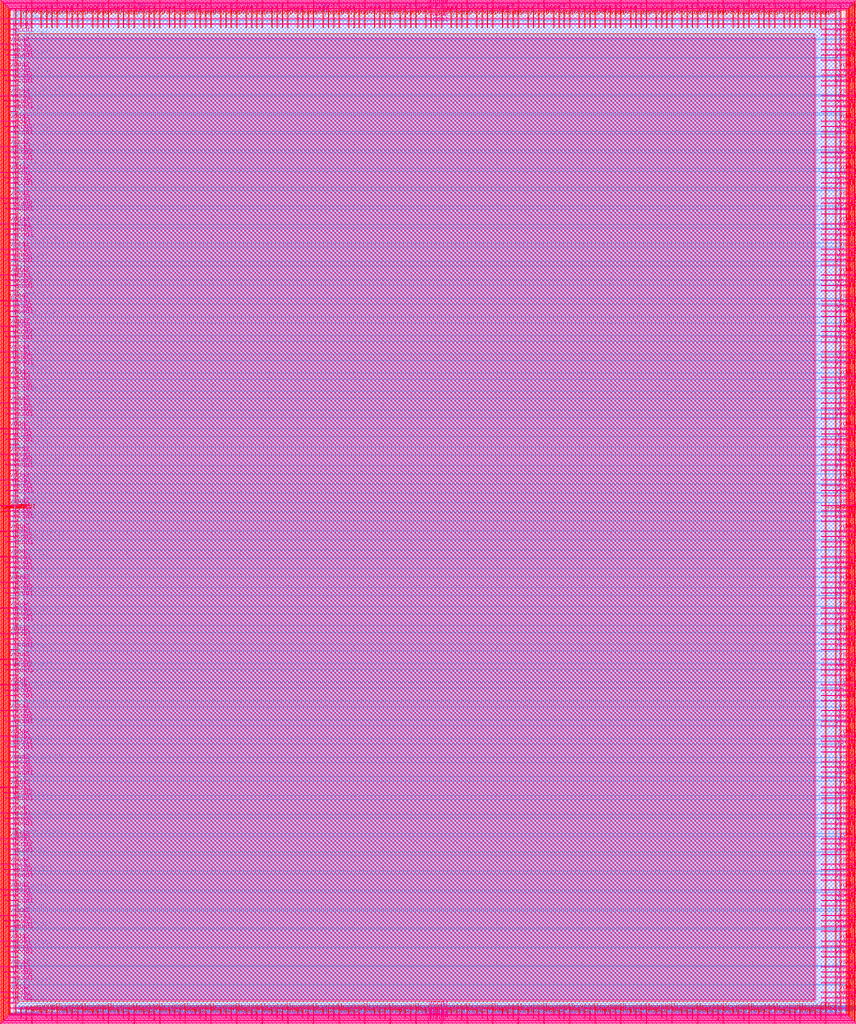
<source format=lef>
VERSION 5.7 ;
  NOWIREEXTENSIONATPIN ON ;
  DIVIDERCHAR "/" ;
  BUSBITCHARS "[]" ;
MACRO user_project_wrapper
  CLASS BLOCK ;
  FOREIGN user_project_wrapper ;
  ORIGIN 0.000 0.000 ;
  SIZE 2920.000 BY 3520.000 ;
  PIN analog_io[0]
    DIRECTION INOUT ;
    USE SIGNAL ;
    PORT
      LAYER met3 ;
        RECT 2917.600 1426.380 2924.800 1427.580 ;
    END
  END analog_io[0]
  PIN analog_io[10]
    DIRECTION INOUT ;
    USE SIGNAL ;
    PORT
      LAYER met2 ;
        RECT 2230.490 3517.600 2231.050 3524.800 ;
    END
  END analog_io[10]
  PIN analog_io[11]
    DIRECTION INOUT ;
    USE SIGNAL ;
    PORT
      LAYER met2 ;
        RECT 1905.730 3517.600 1906.290 3524.800 ;
    END
  END analog_io[11]
  PIN analog_io[12]
    DIRECTION INOUT ;
    USE SIGNAL ;
    PORT
      LAYER met2 ;
        RECT 1581.430 3517.600 1581.990 3524.800 ;
    END
  END analog_io[12]
  PIN analog_io[13]
    DIRECTION INOUT ;
    USE SIGNAL ;
    PORT
      LAYER met2 ;
        RECT 1257.130 3517.600 1257.690 3524.800 ;
    END
  END analog_io[13]
  PIN analog_io[14]
    DIRECTION INOUT ;
    USE SIGNAL ;
    PORT
      LAYER met2 ;
        RECT 932.370 3517.600 932.930 3524.800 ;
    END
  END analog_io[14]
  PIN analog_io[15]
    DIRECTION INOUT ;
    USE SIGNAL ;
    PORT
      LAYER met2 ;
        RECT 608.070 3517.600 608.630 3524.800 ;
    END
  END analog_io[15]
  PIN analog_io[16]
    DIRECTION INOUT ;
    USE SIGNAL ;
    PORT
      LAYER met2 ;
        RECT 283.770 3517.600 284.330 3524.800 ;
    END
  END analog_io[16]
  PIN analog_io[17]
    DIRECTION INOUT ;
    USE SIGNAL ;
    PORT
      LAYER met3 ;
        RECT -4.800 3486.100 2.400 3487.300 ;
    END
  END analog_io[17]
  PIN analog_io[18]
    DIRECTION INOUT ;
    USE SIGNAL ;
    PORT
      LAYER met3 ;
        RECT -4.800 3224.980 2.400 3226.180 ;
    END
  END analog_io[18]
  PIN analog_io[19]
    DIRECTION INOUT ;
    USE SIGNAL ;
    PORT
      LAYER met3 ;
        RECT -4.800 2964.540 2.400 2965.740 ;
    END
  END analog_io[19]
  PIN analog_io[1]
    DIRECTION INOUT ;
    USE SIGNAL ;
    PORT
      LAYER met3 ;
        RECT 2917.600 1692.260 2924.800 1693.460 ;
    END
  END analog_io[1]
  PIN analog_io[20]
    DIRECTION INOUT ;
    USE SIGNAL ;
    PORT
      LAYER met3 ;
        RECT -4.800 2703.420 2.400 2704.620 ;
    END
  END analog_io[20]
  PIN analog_io[21]
    DIRECTION INOUT ;
    USE SIGNAL ;
    PORT
      LAYER met3 ;
        RECT -4.800 2442.980 2.400 2444.180 ;
    END
  END analog_io[21]
  PIN analog_io[22]
    DIRECTION INOUT ;
    USE SIGNAL ;
    PORT
      LAYER met3 ;
        RECT -4.800 2182.540 2.400 2183.740 ;
    END
  END analog_io[22]
  PIN analog_io[23]
    DIRECTION INOUT ;
    USE SIGNAL ;
    PORT
      LAYER met3 ;
        RECT -4.800 1921.420 2.400 1922.620 ;
    END
  END analog_io[23]
  PIN analog_io[24]
    DIRECTION INOUT ;
    USE SIGNAL ;
    PORT
      LAYER met3 ;
        RECT -4.800 1660.980 2.400 1662.180 ;
    END
  END analog_io[24]
  PIN analog_io[25]
    DIRECTION INOUT ;
    USE SIGNAL ;
    PORT
      LAYER met3 ;
        RECT -4.800 1399.860 2.400 1401.060 ;
    END
  END analog_io[25]
  PIN analog_io[26]
    DIRECTION INOUT ;
    USE SIGNAL ;
    PORT
      LAYER met3 ;
        RECT -4.800 1139.420 2.400 1140.620 ;
    END
  END analog_io[26]
  PIN analog_io[27]
    DIRECTION INOUT ;
    USE SIGNAL ;
    PORT
      LAYER met3 ;
        RECT -4.800 878.980 2.400 880.180 ;
    END
  END analog_io[27]
  PIN analog_io[28]
    DIRECTION INOUT ;
    USE SIGNAL ;
    PORT
      LAYER met3 ;
        RECT -4.800 617.860 2.400 619.060 ;
    END
  END analog_io[28]
  PIN analog_io[2]
    DIRECTION INOUT ;
    USE SIGNAL ;
    PORT
      LAYER met3 ;
        RECT 2917.600 1958.140 2924.800 1959.340 ;
    END
  END analog_io[2]
  PIN analog_io[3]
    DIRECTION INOUT ;
    USE SIGNAL ;
    PORT
      LAYER met3 ;
        RECT 2917.600 2223.340 2924.800 2224.540 ;
    END
  END analog_io[3]
  PIN analog_io[4]
    DIRECTION INOUT ;
    USE SIGNAL ;
    PORT
      LAYER met3 ;
        RECT 2917.600 2489.220 2924.800 2490.420 ;
    END
  END analog_io[4]
  PIN analog_io[5]
    DIRECTION INOUT ;
    USE SIGNAL ;
    PORT
      LAYER met3 ;
        RECT 2917.600 2755.100 2924.800 2756.300 ;
    END
  END analog_io[5]
  PIN analog_io[6]
    DIRECTION INOUT ;
    USE SIGNAL ;
    PORT
      LAYER met3 ;
        RECT 2917.600 3020.300 2924.800 3021.500 ;
    END
  END analog_io[6]
  PIN analog_io[7]
    DIRECTION INOUT ;
    USE SIGNAL ;
    PORT
      LAYER met3 ;
        RECT 2917.600 3286.180 2924.800 3287.380 ;
    END
  END analog_io[7]
  PIN analog_io[8]
    DIRECTION INOUT ;
    USE SIGNAL ;
    PORT
      LAYER met2 ;
        RECT 2879.090 3517.600 2879.650 3524.800 ;
    END
  END analog_io[8]
  PIN analog_io[9]
    DIRECTION INOUT ;
    USE SIGNAL ;
    PORT
      LAYER met2 ;
        RECT 2554.790 3517.600 2555.350 3524.800 ;
    END
  END analog_io[9]
  PIN io_in[0]
    DIRECTION INPUT ;
    USE SIGNAL ;
    PORT
      LAYER met3 ;
        RECT 2917.600 32.380 2924.800 33.580 ;
    END
  END io_in[0]
  PIN io_in[10]
    DIRECTION INPUT ;
    USE SIGNAL ;
    PORT
      LAYER met3 ;
        RECT 2917.600 2289.980 2924.800 2291.180 ;
    END
  END io_in[10]
  PIN io_in[11]
    DIRECTION INPUT ;
    USE SIGNAL ;
    PORT
      LAYER met3 ;
        RECT 2917.600 2555.860 2924.800 2557.060 ;
    END
  END io_in[11]
  PIN io_in[12]
    DIRECTION INPUT ;
    USE SIGNAL ;
    PORT
      LAYER met3 ;
        RECT 2917.600 2821.060 2924.800 2822.260 ;
    END
  END io_in[12]
  PIN io_in[13]
    DIRECTION INPUT ;
    USE SIGNAL ;
    PORT
      LAYER met3 ;
        RECT 2917.600 3086.940 2924.800 3088.140 ;
    END
  END io_in[13]
  PIN io_in[14]
    DIRECTION INPUT ;
    USE SIGNAL ;
    PORT
      LAYER met3 ;
        RECT 2917.600 3352.820 2924.800 3354.020 ;
    END
  END io_in[14]
  PIN io_in[15]
    DIRECTION INPUT ;
    USE SIGNAL ;
    PORT
      LAYER met2 ;
        RECT 2798.130 3517.600 2798.690 3524.800 ;
    END
  END io_in[15]
  PIN io_in[16]
    DIRECTION INPUT ;
    USE SIGNAL ;
    PORT
      LAYER met2 ;
        RECT 2473.830 3517.600 2474.390 3524.800 ;
    END
  END io_in[16]
  PIN io_in[17]
    DIRECTION INPUT ;
    USE SIGNAL ;
    PORT
      LAYER met2 ;
        RECT 2149.070 3517.600 2149.630 3524.800 ;
    END
  END io_in[17]
  PIN io_in[18]
    DIRECTION INPUT ;
    USE SIGNAL ;
    PORT
      LAYER met2 ;
        RECT 1824.770 3517.600 1825.330 3524.800 ;
    END
  END io_in[18]
  PIN io_in[19]
    DIRECTION INPUT ;
    USE SIGNAL ;
    PORT
      LAYER met2 ;
        RECT 1500.470 3517.600 1501.030 3524.800 ;
    END
  END io_in[19]
  PIN io_in[1]
    DIRECTION INPUT ;
    USE SIGNAL ;
    PORT
      LAYER met3 ;
        RECT 2917.600 230.940 2924.800 232.140 ;
    END
  END io_in[1]
  PIN io_in[20]
    DIRECTION INPUT ;
    USE SIGNAL ;
    PORT
      LAYER met2 ;
        RECT 1175.710 3517.600 1176.270 3524.800 ;
    END
  END io_in[20]
  PIN io_in[21]
    DIRECTION INPUT ;
    USE SIGNAL ;
    PORT
      LAYER met2 ;
        RECT 851.410 3517.600 851.970 3524.800 ;
    END
  END io_in[21]
  PIN io_in[22]
    DIRECTION INPUT ;
    USE SIGNAL ;
    PORT
      LAYER met2 ;
        RECT 527.110 3517.600 527.670 3524.800 ;
    END
  END io_in[22]
  PIN io_in[23]
    DIRECTION INPUT ;
    USE SIGNAL ;
    PORT
      LAYER met2 ;
        RECT 202.350 3517.600 202.910 3524.800 ;
    END
  END io_in[23]
  PIN io_in[24]
    DIRECTION INPUT ;
    USE SIGNAL ;
    PORT
      LAYER met3 ;
        RECT -4.800 3420.820 2.400 3422.020 ;
    END
  END io_in[24]
  PIN io_in[25]
    DIRECTION INPUT ;
    USE SIGNAL ;
    PORT
      LAYER met3 ;
        RECT -4.800 3159.700 2.400 3160.900 ;
    END
  END io_in[25]
  PIN io_in[26]
    DIRECTION INPUT ;
    USE SIGNAL ;
    PORT
      LAYER met3 ;
        RECT -4.800 2899.260 2.400 2900.460 ;
    END
  END io_in[26]
  PIN io_in[27]
    DIRECTION INPUT ;
    USE SIGNAL ;
    PORT
      LAYER met3 ;
        RECT -4.800 2638.820 2.400 2640.020 ;
    END
  END io_in[27]
  PIN io_in[28]
    DIRECTION INPUT ;
    USE SIGNAL ;
    PORT
      LAYER met3 ;
        RECT -4.800 2377.700 2.400 2378.900 ;
    END
  END io_in[28]
  PIN io_in[29]
    DIRECTION INPUT ;
    USE SIGNAL ;
    PORT
      LAYER met3 ;
        RECT -4.800 2117.260 2.400 2118.460 ;
    END
  END io_in[29]
  PIN io_in[2]
    DIRECTION INPUT ;
    USE SIGNAL ;
    PORT
      LAYER met3 ;
        RECT 2917.600 430.180 2924.800 431.380 ;
    END
  END io_in[2]
  PIN io_in[30]
    DIRECTION INPUT ;
    USE SIGNAL ;
    PORT
      LAYER met3 ;
        RECT -4.800 1856.140 2.400 1857.340 ;
    END
  END io_in[30]
  PIN io_in[31]
    DIRECTION INPUT ;
    USE SIGNAL ;
    PORT
      LAYER met3 ;
        RECT -4.800 1595.700 2.400 1596.900 ;
    END
  END io_in[31]
  PIN io_in[32]
    DIRECTION INPUT ;
    USE SIGNAL ;
    PORT
      LAYER met3 ;
        RECT -4.800 1335.260 2.400 1336.460 ;
    END
  END io_in[32]
  PIN io_in[33]
    DIRECTION INPUT ;
    USE SIGNAL ;
    PORT
      LAYER met3 ;
        RECT -4.800 1074.140 2.400 1075.340 ;
    END
  END io_in[33]
  PIN io_in[34]
    DIRECTION INPUT ;
    USE SIGNAL ;
    PORT
      LAYER met3 ;
        RECT -4.800 813.700 2.400 814.900 ;
    END
  END io_in[34]
  PIN io_in[35]
    DIRECTION INPUT ;
    USE SIGNAL ;
    PORT
      LAYER met3 ;
        RECT -4.800 552.580 2.400 553.780 ;
    END
  END io_in[35]
  PIN io_in[36]
    DIRECTION INPUT ;
    USE SIGNAL ;
    PORT
      LAYER met3 ;
        RECT -4.800 357.420 2.400 358.620 ;
    END
  END io_in[36]
  PIN io_in[37]
    DIRECTION INPUT ;
    USE SIGNAL ;
    PORT
      LAYER met3 ;
        RECT -4.800 161.580 2.400 162.780 ;
    END
  END io_in[37]
  PIN io_in[3]
    DIRECTION INPUT ;
    USE SIGNAL ;
    PORT
      LAYER met3 ;
        RECT 2917.600 629.420 2924.800 630.620 ;
    END
  END io_in[3]
  PIN io_in[4]
    DIRECTION INPUT ;
    USE SIGNAL ;
    PORT
      LAYER met3 ;
        RECT 2917.600 828.660 2924.800 829.860 ;
    END
  END io_in[4]
  PIN io_in[5]
    DIRECTION INPUT ;
    USE SIGNAL ;
    PORT
      LAYER met3 ;
        RECT 2917.600 1027.900 2924.800 1029.100 ;
    END
  END io_in[5]
  PIN io_in[6]
    DIRECTION INPUT ;
    USE SIGNAL ;
    PORT
      LAYER met3 ;
        RECT 2917.600 1227.140 2924.800 1228.340 ;
    END
  END io_in[6]
  PIN io_in[7]
    DIRECTION INPUT ;
    USE SIGNAL ;
    PORT
      LAYER met3 ;
        RECT 2917.600 1493.020 2924.800 1494.220 ;
    END
  END io_in[7]
  PIN io_in[8]
    DIRECTION INPUT ;
    USE SIGNAL ;
    PORT
      LAYER met3 ;
        RECT 2917.600 1758.900 2924.800 1760.100 ;
    END
  END io_in[8]
  PIN io_in[9]
    DIRECTION INPUT ;
    USE SIGNAL ;
    PORT
      LAYER met3 ;
        RECT 2917.600 2024.100 2924.800 2025.300 ;
    END
  END io_in[9]
  PIN io_oeb[0]
    DIRECTION OUTPUT TRISTATE ;
    USE SIGNAL ;
    PORT
      LAYER met3 ;
        RECT 2917.600 164.980 2924.800 166.180 ;
    END
  END io_oeb[0]
  PIN io_oeb[10]
    DIRECTION OUTPUT TRISTATE ;
    USE SIGNAL ;
    PORT
      LAYER met3 ;
        RECT 2917.600 2422.580 2924.800 2423.780 ;
    END
  END io_oeb[10]
  PIN io_oeb[11]
    DIRECTION OUTPUT TRISTATE ;
    USE SIGNAL ;
    PORT
      LAYER met3 ;
        RECT 2917.600 2688.460 2924.800 2689.660 ;
    END
  END io_oeb[11]
  PIN io_oeb[12]
    DIRECTION OUTPUT TRISTATE ;
    USE SIGNAL ;
    PORT
      LAYER met3 ;
        RECT 2917.600 2954.340 2924.800 2955.540 ;
    END
  END io_oeb[12]
  PIN io_oeb[13]
    DIRECTION OUTPUT TRISTATE ;
    USE SIGNAL ;
    PORT
      LAYER met3 ;
        RECT 2917.600 3219.540 2924.800 3220.740 ;
    END
  END io_oeb[13]
  PIN io_oeb[14]
    DIRECTION OUTPUT TRISTATE ;
    USE SIGNAL ;
    PORT
      LAYER met3 ;
        RECT 2917.600 3485.420 2924.800 3486.620 ;
    END
  END io_oeb[14]
  PIN io_oeb[15]
    DIRECTION OUTPUT TRISTATE ;
    USE SIGNAL ;
    PORT
      LAYER met2 ;
        RECT 2635.750 3517.600 2636.310 3524.800 ;
    END
  END io_oeb[15]
  PIN io_oeb[16]
    DIRECTION OUTPUT TRISTATE ;
    USE SIGNAL ;
    PORT
      LAYER met2 ;
        RECT 2311.450 3517.600 2312.010 3524.800 ;
    END
  END io_oeb[16]
  PIN io_oeb[17]
    DIRECTION OUTPUT TRISTATE ;
    USE SIGNAL ;
    PORT
      LAYER met2 ;
        RECT 1987.150 3517.600 1987.710 3524.800 ;
    END
  END io_oeb[17]
  PIN io_oeb[18]
    DIRECTION OUTPUT TRISTATE ;
    USE SIGNAL ;
    PORT
      LAYER met2 ;
        RECT 1662.390 3517.600 1662.950 3524.800 ;
    END
  END io_oeb[18]
  PIN io_oeb[19]
    DIRECTION OUTPUT TRISTATE ;
    USE SIGNAL ;
    PORT
      LAYER met2 ;
        RECT 1338.090 3517.600 1338.650 3524.800 ;
    END
  END io_oeb[19]
  PIN io_oeb[1]
    DIRECTION OUTPUT TRISTATE ;
    USE SIGNAL ;
    PORT
      LAYER met3 ;
        RECT 2917.600 364.220 2924.800 365.420 ;
    END
  END io_oeb[1]
  PIN io_oeb[20]
    DIRECTION OUTPUT TRISTATE ;
    USE SIGNAL ;
    PORT
      LAYER met2 ;
        RECT 1013.790 3517.600 1014.350 3524.800 ;
    END
  END io_oeb[20]
  PIN io_oeb[21]
    DIRECTION OUTPUT TRISTATE ;
    USE SIGNAL ;
    PORT
      LAYER met2 ;
        RECT 689.030 3517.600 689.590 3524.800 ;
    END
  END io_oeb[21]
  PIN io_oeb[22]
    DIRECTION OUTPUT TRISTATE ;
    USE SIGNAL ;
    PORT
      LAYER met2 ;
        RECT 364.730 3517.600 365.290 3524.800 ;
    END
  END io_oeb[22]
  PIN io_oeb[23]
    DIRECTION OUTPUT TRISTATE ;
    USE SIGNAL ;
    PORT
      LAYER met2 ;
        RECT 40.430 3517.600 40.990 3524.800 ;
    END
  END io_oeb[23]
  PIN io_oeb[24]
    DIRECTION OUTPUT TRISTATE ;
    USE SIGNAL ;
    PORT
      LAYER met3 ;
        RECT -4.800 3290.260 2.400 3291.460 ;
    END
  END io_oeb[24]
  PIN io_oeb[25]
    DIRECTION OUTPUT TRISTATE ;
    USE SIGNAL ;
    PORT
      LAYER met3 ;
        RECT -4.800 3029.820 2.400 3031.020 ;
    END
  END io_oeb[25]
  PIN io_oeb[26]
    DIRECTION OUTPUT TRISTATE ;
    USE SIGNAL ;
    PORT
      LAYER met3 ;
        RECT -4.800 2768.700 2.400 2769.900 ;
    END
  END io_oeb[26]
  PIN io_oeb[27]
    DIRECTION OUTPUT TRISTATE ;
    USE SIGNAL ;
    PORT
      LAYER met3 ;
        RECT -4.800 2508.260 2.400 2509.460 ;
    END
  END io_oeb[27]
  PIN io_oeb[28]
    DIRECTION OUTPUT TRISTATE ;
    USE SIGNAL ;
    PORT
      LAYER met3 ;
        RECT -4.800 2247.140 2.400 2248.340 ;
    END
  END io_oeb[28]
  PIN io_oeb[29]
    DIRECTION OUTPUT TRISTATE ;
    USE SIGNAL ;
    PORT
      LAYER met3 ;
        RECT -4.800 1986.700 2.400 1987.900 ;
    END
  END io_oeb[29]
  PIN io_oeb[2]
    DIRECTION OUTPUT TRISTATE ;
    USE SIGNAL ;
    PORT
      LAYER met3 ;
        RECT 2917.600 563.460 2924.800 564.660 ;
    END
  END io_oeb[2]
  PIN io_oeb[30]
    DIRECTION OUTPUT TRISTATE ;
    USE SIGNAL ;
    PORT
      LAYER met3 ;
        RECT -4.800 1726.260 2.400 1727.460 ;
    END
  END io_oeb[30]
  PIN io_oeb[31]
    DIRECTION OUTPUT TRISTATE ;
    USE SIGNAL ;
    PORT
      LAYER met3 ;
        RECT -4.800 1465.140 2.400 1466.340 ;
    END
  END io_oeb[31]
  PIN io_oeb[32]
    DIRECTION OUTPUT TRISTATE ;
    USE SIGNAL ;
    PORT
      LAYER met3 ;
        RECT -4.800 1204.700 2.400 1205.900 ;
    END
  END io_oeb[32]
  PIN io_oeb[33]
    DIRECTION OUTPUT TRISTATE ;
    USE SIGNAL ;
    PORT
      LAYER met3 ;
        RECT -4.800 943.580 2.400 944.780 ;
    END
  END io_oeb[33]
  PIN io_oeb[34]
    DIRECTION OUTPUT TRISTATE ;
    USE SIGNAL ;
    PORT
      LAYER met3 ;
        RECT -4.800 683.140 2.400 684.340 ;
    END
  END io_oeb[34]
  PIN io_oeb[35]
    DIRECTION OUTPUT TRISTATE ;
    USE SIGNAL ;
    PORT
      LAYER met3 ;
        RECT -4.800 422.700 2.400 423.900 ;
    END
  END io_oeb[35]
  PIN io_oeb[36]
    DIRECTION OUTPUT TRISTATE ;
    USE SIGNAL ;
    PORT
      LAYER met3 ;
        RECT -4.800 226.860 2.400 228.060 ;
    END
  END io_oeb[36]
  PIN io_oeb[37]
    DIRECTION OUTPUT TRISTATE ;
    USE SIGNAL ;
    PORT
      LAYER met3 ;
        RECT -4.800 31.700 2.400 32.900 ;
    END
  END io_oeb[37]
  PIN io_oeb[3]
    DIRECTION OUTPUT TRISTATE ;
    USE SIGNAL ;
    PORT
      LAYER met3 ;
        RECT 2917.600 762.700 2924.800 763.900 ;
    END
  END io_oeb[3]
  PIN io_oeb[4]
    DIRECTION OUTPUT TRISTATE ;
    USE SIGNAL ;
    PORT
      LAYER met3 ;
        RECT 2917.600 961.940 2924.800 963.140 ;
    END
  END io_oeb[4]
  PIN io_oeb[5]
    DIRECTION OUTPUT TRISTATE ;
    USE SIGNAL ;
    PORT
      LAYER met3 ;
        RECT 2917.600 1161.180 2924.800 1162.380 ;
    END
  END io_oeb[5]
  PIN io_oeb[6]
    DIRECTION OUTPUT TRISTATE ;
    USE SIGNAL ;
    PORT
      LAYER met3 ;
        RECT 2917.600 1360.420 2924.800 1361.620 ;
    END
  END io_oeb[6]
  PIN io_oeb[7]
    DIRECTION OUTPUT TRISTATE ;
    USE SIGNAL ;
    PORT
      LAYER met3 ;
        RECT 2917.600 1625.620 2924.800 1626.820 ;
    END
  END io_oeb[7]
  PIN io_oeb[8]
    DIRECTION OUTPUT TRISTATE ;
    USE SIGNAL ;
    PORT
      LAYER met3 ;
        RECT 2917.600 1891.500 2924.800 1892.700 ;
    END
  END io_oeb[8]
  PIN io_oeb[9]
    DIRECTION OUTPUT TRISTATE ;
    USE SIGNAL ;
    PORT
      LAYER met3 ;
        RECT 2917.600 2157.380 2924.800 2158.580 ;
    END
  END io_oeb[9]
  PIN io_out[0]
    DIRECTION OUTPUT TRISTATE ;
    USE SIGNAL ;
    PORT
      LAYER met3 ;
        RECT 2917.600 98.340 2924.800 99.540 ;
    END
  END io_out[0]
  PIN io_out[10]
    DIRECTION OUTPUT TRISTATE ;
    USE SIGNAL ;
    PORT
      LAYER met3 ;
        RECT 2917.600 2356.620 2924.800 2357.820 ;
    END
  END io_out[10]
  PIN io_out[11]
    DIRECTION OUTPUT TRISTATE ;
    USE SIGNAL ;
    PORT
      LAYER met3 ;
        RECT 2917.600 2621.820 2924.800 2623.020 ;
    END
  END io_out[11]
  PIN io_out[12]
    DIRECTION OUTPUT TRISTATE ;
    USE SIGNAL ;
    PORT
      LAYER met3 ;
        RECT 2917.600 2887.700 2924.800 2888.900 ;
    END
  END io_out[12]
  PIN io_out[13]
    DIRECTION OUTPUT TRISTATE ;
    USE SIGNAL ;
    PORT
      LAYER met3 ;
        RECT 2917.600 3153.580 2924.800 3154.780 ;
    END
  END io_out[13]
  PIN io_out[14]
    DIRECTION OUTPUT TRISTATE ;
    USE SIGNAL ;
    PORT
      LAYER met3 ;
        RECT 2917.600 3418.780 2924.800 3419.980 ;
    END
  END io_out[14]
  PIN io_out[15]
    DIRECTION OUTPUT TRISTATE ;
    USE SIGNAL ;
    PORT
      LAYER met2 ;
        RECT 2717.170 3517.600 2717.730 3524.800 ;
    END
  END io_out[15]
  PIN io_out[16]
    DIRECTION OUTPUT TRISTATE ;
    USE SIGNAL ;
    PORT
      LAYER met2 ;
        RECT 2392.410 3517.600 2392.970 3524.800 ;
    END
  END io_out[16]
  PIN io_out[17]
    DIRECTION OUTPUT TRISTATE ;
    USE SIGNAL ;
    PORT
      LAYER met2 ;
        RECT 2068.110 3517.600 2068.670 3524.800 ;
    END
  END io_out[17]
  PIN io_out[18]
    DIRECTION OUTPUT TRISTATE ;
    USE SIGNAL ;
    PORT
      LAYER met2 ;
        RECT 1743.810 3517.600 1744.370 3524.800 ;
    END
  END io_out[18]
  PIN io_out[19]
    DIRECTION OUTPUT TRISTATE ;
    USE SIGNAL ;
    PORT
      LAYER met2 ;
        RECT 1419.050 3517.600 1419.610 3524.800 ;
    END
  END io_out[19]
  PIN io_out[1]
    DIRECTION OUTPUT TRISTATE ;
    USE SIGNAL ;
    PORT
      LAYER met3 ;
        RECT 2917.600 297.580 2924.800 298.780 ;
    END
  END io_out[1]
  PIN io_out[20]
    DIRECTION OUTPUT TRISTATE ;
    USE SIGNAL ;
    PORT
      LAYER met2 ;
        RECT 1094.750 3517.600 1095.310 3524.800 ;
    END
  END io_out[20]
  PIN io_out[21]
    DIRECTION OUTPUT TRISTATE ;
    USE SIGNAL ;
    PORT
      LAYER met2 ;
        RECT 770.450 3517.600 771.010 3524.800 ;
    END
  END io_out[21]
  PIN io_out[22]
    DIRECTION OUTPUT TRISTATE ;
    USE SIGNAL ;
    PORT
      LAYER met2 ;
        RECT 445.690 3517.600 446.250 3524.800 ;
    END
  END io_out[22]
  PIN io_out[23]
    DIRECTION OUTPUT TRISTATE ;
    USE SIGNAL ;
    PORT
      LAYER met2 ;
        RECT 121.390 3517.600 121.950 3524.800 ;
    END
  END io_out[23]
  PIN io_out[24]
    DIRECTION OUTPUT TRISTATE ;
    USE SIGNAL ;
    PORT
      LAYER met3 ;
        RECT -4.800 3355.540 2.400 3356.740 ;
    END
  END io_out[24]
  PIN io_out[25]
    DIRECTION OUTPUT TRISTATE ;
    USE SIGNAL ;
    PORT
      LAYER met3 ;
        RECT -4.800 3095.100 2.400 3096.300 ;
    END
  END io_out[25]
  PIN io_out[26]
    DIRECTION OUTPUT TRISTATE ;
    USE SIGNAL ;
    PORT
      LAYER met3 ;
        RECT -4.800 2833.980 2.400 2835.180 ;
    END
  END io_out[26]
  PIN io_out[27]
    DIRECTION OUTPUT TRISTATE ;
    USE SIGNAL ;
    PORT
      LAYER met3 ;
        RECT -4.800 2573.540 2.400 2574.740 ;
    END
  END io_out[27]
  PIN io_out[28]
    DIRECTION OUTPUT TRISTATE ;
    USE SIGNAL ;
    PORT
      LAYER met3 ;
        RECT -4.800 2312.420 2.400 2313.620 ;
    END
  END io_out[28]
  PIN io_out[29]
    DIRECTION OUTPUT TRISTATE ;
    USE SIGNAL ;
    PORT
      LAYER met3 ;
        RECT -4.800 2051.980 2.400 2053.180 ;
    END
  END io_out[29]
  PIN io_out[2]
    DIRECTION OUTPUT TRISTATE ;
    USE SIGNAL ;
    PORT
      LAYER met3 ;
        RECT 2917.600 496.820 2924.800 498.020 ;
    END
  END io_out[2]
  PIN io_out[30]
    DIRECTION OUTPUT TRISTATE ;
    USE SIGNAL ;
    PORT
      LAYER met3 ;
        RECT -4.800 1791.540 2.400 1792.740 ;
    END
  END io_out[30]
  PIN io_out[31]
    DIRECTION OUTPUT TRISTATE ;
    USE SIGNAL ;
    PORT
      LAYER met3 ;
        RECT -4.800 1530.420 2.400 1531.620 ;
    END
  END io_out[31]
  PIN io_out[32]
    DIRECTION OUTPUT TRISTATE ;
    USE SIGNAL ;
    PORT
      LAYER met3 ;
        RECT -4.800 1269.980 2.400 1271.180 ;
    END
  END io_out[32]
  PIN io_out[33]
    DIRECTION OUTPUT TRISTATE ;
    USE SIGNAL ;
    PORT
      LAYER met3 ;
        RECT -4.800 1008.860 2.400 1010.060 ;
    END
  END io_out[33]
  PIN io_out[34]
    DIRECTION OUTPUT TRISTATE ;
    USE SIGNAL ;
    PORT
      LAYER met3 ;
        RECT -4.800 748.420 2.400 749.620 ;
    END
  END io_out[34]
  PIN io_out[35]
    DIRECTION OUTPUT TRISTATE ;
    USE SIGNAL ;
    PORT
      LAYER met3 ;
        RECT -4.800 487.300 2.400 488.500 ;
    END
  END io_out[35]
  PIN io_out[36]
    DIRECTION OUTPUT TRISTATE ;
    USE SIGNAL ;
    PORT
      LAYER met3 ;
        RECT -4.800 292.140 2.400 293.340 ;
    END
  END io_out[36]
  PIN io_out[37]
    DIRECTION OUTPUT TRISTATE ;
    USE SIGNAL ;
    PORT
      LAYER met3 ;
        RECT -4.800 96.300 2.400 97.500 ;
    END
  END io_out[37]
  PIN io_out[3]
    DIRECTION OUTPUT TRISTATE ;
    USE SIGNAL ;
    PORT
      LAYER met3 ;
        RECT 2917.600 696.060 2924.800 697.260 ;
    END
  END io_out[3]
  PIN io_out[4]
    DIRECTION OUTPUT TRISTATE ;
    USE SIGNAL ;
    PORT
      LAYER met3 ;
        RECT 2917.600 895.300 2924.800 896.500 ;
    END
  END io_out[4]
  PIN io_out[5]
    DIRECTION OUTPUT TRISTATE ;
    USE SIGNAL ;
    PORT
      LAYER met3 ;
        RECT 2917.600 1094.540 2924.800 1095.740 ;
    END
  END io_out[5]
  PIN io_out[6]
    DIRECTION OUTPUT TRISTATE ;
    USE SIGNAL ;
    PORT
      LAYER met3 ;
        RECT 2917.600 1293.780 2924.800 1294.980 ;
    END
  END io_out[6]
  PIN io_out[7]
    DIRECTION OUTPUT TRISTATE ;
    USE SIGNAL ;
    PORT
      LAYER met3 ;
        RECT 2917.600 1559.660 2924.800 1560.860 ;
    END
  END io_out[7]
  PIN io_out[8]
    DIRECTION OUTPUT TRISTATE ;
    USE SIGNAL ;
    PORT
      LAYER met3 ;
        RECT 2917.600 1824.860 2924.800 1826.060 ;
    END
  END io_out[8]
  PIN io_out[9]
    DIRECTION OUTPUT TRISTATE ;
    USE SIGNAL ;
    PORT
      LAYER met3 ;
        RECT 2917.600 2090.740 2924.800 2091.940 ;
    END
  END io_out[9]
  PIN la_data_in[0]
    DIRECTION INPUT ;
    USE SIGNAL ;
    PORT
      LAYER met2 ;
        RECT 629.230 -4.800 629.790 2.400 ;
    END
  END la_data_in[0]
  PIN la_data_in[100]
    DIRECTION INPUT ;
    USE SIGNAL ;
    PORT
      LAYER met2 ;
        RECT 2402.530 -4.800 2403.090 2.400 ;
    END
  END la_data_in[100]
  PIN la_data_in[101]
    DIRECTION INPUT ;
    USE SIGNAL ;
    PORT
      LAYER met2 ;
        RECT 2420.010 -4.800 2420.570 2.400 ;
    END
  END la_data_in[101]
  PIN la_data_in[102]
    DIRECTION INPUT ;
    USE SIGNAL ;
    PORT
      LAYER met2 ;
        RECT 2437.950 -4.800 2438.510 2.400 ;
    END
  END la_data_in[102]
  PIN la_data_in[103]
    DIRECTION INPUT ;
    USE SIGNAL ;
    PORT
      LAYER met2 ;
        RECT 2455.430 -4.800 2455.990 2.400 ;
    END
  END la_data_in[103]
  PIN la_data_in[104]
    DIRECTION INPUT ;
    USE SIGNAL ;
    PORT
      LAYER met2 ;
        RECT 2473.370 -4.800 2473.930 2.400 ;
    END
  END la_data_in[104]
  PIN la_data_in[105]
    DIRECTION INPUT ;
    USE SIGNAL ;
    PORT
      LAYER met2 ;
        RECT 2490.850 -4.800 2491.410 2.400 ;
    END
  END la_data_in[105]
  PIN la_data_in[106]
    DIRECTION INPUT ;
    USE SIGNAL ;
    PORT
      LAYER met2 ;
        RECT 2508.790 -4.800 2509.350 2.400 ;
    END
  END la_data_in[106]
  PIN la_data_in[107]
    DIRECTION INPUT ;
    USE SIGNAL ;
    PORT
      LAYER met2 ;
        RECT 2526.730 -4.800 2527.290 2.400 ;
    END
  END la_data_in[107]
  PIN la_data_in[108]
    DIRECTION INPUT ;
    USE SIGNAL ;
    PORT
      LAYER met2 ;
        RECT 2544.210 -4.800 2544.770 2.400 ;
    END
  END la_data_in[108]
  PIN la_data_in[109]
    DIRECTION INPUT ;
    USE SIGNAL ;
    PORT
      LAYER met2 ;
        RECT 2562.150 -4.800 2562.710 2.400 ;
    END
  END la_data_in[109]
  PIN la_data_in[10]
    DIRECTION INPUT ;
    USE SIGNAL ;
    PORT
      LAYER met2 ;
        RECT 806.330 -4.800 806.890 2.400 ;
    END
  END la_data_in[10]
  PIN la_data_in[110]
    DIRECTION INPUT ;
    USE SIGNAL ;
    PORT
      LAYER met2 ;
        RECT 2579.630 -4.800 2580.190 2.400 ;
    END
  END la_data_in[110]
  PIN la_data_in[111]
    DIRECTION INPUT ;
    USE SIGNAL ;
    PORT
      LAYER met2 ;
        RECT 2597.570 -4.800 2598.130 2.400 ;
    END
  END la_data_in[111]
  PIN la_data_in[112]
    DIRECTION INPUT ;
    USE SIGNAL ;
    PORT
      LAYER met2 ;
        RECT 2615.050 -4.800 2615.610 2.400 ;
    END
  END la_data_in[112]
  PIN la_data_in[113]
    DIRECTION INPUT ;
    USE SIGNAL ;
    PORT
      LAYER met2 ;
        RECT 2632.990 -4.800 2633.550 2.400 ;
    END
  END la_data_in[113]
  PIN la_data_in[114]
    DIRECTION INPUT ;
    USE SIGNAL ;
    PORT
      LAYER met2 ;
        RECT 2650.470 -4.800 2651.030 2.400 ;
    END
  END la_data_in[114]
  PIN la_data_in[115]
    DIRECTION INPUT ;
    USE SIGNAL ;
    PORT
      LAYER met2 ;
        RECT 2668.410 -4.800 2668.970 2.400 ;
    END
  END la_data_in[115]
  PIN la_data_in[116]
    DIRECTION INPUT ;
    USE SIGNAL ;
    PORT
      LAYER met2 ;
        RECT 2685.890 -4.800 2686.450 2.400 ;
    END
  END la_data_in[116]
  PIN la_data_in[117]
    DIRECTION INPUT ;
    USE SIGNAL ;
    PORT
      LAYER met2 ;
        RECT 2703.830 -4.800 2704.390 2.400 ;
    END
  END la_data_in[117]
  PIN la_data_in[118]
    DIRECTION INPUT ;
    USE SIGNAL ;
    PORT
      LAYER met2 ;
        RECT 2721.770 -4.800 2722.330 2.400 ;
    END
  END la_data_in[118]
  PIN la_data_in[119]
    DIRECTION INPUT ;
    USE SIGNAL ;
    PORT
      LAYER met2 ;
        RECT 2739.250 -4.800 2739.810 2.400 ;
    END
  END la_data_in[119]
  PIN la_data_in[11]
    DIRECTION INPUT ;
    USE SIGNAL ;
    PORT
      LAYER met2 ;
        RECT 824.270 -4.800 824.830 2.400 ;
    END
  END la_data_in[11]
  PIN la_data_in[120]
    DIRECTION INPUT ;
    USE SIGNAL ;
    PORT
      LAYER met2 ;
        RECT 2757.190 -4.800 2757.750 2.400 ;
    END
  END la_data_in[120]
  PIN la_data_in[121]
    DIRECTION INPUT ;
    USE SIGNAL ;
    PORT
      LAYER met2 ;
        RECT 2774.670 -4.800 2775.230 2.400 ;
    END
  END la_data_in[121]
  PIN la_data_in[122]
    DIRECTION INPUT ;
    USE SIGNAL ;
    PORT
      LAYER met2 ;
        RECT 2792.610 -4.800 2793.170 2.400 ;
    END
  END la_data_in[122]
  PIN la_data_in[123]
    DIRECTION INPUT ;
    USE SIGNAL ;
    PORT
      LAYER met2 ;
        RECT 2810.090 -4.800 2810.650 2.400 ;
    END
  END la_data_in[123]
  PIN la_data_in[124]
    DIRECTION INPUT ;
    USE SIGNAL ;
    PORT
      LAYER met2 ;
        RECT 2828.030 -4.800 2828.590 2.400 ;
    END
  END la_data_in[124]
  PIN la_data_in[125]
    DIRECTION INPUT ;
    USE SIGNAL ;
    PORT
      LAYER met2 ;
        RECT 2845.510 -4.800 2846.070 2.400 ;
    END
  END la_data_in[125]
  PIN la_data_in[126]
    DIRECTION INPUT ;
    USE SIGNAL ;
    PORT
      LAYER met2 ;
        RECT 2863.450 -4.800 2864.010 2.400 ;
    END
  END la_data_in[126]
  PIN la_data_in[127]
    DIRECTION INPUT ;
    USE SIGNAL ;
    PORT
      LAYER met2 ;
        RECT 2881.390 -4.800 2881.950 2.400 ;
    END
  END la_data_in[127]
  PIN la_data_in[12]
    DIRECTION INPUT ;
    USE SIGNAL ;
    PORT
      LAYER met2 ;
        RECT 841.750 -4.800 842.310 2.400 ;
    END
  END la_data_in[12]
  PIN la_data_in[13]
    DIRECTION INPUT ;
    USE SIGNAL ;
    PORT
      LAYER met2 ;
        RECT 859.690 -4.800 860.250 2.400 ;
    END
  END la_data_in[13]
  PIN la_data_in[14]
    DIRECTION INPUT ;
    USE SIGNAL ;
    PORT
      LAYER met2 ;
        RECT 877.170 -4.800 877.730 2.400 ;
    END
  END la_data_in[14]
  PIN la_data_in[15]
    DIRECTION INPUT ;
    USE SIGNAL ;
    PORT
      LAYER met2 ;
        RECT 895.110 -4.800 895.670 2.400 ;
    END
  END la_data_in[15]
  PIN la_data_in[16]
    DIRECTION INPUT ;
    USE SIGNAL ;
    PORT
      LAYER met2 ;
        RECT 912.590 -4.800 913.150 2.400 ;
    END
  END la_data_in[16]
  PIN la_data_in[17]
    DIRECTION INPUT ;
    USE SIGNAL ;
    PORT
      LAYER met2 ;
        RECT 930.530 -4.800 931.090 2.400 ;
    END
  END la_data_in[17]
  PIN la_data_in[18]
    DIRECTION INPUT ;
    USE SIGNAL ;
    PORT
      LAYER met2 ;
        RECT 948.470 -4.800 949.030 2.400 ;
    END
  END la_data_in[18]
  PIN la_data_in[19]
    DIRECTION INPUT ;
    USE SIGNAL ;
    PORT
      LAYER met2 ;
        RECT 965.950 -4.800 966.510 2.400 ;
    END
  END la_data_in[19]
  PIN la_data_in[1]
    DIRECTION INPUT ;
    USE SIGNAL ;
    PORT
      LAYER met2 ;
        RECT 646.710 -4.800 647.270 2.400 ;
    END
  END la_data_in[1]
  PIN la_data_in[20]
    DIRECTION INPUT ;
    USE SIGNAL ;
    PORT
      LAYER met2 ;
        RECT 983.890 -4.800 984.450 2.400 ;
    END
  END la_data_in[20]
  PIN la_data_in[21]
    DIRECTION INPUT ;
    USE SIGNAL ;
    PORT
      LAYER met2 ;
        RECT 1001.370 -4.800 1001.930 2.400 ;
    END
  END la_data_in[21]
  PIN la_data_in[22]
    DIRECTION INPUT ;
    USE SIGNAL ;
    PORT
      LAYER met2 ;
        RECT 1019.310 -4.800 1019.870 2.400 ;
    END
  END la_data_in[22]
  PIN la_data_in[23]
    DIRECTION INPUT ;
    USE SIGNAL ;
    PORT
      LAYER met2 ;
        RECT 1036.790 -4.800 1037.350 2.400 ;
    END
  END la_data_in[23]
  PIN la_data_in[24]
    DIRECTION INPUT ;
    USE SIGNAL ;
    PORT
      LAYER met2 ;
        RECT 1054.730 -4.800 1055.290 2.400 ;
    END
  END la_data_in[24]
  PIN la_data_in[25]
    DIRECTION INPUT ;
    USE SIGNAL ;
    PORT
      LAYER met2 ;
        RECT 1072.210 -4.800 1072.770 2.400 ;
    END
  END la_data_in[25]
  PIN la_data_in[26]
    DIRECTION INPUT ;
    USE SIGNAL ;
    PORT
      LAYER met2 ;
        RECT 1090.150 -4.800 1090.710 2.400 ;
    END
  END la_data_in[26]
  PIN la_data_in[27]
    DIRECTION INPUT ;
    USE SIGNAL ;
    PORT
      LAYER met2 ;
        RECT 1107.630 -4.800 1108.190 2.400 ;
    END
  END la_data_in[27]
  PIN la_data_in[28]
    DIRECTION INPUT ;
    USE SIGNAL ;
    PORT
      LAYER met2 ;
        RECT 1125.570 -4.800 1126.130 2.400 ;
    END
  END la_data_in[28]
  PIN la_data_in[29]
    DIRECTION INPUT ;
    USE SIGNAL ;
    PORT
      LAYER met2 ;
        RECT 1143.510 -4.800 1144.070 2.400 ;
    END
  END la_data_in[29]
  PIN la_data_in[2]
    DIRECTION INPUT ;
    USE SIGNAL ;
    PORT
      LAYER met2 ;
        RECT 664.650 -4.800 665.210 2.400 ;
    END
  END la_data_in[2]
  PIN la_data_in[30]
    DIRECTION INPUT ;
    USE SIGNAL ;
    PORT
      LAYER met2 ;
        RECT 1160.990 -4.800 1161.550 2.400 ;
    END
  END la_data_in[30]
  PIN la_data_in[31]
    DIRECTION INPUT ;
    USE SIGNAL ;
    PORT
      LAYER met2 ;
        RECT 1178.930 -4.800 1179.490 2.400 ;
    END
  END la_data_in[31]
  PIN la_data_in[32]
    DIRECTION INPUT ;
    USE SIGNAL ;
    PORT
      LAYER met2 ;
        RECT 1196.410 -4.800 1196.970 2.400 ;
    END
  END la_data_in[32]
  PIN la_data_in[33]
    DIRECTION INPUT ;
    USE SIGNAL ;
    PORT
      LAYER met2 ;
        RECT 1214.350 -4.800 1214.910 2.400 ;
    END
  END la_data_in[33]
  PIN la_data_in[34]
    DIRECTION INPUT ;
    USE SIGNAL ;
    PORT
      LAYER met2 ;
        RECT 1231.830 -4.800 1232.390 2.400 ;
    END
  END la_data_in[34]
  PIN la_data_in[35]
    DIRECTION INPUT ;
    USE SIGNAL ;
    PORT
      LAYER met2 ;
        RECT 1249.770 -4.800 1250.330 2.400 ;
    END
  END la_data_in[35]
  PIN la_data_in[36]
    DIRECTION INPUT ;
    USE SIGNAL ;
    PORT
      LAYER met2 ;
        RECT 1267.250 -4.800 1267.810 2.400 ;
    END
  END la_data_in[36]
  PIN la_data_in[37]
    DIRECTION INPUT ;
    USE SIGNAL ;
    PORT
      LAYER met2 ;
        RECT 1285.190 -4.800 1285.750 2.400 ;
    END
  END la_data_in[37]
  PIN la_data_in[38]
    DIRECTION INPUT ;
    USE SIGNAL ;
    PORT
      LAYER met2 ;
        RECT 1303.130 -4.800 1303.690 2.400 ;
    END
  END la_data_in[38]
  PIN la_data_in[39]
    DIRECTION INPUT ;
    USE SIGNAL ;
    PORT
      LAYER met2 ;
        RECT 1320.610 -4.800 1321.170 2.400 ;
    END
  END la_data_in[39]
  PIN la_data_in[3]
    DIRECTION INPUT ;
    USE SIGNAL ;
    PORT
      LAYER met2 ;
        RECT 682.130 -4.800 682.690 2.400 ;
    END
  END la_data_in[3]
  PIN la_data_in[40]
    DIRECTION INPUT ;
    USE SIGNAL ;
    PORT
      LAYER met2 ;
        RECT 1338.550 -4.800 1339.110 2.400 ;
    END
  END la_data_in[40]
  PIN la_data_in[41]
    DIRECTION INPUT ;
    USE SIGNAL ;
    PORT
      LAYER met2 ;
        RECT 1356.030 -4.800 1356.590 2.400 ;
    END
  END la_data_in[41]
  PIN la_data_in[42]
    DIRECTION INPUT ;
    USE SIGNAL ;
    PORT
      LAYER met2 ;
        RECT 1373.970 -4.800 1374.530 2.400 ;
    END
  END la_data_in[42]
  PIN la_data_in[43]
    DIRECTION INPUT ;
    USE SIGNAL ;
    PORT
      LAYER met2 ;
        RECT 1391.450 -4.800 1392.010 2.400 ;
    END
  END la_data_in[43]
  PIN la_data_in[44]
    DIRECTION INPUT ;
    USE SIGNAL ;
    PORT
      LAYER met2 ;
        RECT 1409.390 -4.800 1409.950 2.400 ;
    END
  END la_data_in[44]
  PIN la_data_in[45]
    DIRECTION INPUT ;
    USE SIGNAL ;
    PORT
      LAYER met2 ;
        RECT 1426.870 -4.800 1427.430 2.400 ;
    END
  END la_data_in[45]
  PIN la_data_in[46]
    DIRECTION INPUT ;
    USE SIGNAL ;
    PORT
      LAYER met2 ;
        RECT 1444.810 -4.800 1445.370 2.400 ;
    END
  END la_data_in[46]
  PIN la_data_in[47]
    DIRECTION INPUT ;
    USE SIGNAL ;
    PORT
      LAYER met2 ;
        RECT 1462.750 -4.800 1463.310 2.400 ;
    END
  END la_data_in[47]
  PIN la_data_in[48]
    DIRECTION INPUT ;
    USE SIGNAL ;
    PORT
      LAYER met2 ;
        RECT 1480.230 -4.800 1480.790 2.400 ;
    END
  END la_data_in[48]
  PIN la_data_in[49]
    DIRECTION INPUT ;
    USE SIGNAL ;
    PORT
      LAYER met2 ;
        RECT 1498.170 -4.800 1498.730 2.400 ;
    END
  END la_data_in[49]
  PIN la_data_in[4]
    DIRECTION INPUT ;
    USE SIGNAL ;
    PORT
      LAYER met2 ;
        RECT 700.070 -4.800 700.630 2.400 ;
    END
  END la_data_in[4]
  PIN la_data_in[50]
    DIRECTION INPUT ;
    USE SIGNAL ;
    PORT
      LAYER met2 ;
        RECT 1515.650 -4.800 1516.210 2.400 ;
    END
  END la_data_in[50]
  PIN la_data_in[51]
    DIRECTION INPUT ;
    USE SIGNAL ;
    PORT
      LAYER met2 ;
        RECT 1533.590 -4.800 1534.150 2.400 ;
    END
  END la_data_in[51]
  PIN la_data_in[52]
    DIRECTION INPUT ;
    USE SIGNAL ;
    PORT
      LAYER met2 ;
        RECT 1551.070 -4.800 1551.630 2.400 ;
    END
  END la_data_in[52]
  PIN la_data_in[53]
    DIRECTION INPUT ;
    USE SIGNAL ;
    PORT
      LAYER met2 ;
        RECT 1569.010 -4.800 1569.570 2.400 ;
    END
  END la_data_in[53]
  PIN la_data_in[54]
    DIRECTION INPUT ;
    USE SIGNAL ;
    PORT
      LAYER met2 ;
        RECT 1586.490 -4.800 1587.050 2.400 ;
    END
  END la_data_in[54]
  PIN la_data_in[55]
    DIRECTION INPUT ;
    USE SIGNAL ;
    PORT
      LAYER met2 ;
        RECT 1604.430 -4.800 1604.990 2.400 ;
    END
  END la_data_in[55]
  PIN la_data_in[56]
    DIRECTION INPUT ;
    USE SIGNAL ;
    PORT
      LAYER met2 ;
        RECT 1621.910 -4.800 1622.470 2.400 ;
    END
  END la_data_in[56]
  PIN la_data_in[57]
    DIRECTION INPUT ;
    USE SIGNAL ;
    PORT
      LAYER met2 ;
        RECT 1639.850 -4.800 1640.410 2.400 ;
    END
  END la_data_in[57]
  PIN la_data_in[58]
    DIRECTION INPUT ;
    USE SIGNAL ;
    PORT
      LAYER met2 ;
        RECT 1657.790 -4.800 1658.350 2.400 ;
    END
  END la_data_in[58]
  PIN la_data_in[59]
    DIRECTION INPUT ;
    USE SIGNAL ;
    PORT
      LAYER met2 ;
        RECT 1675.270 -4.800 1675.830 2.400 ;
    END
  END la_data_in[59]
  PIN la_data_in[5]
    DIRECTION INPUT ;
    USE SIGNAL ;
    PORT
      LAYER met2 ;
        RECT 717.550 -4.800 718.110 2.400 ;
    END
  END la_data_in[5]
  PIN la_data_in[60]
    DIRECTION INPUT ;
    USE SIGNAL ;
    PORT
      LAYER met2 ;
        RECT 1693.210 -4.800 1693.770 2.400 ;
    END
  END la_data_in[60]
  PIN la_data_in[61]
    DIRECTION INPUT ;
    USE SIGNAL ;
    PORT
      LAYER met2 ;
        RECT 1710.690 -4.800 1711.250 2.400 ;
    END
  END la_data_in[61]
  PIN la_data_in[62]
    DIRECTION INPUT ;
    USE SIGNAL ;
    PORT
      LAYER met2 ;
        RECT 1728.630 -4.800 1729.190 2.400 ;
    END
  END la_data_in[62]
  PIN la_data_in[63]
    DIRECTION INPUT ;
    USE SIGNAL ;
    PORT
      LAYER met2 ;
        RECT 1746.110 -4.800 1746.670 2.400 ;
    END
  END la_data_in[63]
  PIN la_data_in[64]
    DIRECTION INPUT ;
    USE SIGNAL ;
    PORT
      LAYER met2 ;
        RECT 1764.050 -4.800 1764.610 2.400 ;
    END
  END la_data_in[64]
  PIN la_data_in[65]
    DIRECTION INPUT ;
    USE SIGNAL ;
    PORT
      LAYER met2 ;
        RECT 1781.530 -4.800 1782.090 2.400 ;
    END
  END la_data_in[65]
  PIN la_data_in[66]
    DIRECTION INPUT ;
    USE SIGNAL ;
    PORT
      LAYER met2 ;
        RECT 1799.470 -4.800 1800.030 2.400 ;
    END
  END la_data_in[66]
  PIN la_data_in[67]
    DIRECTION INPUT ;
    USE SIGNAL ;
    PORT
      LAYER met2 ;
        RECT 1817.410 -4.800 1817.970 2.400 ;
    END
  END la_data_in[67]
  PIN la_data_in[68]
    DIRECTION INPUT ;
    USE SIGNAL ;
    PORT
      LAYER met2 ;
        RECT 1834.890 -4.800 1835.450 2.400 ;
    END
  END la_data_in[68]
  PIN la_data_in[69]
    DIRECTION INPUT ;
    USE SIGNAL ;
    PORT
      LAYER met2 ;
        RECT 1852.830 -4.800 1853.390 2.400 ;
    END
  END la_data_in[69]
  PIN la_data_in[6]
    DIRECTION INPUT ;
    USE SIGNAL ;
    PORT
      LAYER met2 ;
        RECT 735.490 -4.800 736.050 2.400 ;
    END
  END la_data_in[6]
  PIN la_data_in[70]
    DIRECTION INPUT ;
    USE SIGNAL ;
    PORT
      LAYER met2 ;
        RECT 1870.310 -4.800 1870.870 2.400 ;
    END
  END la_data_in[70]
  PIN la_data_in[71]
    DIRECTION INPUT ;
    USE SIGNAL ;
    PORT
      LAYER met2 ;
        RECT 1888.250 -4.800 1888.810 2.400 ;
    END
  END la_data_in[71]
  PIN la_data_in[72]
    DIRECTION INPUT ;
    USE SIGNAL ;
    PORT
      LAYER met2 ;
        RECT 1905.730 -4.800 1906.290 2.400 ;
    END
  END la_data_in[72]
  PIN la_data_in[73]
    DIRECTION INPUT ;
    USE SIGNAL ;
    PORT
      LAYER met2 ;
        RECT 1923.670 -4.800 1924.230 2.400 ;
    END
  END la_data_in[73]
  PIN la_data_in[74]
    DIRECTION INPUT ;
    USE SIGNAL ;
    PORT
      LAYER met2 ;
        RECT 1941.150 -4.800 1941.710 2.400 ;
    END
  END la_data_in[74]
  PIN la_data_in[75]
    DIRECTION INPUT ;
    USE SIGNAL ;
    PORT
      LAYER met2 ;
        RECT 1959.090 -4.800 1959.650 2.400 ;
    END
  END la_data_in[75]
  PIN la_data_in[76]
    DIRECTION INPUT ;
    USE SIGNAL ;
    PORT
      LAYER met2 ;
        RECT 1976.570 -4.800 1977.130 2.400 ;
    END
  END la_data_in[76]
  PIN la_data_in[77]
    DIRECTION INPUT ;
    USE SIGNAL ;
    PORT
      LAYER met2 ;
        RECT 1994.510 -4.800 1995.070 2.400 ;
    END
  END la_data_in[77]
  PIN la_data_in[78]
    DIRECTION INPUT ;
    USE SIGNAL ;
    PORT
      LAYER met2 ;
        RECT 2012.450 -4.800 2013.010 2.400 ;
    END
  END la_data_in[78]
  PIN la_data_in[79]
    DIRECTION INPUT ;
    USE SIGNAL ;
    PORT
      LAYER met2 ;
        RECT 2029.930 -4.800 2030.490 2.400 ;
    END
  END la_data_in[79]
  PIN la_data_in[7]
    DIRECTION INPUT ;
    USE SIGNAL ;
    PORT
      LAYER met2 ;
        RECT 752.970 -4.800 753.530 2.400 ;
    END
  END la_data_in[7]
  PIN la_data_in[80]
    DIRECTION INPUT ;
    USE SIGNAL ;
    PORT
      LAYER met2 ;
        RECT 2047.870 -4.800 2048.430 2.400 ;
    END
  END la_data_in[80]
  PIN la_data_in[81]
    DIRECTION INPUT ;
    USE SIGNAL ;
    PORT
      LAYER met2 ;
        RECT 2065.350 -4.800 2065.910 2.400 ;
    END
  END la_data_in[81]
  PIN la_data_in[82]
    DIRECTION INPUT ;
    USE SIGNAL ;
    PORT
      LAYER met2 ;
        RECT 2083.290 -4.800 2083.850 2.400 ;
    END
  END la_data_in[82]
  PIN la_data_in[83]
    DIRECTION INPUT ;
    USE SIGNAL ;
    PORT
      LAYER met2 ;
        RECT 2100.770 -4.800 2101.330 2.400 ;
    END
  END la_data_in[83]
  PIN la_data_in[84]
    DIRECTION INPUT ;
    USE SIGNAL ;
    PORT
      LAYER met2 ;
        RECT 2118.710 -4.800 2119.270 2.400 ;
    END
  END la_data_in[84]
  PIN la_data_in[85]
    DIRECTION INPUT ;
    USE SIGNAL ;
    PORT
      LAYER met2 ;
        RECT 2136.190 -4.800 2136.750 2.400 ;
    END
  END la_data_in[85]
  PIN la_data_in[86]
    DIRECTION INPUT ;
    USE SIGNAL ;
    PORT
      LAYER met2 ;
        RECT 2154.130 -4.800 2154.690 2.400 ;
    END
  END la_data_in[86]
  PIN la_data_in[87]
    DIRECTION INPUT ;
    USE SIGNAL ;
    PORT
      LAYER met2 ;
        RECT 2172.070 -4.800 2172.630 2.400 ;
    END
  END la_data_in[87]
  PIN la_data_in[88]
    DIRECTION INPUT ;
    USE SIGNAL ;
    PORT
      LAYER met2 ;
        RECT 2189.550 -4.800 2190.110 2.400 ;
    END
  END la_data_in[88]
  PIN la_data_in[89]
    DIRECTION INPUT ;
    USE SIGNAL ;
    PORT
      LAYER met2 ;
        RECT 2207.490 -4.800 2208.050 2.400 ;
    END
  END la_data_in[89]
  PIN la_data_in[8]
    DIRECTION INPUT ;
    USE SIGNAL ;
    PORT
      LAYER met2 ;
        RECT 770.910 -4.800 771.470 2.400 ;
    END
  END la_data_in[8]
  PIN la_data_in[90]
    DIRECTION INPUT ;
    USE SIGNAL ;
    PORT
      LAYER met2 ;
        RECT 2224.970 -4.800 2225.530 2.400 ;
    END
  END la_data_in[90]
  PIN la_data_in[91]
    DIRECTION INPUT ;
    USE SIGNAL ;
    PORT
      LAYER met2 ;
        RECT 2242.910 -4.800 2243.470 2.400 ;
    END
  END la_data_in[91]
  PIN la_data_in[92]
    DIRECTION INPUT ;
    USE SIGNAL ;
    PORT
      LAYER met2 ;
        RECT 2260.390 -4.800 2260.950 2.400 ;
    END
  END la_data_in[92]
  PIN la_data_in[93]
    DIRECTION INPUT ;
    USE SIGNAL ;
    PORT
      LAYER met2 ;
        RECT 2278.330 -4.800 2278.890 2.400 ;
    END
  END la_data_in[93]
  PIN la_data_in[94]
    DIRECTION INPUT ;
    USE SIGNAL ;
    PORT
      LAYER met2 ;
        RECT 2295.810 -4.800 2296.370 2.400 ;
    END
  END la_data_in[94]
  PIN la_data_in[95]
    DIRECTION INPUT ;
    USE SIGNAL ;
    PORT
      LAYER met2 ;
        RECT 2313.750 -4.800 2314.310 2.400 ;
    END
  END la_data_in[95]
  PIN la_data_in[96]
    DIRECTION INPUT ;
    USE SIGNAL ;
    PORT
      LAYER met2 ;
        RECT 2331.230 -4.800 2331.790 2.400 ;
    END
  END la_data_in[96]
  PIN la_data_in[97]
    DIRECTION INPUT ;
    USE SIGNAL ;
    PORT
      LAYER met2 ;
        RECT 2349.170 -4.800 2349.730 2.400 ;
    END
  END la_data_in[97]
  PIN la_data_in[98]
    DIRECTION INPUT ;
    USE SIGNAL ;
    PORT
      LAYER met2 ;
        RECT 2367.110 -4.800 2367.670 2.400 ;
    END
  END la_data_in[98]
  PIN la_data_in[99]
    DIRECTION INPUT ;
    USE SIGNAL ;
    PORT
      LAYER met2 ;
        RECT 2384.590 -4.800 2385.150 2.400 ;
    END
  END la_data_in[99]
  PIN la_data_in[9]
    DIRECTION INPUT ;
    USE SIGNAL ;
    PORT
      LAYER met2 ;
        RECT 788.850 -4.800 789.410 2.400 ;
    END
  END la_data_in[9]
  PIN la_data_out[0]
    DIRECTION OUTPUT TRISTATE ;
    USE SIGNAL ;
    PORT
      LAYER met2 ;
        RECT 634.750 -4.800 635.310 2.400 ;
    END
  END la_data_out[0]
  PIN la_data_out[100]
    DIRECTION OUTPUT TRISTATE ;
    USE SIGNAL ;
    PORT
      LAYER met2 ;
        RECT 2408.510 -4.800 2409.070 2.400 ;
    END
  END la_data_out[100]
  PIN la_data_out[101]
    DIRECTION OUTPUT TRISTATE ;
    USE SIGNAL ;
    PORT
      LAYER met2 ;
        RECT 2425.990 -4.800 2426.550 2.400 ;
    END
  END la_data_out[101]
  PIN la_data_out[102]
    DIRECTION OUTPUT TRISTATE ;
    USE SIGNAL ;
    PORT
      LAYER met2 ;
        RECT 2443.930 -4.800 2444.490 2.400 ;
    END
  END la_data_out[102]
  PIN la_data_out[103]
    DIRECTION OUTPUT TRISTATE ;
    USE SIGNAL ;
    PORT
      LAYER met2 ;
        RECT 2461.410 -4.800 2461.970 2.400 ;
    END
  END la_data_out[103]
  PIN la_data_out[104]
    DIRECTION OUTPUT TRISTATE ;
    USE SIGNAL ;
    PORT
      LAYER met2 ;
        RECT 2479.350 -4.800 2479.910 2.400 ;
    END
  END la_data_out[104]
  PIN la_data_out[105]
    DIRECTION OUTPUT TRISTATE ;
    USE SIGNAL ;
    PORT
      LAYER met2 ;
        RECT 2496.830 -4.800 2497.390 2.400 ;
    END
  END la_data_out[105]
  PIN la_data_out[106]
    DIRECTION OUTPUT TRISTATE ;
    USE SIGNAL ;
    PORT
      LAYER met2 ;
        RECT 2514.770 -4.800 2515.330 2.400 ;
    END
  END la_data_out[106]
  PIN la_data_out[107]
    DIRECTION OUTPUT TRISTATE ;
    USE SIGNAL ;
    PORT
      LAYER met2 ;
        RECT 2532.250 -4.800 2532.810 2.400 ;
    END
  END la_data_out[107]
  PIN la_data_out[108]
    DIRECTION OUTPUT TRISTATE ;
    USE SIGNAL ;
    PORT
      LAYER met2 ;
        RECT 2550.190 -4.800 2550.750 2.400 ;
    END
  END la_data_out[108]
  PIN la_data_out[109]
    DIRECTION OUTPUT TRISTATE ;
    USE SIGNAL ;
    PORT
      LAYER met2 ;
        RECT 2567.670 -4.800 2568.230 2.400 ;
    END
  END la_data_out[109]
  PIN la_data_out[10]
    DIRECTION OUTPUT TRISTATE ;
    USE SIGNAL ;
    PORT
      LAYER met2 ;
        RECT 812.310 -4.800 812.870 2.400 ;
    END
  END la_data_out[10]
  PIN la_data_out[110]
    DIRECTION OUTPUT TRISTATE ;
    USE SIGNAL ;
    PORT
      LAYER met2 ;
        RECT 2585.610 -4.800 2586.170 2.400 ;
    END
  END la_data_out[110]
  PIN la_data_out[111]
    DIRECTION OUTPUT TRISTATE ;
    USE SIGNAL ;
    PORT
      LAYER met2 ;
        RECT 2603.550 -4.800 2604.110 2.400 ;
    END
  END la_data_out[111]
  PIN la_data_out[112]
    DIRECTION OUTPUT TRISTATE ;
    USE SIGNAL ;
    PORT
      LAYER met2 ;
        RECT 2621.030 -4.800 2621.590 2.400 ;
    END
  END la_data_out[112]
  PIN la_data_out[113]
    DIRECTION OUTPUT TRISTATE ;
    USE SIGNAL ;
    PORT
      LAYER met2 ;
        RECT 2638.970 -4.800 2639.530 2.400 ;
    END
  END la_data_out[113]
  PIN la_data_out[114]
    DIRECTION OUTPUT TRISTATE ;
    USE SIGNAL ;
    PORT
      LAYER met2 ;
        RECT 2656.450 -4.800 2657.010 2.400 ;
    END
  END la_data_out[114]
  PIN la_data_out[115]
    DIRECTION OUTPUT TRISTATE ;
    USE SIGNAL ;
    PORT
      LAYER met2 ;
        RECT 2674.390 -4.800 2674.950 2.400 ;
    END
  END la_data_out[115]
  PIN la_data_out[116]
    DIRECTION OUTPUT TRISTATE ;
    USE SIGNAL ;
    PORT
      LAYER met2 ;
        RECT 2691.870 -4.800 2692.430 2.400 ;
    END
  END la_data_out[116]
  PIN la_data_out[117]
    DIRECTION OUTPUT TRISTATE ;
    USE SIGNAL ;
    PORT
      LAYER met2 ;
        RECT 2709.810 -4.800 2710.370 2.400 ;
    END
  END la_data_out[117]
  PIN la_data_out[118]
    DIRECTION OUTPUT TRISTATE ;
    USE SIGNAL ;
    PORT
      LAYER met2 ;
        RECT 2727.290 -4.800 2727.850 2.400 ;
    END
  END la_data_out[118]
  PIN la_data_out[119]
    DIRECTION OUTPUT TRISTATE ;
    USE SIGNAL ;
    PORT
      LAYER met2 ;
        RECT 2745.230 -4.800 2745.790 2.400 ;
    END
  END la_data_out[119]
  PIN la_data_out[11]
    DIRECTION OUTPUT TRISTATE ;
    USE SIGNAL ;
    PORT
      LAYER met2 ;
        RECT 830.250 -4.800 830.810 2.400 ;
    END
  END la_data_out[11]
  PIN la_data_out[120]
    DIRECTION OUTPUT TRISTATE ;
    USE SIGNAL ;
    PORT
      LAYER met2 ;
        RECT 2763.170 -4.800 2763.730 2.400 ;
    END
  END la_data_out[120]
  PIN la_data_out[121]
    DIRECTION OUTPUT TRISTATE ;
    USE SIGNAL ;
    PORT
      LAYER met2 ;
        RECT 2780.650 -4.800 2781.210 2.400 ;
    END
  END la_data_out[121]
  PIN la_data_out[122]
    DIRECTION OUTPUT TRISTATE ;
    USE SIGNAL ;
    PORT
      LAYER met2 ;
        RECT 2798.590 -4.800 2799.150 2.400 ;
    END
  END la_data_out[122]
  PIN la_data_out[123]
    DIRECTION OUTPUT TRISTATE ;
    USE SIGNAL ;
    PORT
      LAYER met2 ;
        RECT 2816.070 -4.800 2816.630 2.400 ;
    END
  END la_data_out[123]
  PIN la_data_out[124]
    DIRECTION OUTPUT TRISTATE ;
    USE SIGNAL ;
    PORT
      LAYER met2 ;
        RECT 2834.010 -4.800 2834.570 2.400 ;
    END
  END la_data_out[124]
  PIN la_data_out[125]
    DIRECTION OUTPUT TRISTATE ;
    USE SIGNAL ;
    PORT
      LAYER met2 ;
        RECT 2851.490 -4.800 2852.050 2.400 ;
    END
  END la_data_out[125]
  PIN la_data_out[126]
    DIRECTION OUTPUT TRISTATE ;
    USE SIGNAL ;
    PORT
      LAYER met2 ;
        RECT 2869.430 -4.800 2869.990 2.400 ;
    END
  END la_data_out[126]
  PIN la_data_out[127]
    DIRECTION OUTPUT TRISTATE ;
    USE SIGNAL ;
    PORT
      LAYER met2 ;
        RECT 2886.910 -4.800 2887.470 2.400 ;
    END
  END la_data_out[127]
  PIN la_data_out[12]
    DIRECTION OUTPUT TRISTATE ;
    USE SIGNAL ;
    PORT
      LAYER met2 ;
        RECT 847.730 -4.800 848.290 2.400 ;
    END
  END la_data_out[12]
  PIN la_data_out[13]
    DIRECTION OUTPUT TRISTATE ;
    USE SIGNAL ;
    PORT
      LAYER met2 ;
        RECT 865.670 -4.800 866.230 2.400 ;
    END
  END la_data_out[13]
  PIN la_data_out[14]
    DIRECTION OUTPUT TRISTATE ;
    USE SIGNAL ;
    PORT
      LAYER met2 ;
        RECT 883.150 -4.800 883.710 2.400 ;
    END
  END la_data_out[14]
  PIN la_data_out[15]
    DIRECTION OUTPUT TRISTATE ;
    USE SIGNAL ;
    PORT
      LAYER met2 ;
        RECT 901.090 -4.800 901.650 2.400 ;
    END
  END la_data_out[15]
  PIN la_data_out[16]
    DIRECTION OUTPUT TRISTATE ;
    USE SIGNAL ;
    PORT
      LAYER met2 ;
        RECT 918.570 -4.800 919.130 2.400 ;
    END
  END la_data_out[16]
  PIN la_data_out[17]
    DIRECTION OUTPUT TRISTATE ;
    USE SIGNAL ;
    PORT
      LAYER met2 ;
        RECT 936.510 -4.800 937.070 2.400 ;
    END
  END la_data_out[17]
  PIN la_data_out[18]
    DIRECTION OUTPUT TRISTATE ;
    USE SIGNAL ;
    PORT
      LAYER met2 ;
        RECT 953.990 -4.800 954.550 2.400 ;
    END
  END la_data_out[18]
  PIN la_data_out[19]
    DIRECTION OUTPUT TRISTATE ;
    USE SIGNAL ;
    PORT
      LAYER met2 ;
        RECT 971.930 -4.800 972.490 2.400 ;
    END
  END la_data_out[19]
  PIN la_data_out[1]
    DIRECTION OUTPUT TRISTATE ;
    USE SIGNAL ;
    PORT
      LAYER met2 ;
        RECT 652.690 -4.800 653.250 2.400 ;
    END
  END la_data_out[1]
  PIN la_data_out[20]
    DIRECTION OUTPUT TRISTATE ;
    USE SIGNAL ;
    PORT
      LAYER met2 ;
        RECT 989.410 -4.800 989.970 2.400 ;
    END
  END la_data_out[20]
  PIN la_data_out[21]
    DIRECTION OUTPUT TRISTATE ;
    USE SIGNAL ;
    PORT
      LAYER met2 ;
        RECT 1007.350 -4.800 1007.910 2.400 ;
    END
  END la_data_out[21]
  PIN la_data_out[22]
    DIRECTION OUTPUT TRISTATE ;
    USE SIGNAL ;
    PORT
      LAYER met2 ;
        RECT 1025.290 -4.800 1025.850 2.400 ;
    END
  END la_data_out[22]
  PIN la_data_out[23]
    DIRECTION OUTPUT TRISTATE ;
    USE SIGNAL ;
    PORT
      LAYER met2 ;
        RECT 1042.770 -4.800 1043.330 2.400 ;
    END
  END la_data_out[23]
  PIN la_data_out[24]
    DIRECTION OUTPUT TRISTATE ;
    USE SIGNAL ;
    PORT
      LAYER met2 ;
        RECT 1060.710 -4.800 1061.270 2.400 ;
    END
  END la_data_out[24]
  PIN la_data_out[25]
    DIRECTION OUTPUT TRISTATE ;
    USE SIGNAL ;
    PORT
      LAYER met2 ;
        RECT 1078.190 -4.800 1078.750 2.400 ;
    END
  END la_data_out[25]
  PIN la_data_out[26]
    DIRECTION OUTPUT TRISTATE ;
    USE SIGNAL ;
    PORT
      LAYER met2 ;
        RECT 1096.130 -4.800 1096.690 2.400 ;
    END
  END la_data_out[26]
  PIN la_data_out[27]
    DIRECTION OUTPUT TRISTATE ;
    USE SIGNAL ;
    PORT
      LAYER met2 ;
        RECT 1113.610 -4.800 1114.170 2.400 ;
    END
  END la_data_out[27]
  PIN la_data_out[28]
    DIRECTION OUTPUT TRISTATE ;
    USE SIGNAL ;
    PORT
      LAYER met2 ;
        RECT 1131.550 -4.800 1132.110 2.400 ;
    END
  END la_data_out[28]
  PIN la_data_out[29]
    DIRECTION OUTPUT TRISTATE ;
    USE SIGNAL ;
    PORT
      LAYER met2 ;
        RECT 1149.030 -4.800 1149.590 2.400 ;
    END
  END la_data_out[29]
  PIN la_data_out[2]
    DIRECTION OUTPUT TRISTATE ;
    USE SIGNAL ;
    PORT
      LAYER met2 ;
        RECT 670.630 -4.800 671.190 2.400 ;
    END
  END la_data_out[2]
  PIN la_data_out[30]
    DIRECTION OUTPUT TRISTATE ;
    USE SIGNAL ;
    PORT
      LAYER met2 ;
        RECT 1166.970 -4.800 1167.530 2.400 ;
    END
  END la_data_out[30]
  PIN la_data_out[31]
    DIRECTION OUTPUT TRISTATE ;
    USE SIGNAL ;
    PORT
      LAYER met2 ;
        RECT 1184.910 -4.800 1185.470 2.400 ;
    END
  END la_data_out[31]
  PIN la_data_out[32]
    DIRECTION OUTPUT TRISTATE ;
    USE SIGNAL ;
    PORT
      LAYER met2 ;
        RECT 1202.390 -4.800 1202.950 2.400 ;
    END
  END la_data_out[32]
  PIN la_data_out[33]
    DIRECTION OUTPUT TRISTATE ;
    USE SIGNAL ;
    PORT
      LAYER met2 ;
        RECT 1220.330 -4.800 1220.890 2.400 ;
    END
  END la_data_out[33]
  PIN la_data_out[34]
    DIRECTION OUTPUT TRISTATE ;
    USE SIGNAL ;
    PORT
      LAYER met2 ;
        RECT 1237.810 -4.800 1238.370 2.400 ;
    END
  END la_data_out[34]
  PIN la_data_out[35]
    DIRECTION OUTPUT TRISTATE ;
    USE SIGNAL ;
    PORT
      LAYER met2 ;
        RECT 1255.750 -4.800 1256.310 2.400 ;
    END
  END la_data_out[35]
  PIN la_data_out[36]
    DIRECTION OUTPUT TRISTATE ;
    USE SIGNAL ;
    PORT
      LAYER met2 ;
        RECT 1273.230 -4.800 1273.790 2.400 ;
    END
  END la_data_out[36]
  PIN la_data_out[37]
    DIRECTION OUTPUT TRISTATE ;
    USE SIGNAL ;
    PORT
      LAYER met2 ;
        RECT 1291.170 -4.800 1291.730 2.400 ;
    END
  END la_data_out[37]
  PIN la_data_out[38]
    DIRECTION OUTPUT TRISTATE ;
    USE SIGNAL ;
    PORT
      LAYER met2 ;
        RECT 1308.650 -4.800 1309.210 2.400 ;
    END
  END la_data_out[38]
  PIN la_data_out[39]
    DIRECTION OUTPUT TRISTATE ;
    USE SIGNAL ;
    PORT
      LAYER met2 ;
        RECT 1326.590 -4.800 1327.150 2.400 ;
    END
  END la_data_out[39]
  PIN la_data_out[3]
    DIRECTION OUTPUT TRISTATE ;
    USE SIGNAL ;
    PORT
      LAYER met2 ;
        RECT 688.110 -4.800 688.670 2.400 ;
    END
  END la_data_out[3]
  PIN la_data_out[40]
    DIRECTION OUTPUT TRISTATE ;
    USE SIGNAL ;
    PORT
      LAYER met2 ;
        RECT 1344.070 -4.800 1344.630 2.400 ;
    END
  END la_data_out[40]
  PIN la_data_out[41]
    DIRECTION OUTPUT TRISTATE ;
    USE SIGNAL ;
    PORT
      LAYER met2 ;
        RECT 1362.010 -4.800 1362.570 2.400 ;
    END
  END la_data_out[41]
  PIN la_data_out[42]
    DIRECTION OUTPUT TRISTATE ;
    USE SIGNAL ;
    PORT
      LAYER met2 ;
        RECT 1379.950 -4.800 1380.510 2.400 ;
    END
  END la_data_out[42]
  PIN la_data_out[43]
    DIRECTION OUTPUT TRISTATE ;
    USE SIGNAL ;
    PORT
      LAYER met2 ;
        RECT 1397.430 -4.800 1397.990 2.400 ;
    END
  END la_data_out[43]
  PIN la_data_out[44]
    DIRECTION OUTPUT TRISTATE ;
    USE SIGNAL ;
    PORT
      LAYER met2 ;
        RECT 1415.370 -4.800 1415.930 2.400 ;
    END
  END la_data_out[44]
  PIN la_data_out[45]
    DIRECTION OUTPUT TRISTATE ;
    USE SIGNAL ;
    PORT
      LAYER met2 ;
        RECT 1432.850 -4.800 1433.410 2.400 ;
    END
  END la_data_out[45]
  PIN la_data_out[46]
    DIRECTION OUTPUT TRISTATE ;
    USE SIGNAL ;
    PORT
      LAYER met2 ;
        RECT 1450.790 -4.800 1451.350 2.400 ;
    END
  END la_data_out[46]
  PIN la_data_out[47]
    DIRECTION OUTPUT TRISTATE ;
    USE SIGNAL ;
    PORT
      LAYER met2 ;
        RECT 1468.270 -4.800 1468.830 2.400 ;
    END
  END la_data_out[47]
  PIN la_data_out[48]
    DIRECTION OUTPUT TRISTATE ;
    USE SIGNAL ;
    PORT
      LAYER met2 ;
        RECT 1486.210 -4.800 1486.770 2.400 ;
    END
  END la_data_out[48]
  PIN la_data_out[49]
    DIRECTION OUTPUT TRISTATE ;
    USE SIGNAL ;
    PORT
      LAYER met2 ;
        RECT 1503.690 -4.800 1504.250 2.400 ;
    END
  END la_data_out[49]
  PIN la_data_out[4]
    DIRECTION OUTPUT TRISTATE ;
    USE SIGNAL ;
    PORT
      LAYER met2 ;
        RECT 706.050 -4.800 706.610 2.400 ;
    END
  END la_data_out[4]
  PIN la_data_out[50]
    DIRECTION OUTPUT TRISTATE ;
    USE SIGNAL ;
    PORT
      LAYER met2 ;
        RECT 1521.630 -4.800 1522.190 2.400 ;
    END
  END la_data_out[50]
  PIN la_data_out[51]
    DIRECTION OUTPUT TRISTATE ;
    USE SIGNAL ;
    PORT
      LAYER met2 ;
        RECT 1539.570 -4.800 1540.130 2.400 ;
    END
  END la_data_out[51]
  PIN la_data_out[52]
    DIRECTION OUTPUT TRISTATE ;
    USE SIGNAL ;
    PORT
      LAYER met2 ;
        RECT 1557.050 -4.800 1557.610 2.400 ;
    END
  END la_data_out[52]
  PIN la_data_out[53]
    DIRECTION OUTPUT TRISTATE ;
    USE SIGNAL ;
    PORT
      LAYER met2 ;
        RECT 1574.990 -4.800 1575.550 2.400 ;
    END
  END la_data_out[53]
  PIN la_data_out[54]
    DIRECTION OUTPUT TRISTATE ;
    USE SIGNAL ;
    PORT
      LAYER met2 ;
        RECT 1592.470 -4.800 1593.030 2.400 ;
    END
  END la_data_out[54]
  PIN la_data_out[55]
    DIRECTION OUTPUT TRISTATE ;
    USE SIGNAL ;
    PORT
      LAYER met2 ;
        RECT 1610.410 -4.800 1610.970 2.400 ;
    END
  END la_data_out[55]
  PIN la_data_out[56]
    DIRECTION OUTPUT TRISTATE ;
    USE SIGNAL ;
    PORT
      LAYER met2 ;
        RECT 1627.890 -4.800 1628.450 2.400 ;
    END
  END la_data_out[56]
  PIN la_data_out[57]
    DIRECTION OUTPUT TRISTATE ;
    USE SIGNAL ;
    PORT
      LAYER met2 ;
        RECT 1645.830 -4.800 1646.390 2.400 ;
    END
  END la_data_out[57]
  PIN la_data_out[58]
    DIRECTION OUTPUT TRISTATE ;
    USE SIGNAL ;
    PORT
      LAYER met2 ;
        RECT 1663.310 -4.800 1663.870 2.400 ;
    END
  END la_data_out[58]
  PIN la_data_out[59]
    DIRECTION OUTPUT TRISTATE ;
    USE SIGNAL ;
    PORT
      LAYER met2 ;
        RECT 1681.250 -4.800 1681.810 2.400 ;
    END
  END la_data_out[59]
  PIN la_data_out[5]
    DIRECTION OUTPUT TRISTATE ;
    USE SIGNAL ;
    PORT
      LAYER met2 ;
        RECT 723.530 -4.800 724.090 2.400 ;
    END
  END la_data_out[5]
  PIN la_data_out[60]
    DIRECTION OUTPUT TRISTATE ;
    USE SIGNAL ;
    PORT
      LAYER met2 ;
        RECT 1699.190 -4.800 1699.750 2.400 ;
    END
  END la_data_out[60]
  PIN la_data_out[61]
    DIRECTION OUTPUT TRISTATE ;
    USE SIGNAL ;
    PORT
      LAYER met2 ;
        RECT 1716.670 -4.800 1717.230 2.400 ;
    END
  END la_data_out[61]
  PIN la_data_out[62]
    DIRECTION OUTPUT TRISTATE ;
    USE SIGNAL ;
    PORT
      LAYER met2 ;
        RECT 1734.610 -4.800 1735.170 2.400 ;
    END
  END la_data_out[62]
  PIN la_data_out[63]
    DIRECTION OUTPUT TRISTATE ;
    USE SIGNAL ;
    PORT
      LAYER met2 ;
        RECT 1752.090 -4.800 1752.650 2.400 ;
    END
  END la_data_out[63]
  PIN la_data_out[64]
    DIRECTION OUTPUT TRISTATE ;
    USE SIGNAL ;
    PORT
      LAYER met2 ;
        RECT 1770.030 -4.800 1770.590 2.400 ;
    END
  END la_data_out[64]
  PIN la_data_out[65]
    DIRECTION OUTPUT TRISTATE ;
    USE SIGNAL ;
    PORT
      LAYER met2 ;
        RECT 1787.510 -4.800 1788.070 2.400 ;
    END
  END la_data_out[65]
  PIN la_data_out[66]
    DIRECTION OUTPUT TRISTATE ;
    USE SIGNAL ;
    PORT
      LAYER met2 ;
        RECT 1805.450 -4.800 1806.010 2.400 ;
    END
  END la_data_out[66]
  PIN la_data_out[67]
    DIRECTION OUTPUT TRISTATE ;
    USE SIGNAL ;
    PORT
      LAYER met2 ;
        RECT 1822.930 -4.800 1823.490 2.400 ;
    END
  END la_data_out[67]
  PIN la_data_out[68]
    DIRECTION OUTPUT TRISTATE ;
    USE SIGNAL ;
    PORT
      LAYER met2 ;
        RECT 1840.870 -4.800 1841.430 2.400 ;
    END
  END la_data_out[68]
  PIN la_data_out[69]
    DIRECTION OUTPUT TRISTATE ;
    USE SIGNAL ;
    PORT
      LAYER met2 ;
        RECT 1858.350 -4.800 1858.910 2.400 ;
    END
  END la_data_out[69]
  PIN la_data_out[6]
    DIRECTION OUTPUT TRISTATE ;
    USE SIGNAL ;
    PORT
      LAYER met2 ;
        RECT 741.470 -4.800 742.030 2.400 ;
    END
  END la_data_out[6]
  PIN la_data_out[70]
    DIRECTION OUTPUT TRISTATE ;
    USE SIGNAL ;
    PORT
      LAYER met2 ;
        RECT 1876.290 -4.800 1876.850 2.400 ;
    END
  END la_data_out[70]
  PIN la_data_out[71]
    DIRECTION OUTPUT TRISTATE ;
    USE SIGNAL ;
    PORT
      LAYER met2 ;
        RECT 1894.230 -4.800 1894.790 2.400 ;
    END
  END la_data_out[71]
  PIN la_data_out[72]
    DIRECTION OUTPUT TRISTATE ;
    USE SIGNAL ;
    PORT
      LAYER met2 ;
        RECT 1911.710 -4.800 1912.270 2.400 ;
    END
  END la_data_out[72]
  PIN la_data_out[73]
    DIRECTION OUTPUT TRISTATE ;
    USE SIGNAL ;
    PORT
      LAYER met2 ;
        RECT 1929.650 -4.800 1930.210 2.400 ;
    END
  END la_data_out[73]
  PIN la_data_out[74]
    DIRECTION OUTPUT TRISTATE ;
    USE SIGNAL ;
    PORT
      LAYER met2 ;
        RECT 1947.130 -4.800 1947.690 2.400 ;
    END
  END la_data_out[74]
  PIN la_data_out[75]
    DIRECTION OUTPUT TRISTATE ;
    USE SIGNAL ;
    PORT
      LAYER met2 ;
        RECT 1965.070 -4.800 1965.630 2.400 ;
    END
  END la_data_out[75]
  PIN la_data_out[76]
    DIRECTION OUTPUT TRISTATE ;
    USE SIGNAL ;
    PORT
      LAYER met2 ;
        RECT 1982.550 -4.800 1983.110 2.400 ;
    END
  END la_data_out[76]
  PIN la_data_out[77]
    DIRECTION OUTPUT TRISTATE ;
    USE SIGNAL ;
    PORT
      LAYER met2 ;
        RECT 2000.490 -4.800 2001.050 2.400 ;
    END
  END la_data_out[77]
  PIN la_data_out[78]
    DIRECTION OUTPUT TRISTATE ;
    USE SIGNAL ;
    PORT
      LAYER met2 ;
        RECT 2017.970 -4.800 2018.530 2.400 ;
    END
  END la_data_out[78]
  PIN la_data_out[79]
    DIRECTION OUTPUT TRISTATE ;
    USE SIGNAL ;
    PORT
      LAYER met2 ;
        RECT 2035.910 -4.800 2036.470 2.400 ;
    END
  END la_data_out[79]
  PIN la_data_out[7]
    DIRECTION OUTPUT TRISTATE ;
    USE SIGNAL ;
    PORT
      LAYER met2 ;
        RECT 758.950 -4.800 759.510 2.400 ;
    END
  END la_data_out[7]
  PIN la_data_out[80]
    DIRECTION OUTPUT TRISTATE ;
    USE SIGNAL ;
    PORT
      LAYER met2 ;
        RECT 2053.850 -4.800 2054.410 2.400 ;
    END
  END la_data_out[80]
  PIN la_data_out[81]
    DIRECTION OUTPUT TRISTATE ;
    USE SIGNAL ;
    PORT
      LAYER met2 ;
        RECT 2071.330 -4.800 2071.890 2.400 ;
    END
  END la_data_out[81]
  PIN la_data_out[82]
    DIRECTION OUTPUT TRISTATE ;
    USE SIGNAL ;
    PORT
      LAYER met2 ;
        RECT 2089.270 -4.800 2089.830 2.400 ;
    END
  END la_data_out[82]
  PIN la_data_out[83]
    DIRECTION OUTPUT TRISTATE ;
    USE SIGNAL ;
    PORT
      LAYER met2 ;
        RECT 2106.750 -4.800 2107.310 2.400 ;
    END
  END la_data_out[83]
  PIN la_data_out[84]
    DIRECTION OUTPUT TRISTATE ;
    USE SIGNAL ;
    PORT
      LAYER met2 ;
        RECT 2124.690 -4.800 2125.250 2.400 ;
    END
  END la_data_out[84]
  PIN la_data_out[85]
    DIRECTION OUTPUT TRISTATE ;
    USE SIGNAL ;
    PORT
      LAYER met2 ;
        RECT 2142.170 -4.800 2142.730 2.400 ;
    END
  END la_data_out[85]
  PIN la_data_out[86]
    DIRECTION OUTPUT TRISTATE ;
    USE SIGNAL ;
    PORT
      LAYER met2 ;
        RECT 2160.110 -4.800 2160.670 2.400 ;
    END
  END la_data_out[86]
  PIN la_data_out[87]
    DIRECTION OUTPUT TRISTATE ;
    USE SIGNAL ;
    PORT
      LAYER met2 ;
        RECT 2177.590 -4.800 2178.150 2.400 ;
    END
  END la_data_out[87]
  PIN la_data_out[88]
    DIRECTION OUTPUT TRISTATE ;
    USE SIGNAL ;
    PORT
      LAYER met2 ;
        RECT 2195.530 -4.800 2196.090 2.400 ;
    END
  END la_data_out[88]
  PIN la_data_out[89]
    DIRECTION OUTPUT TRISTATE ;
    USE SIGNAL ;
    PORT
      LAYER met2 ;
        RECT 2213.010 -4.800 2213.570 2.400 ;
    END
  END la_data_out[89]
  PIN la_data_out[8]
    DIRECTION OUTPUT TRISTATE ;
    USE SIGNAL ;
    PORT
      LAYER met2 ;
        RECT 776.890 -4.800 777.450 2.400 ;
    END
  END la_data_out[8]
  PIN la_data_out[90]
    DIRECTION OUTPUT TRISTATE ;
    USE SIGNAL ;
    PORT
      LAYER met2 ;
        RECT 2230.950 -4.800 2231.510 2.400 ;
    END
  END la_data_out[90]
  PIN la_data_out[91]
    DIRECTION OUTPUT TRISTATE ;
    USE SIGNAL ;
    PORT
      LAYER met2 ;
        RECT 2248.890 -4.800 2249.450 2.400 ;
    END
  END la_data_out[91]
  PIN la_data_out[92]
    DIRECTION OUTPUT TRISTATE ;
    USE SIGNAL ;
    PORT
      LAYER met2 ;
        RECT 2266.370 -4.800 2266.930 2.400 ;
    END
  END la_data_out[92]
  PIN la_data_out[93]
    DIRECTION OUTPUT TRISTATE ;
    USE SIGNAL ;
    PORT
      LAYER met2 ;
        RECT 2284.310 -4.800 2284.870 2.400 ;
    END
  END la_data_out[93]
  PIN la_data_out[94]
    DIRECTION OUTPUT TRISTATE ;
    USE SIGNAL ;
    PORT
      LAYER met2 ;
        RECT 2301.790 -4.800 2302.350 2.400 ;
    END
  END la_data_out[94]
  PIN la_data_out[95]
    DIRECTION OUTPUT TRISTATE ;
    USE SIGNAL ;
    PORT
      LAYER met2 ;
        RECT 2319.730 -4.800 2320.290 2.400 ;
    END
  END la_data_out[95]
  PIN la_data_out[96]
    DIRECTION OUTPUT TRISTATE ;
    USE SIGNAL ;
    PORT
      LAYER met2 ;
        RECT 2337.210 -4.800 2337.770 2.400 ;
    END
  END la_data_out[96]
  PIN la_data_out[97]
    DIRECTION OUTPUT TRISTATE ;
    USE SIGNAL ;
    PORT
      LAYER met2 ;
        RECT 2355.150 -4.800 2355.710 2.400 ;
    END
  END la_data_out[97]
  PIN la_data_out[98]
    DIRECTION OUTPUT TRISTATE ;
    USE SIGNAL ;
    PORT
      LAYER met2 ;
        RECT 2372.630 -4.800 2373.190 2.400 ;
    END
  END la_data_out[98]
  PIN la_data_out[99]
    DIRECTION OUTPUT TRISTATE ;
    USE SIGNAL ;
    PORT
      LAYER met2 ;
        RECT 2390.570 -4.800 2391.130 2.400 ;
    END
  END la_data_out[99]
  PIN la_data_out[9]
    DIRECTION OUTPUT TRISTATE ;
    USE SIGNAL ;
    PORT
      LAYER met2 ;
        RECT 794.370 -4.800 794.930 2.400 ;
    END
  END la_data_out[9]
  PIN la_oenb[0]
    DIRECTION INPUT ;
    USE SIGNAL ;
    PORT
      LAYER met2 ;
        RECT 640.730 -4.800 641.290 2.400 ;
    END
  END la_oenb[0]
  PIN la_oenb[100]
    DIRECTION INPUT ;
    USE SIGNAL ;
    PORT
      LAYER met2 ;
        RECT 2414.030 -4.800 2414.590 2.400 ;
    END
  END la_oenb[100]
  PIN la_oenb[101]
    DIRECTION INPUT ;
    USE SIGNAL ;
    PORT
      LAYER met2 ;
        RECT 2431.970 -4.800 2432.530 2.400 ;
    END
  END la_oenb[101]
  PIN la_oenb[102]
    DIRECTION INPUT ;
    USE SIGNAL ;
    PORT
      LAYER met2 ;
        RECT 2449.450 -4.800 2450.010 2.400 ;
    END
  END la_oenb[102]
  PIN la_oenb[103]
    DIRECTION INPUT ;
    USE SIGNAL ;
    PORT
      LAYER met2 ;
        RECT 2467.390 -4.800 2467.950 2.400 ;
    END
  END la_oenb[103]
  PIN la_oenb[104]
    DIRECTION INPUT ;
    USE SIGNAL ;
    PORT
      LAYER met2 ;
        RECT 2485.330 -4.800 2485.890 2.400 ;
    END
  END la_oenb[104]
  PIN la_oenb[105]
    DIRECTION INPUT ;
    USE SIGNAL ;
    PORT
      LAYER met2 ;
        RECT 2502.810 -4.800 2503.370 2.400 ;
    END
  END la_oenb[105]
  PIN la_oenb[106]
    DIRECTION INPUT ;
    USE SIGNAL ;
    PORT
      LAYER met2 ;
        RECT 2520.750 -4.800 2521.310 2.400 ;
    END
  END la_oenb[106]
  PIN la_oenb[107]
    DIRECTION INPUT ;
    USE SIGNAL ;
    PORT
      LAYER met2 ;
        RECT 2538.230 -4.800 2538.790 2.400 ;
    END
  END la_oenb[107]
  PIN la_oenb[108]
    DIRECTION INPUT ;
    USE SIGNAL ;
    PORT
      LAYER met2 ;
        RECT 2556.170 -4.800 2556.730 2.400 ;
    END
  END la_oenb[108]
  PIN la_oenb[109]
    DIRECTION INPUT ;
    USE SIGNAL ;
    PORT
      LAYER met2 ;
        RECT 2573.650 -4.800 2574.210 2.400 ;
    END
  END la_oenb[109]
  PIN la_oenb[10]
    DIRECTION INPUT ;
    USE SIGNAL ;
    PORT
      LAYER met2 ;
        RECT 818.290 -4.800 818.850 2.400 ;
    END
  END la_oenb[10]
  PIN la_oenb[110]
    DIRECTION INPUT ;
    USE SIGNAL ;
    PORT
      LAYER met2 ;
        RECT 2591.590 -4.800 2592.150 2.400 ;
    END
  END la_oenb[110]
  PIN la_oenb[111]
    DIRECTION INPUT ;
    USE SIGNAL ;
    PORT
      LAYER met2 ;
        RECT 2609.070 -4.800 2609.630 2.400 ;
    END
  END la_oenb[111]
  PIN la_oenb[112]
    DIRECTION INPUT ;
    USE SIGNAL ;
    PORT
      LAYER met2 ;
        RECT 2627.010 -4.800 2627.570 2.400 ;
    END
  END la_oenb[112]
  PIN la_oenb[113]
    DIRECTION INPUT ;
    USE SIGNAL ;
    PORT
      LAYER met2 ;
        RECT 2644.950 -4.800 2645.510 2.400 ;
    END
  END la_oenb[113]
  PIN la_oenb[114]
    DIRECTION INPUT ;
    USE SIGNAL ;
    PORT
      LAYER met2 ;
        RECT 2662.430 -4.800 2662.990 2.400 ;
    END
  END la_oenb[114]
  PIN la_oenb[115]
    DIRECTION INPUT ;
    USE SIGNAL ;
    PORT
      LAYER met2 ;
        RECT 2680.370 -4.800 2680.930 2.400 ;
    END
  END la_oenb[115]
  PIN la_oenb[116]
    DIRECTION INPUT ;
    USE SIGNAL ;
    PORT
      LAYER met2 ;
        RECT 2697.850 -4.800 2698.410 2.400 ;
    END
  END la_oenb[116]
  PIN la_oenb[117]
    DIRECTION INPUT ;
    USE SIGNAL ;
    PORT
      LAYER met2 ;
        RECT 2715.790 -4.800 2716.350 2.400 ;
    END
  END la_oenb[117]
  PIN la_oenb[118]
    DIRECTION INPUT ;
    USE SIGNAL ;
    PORT
      LAYER met2 ;
        RECT 2733.270 -4.800 2733.830 2.400 ;
    END
  END la_oenb[118]
  PIN la_oenb[119]
    DIRECTION INPUT ;
    USE SIGNAL ;
    PORT
      LAYER met2 ;
        RECT 2751.210 -4.800 2751.770 2.400 ;
    END
  END la_oenb[119]
  PIN la_oenb[11]
    DIRECTION INPUT ;
    USE SIGNAL ;
    PORT
      LAYER met2 ;
        RECT 835.770 -4.800 836.330 2.400 ;
    END
  END la_oenb[11]
  PIN la_oenb[120]
    DIRECTION INPUT ;
    USE SIGNAL ;
    PORT
      LAYER met2 ;
        RECT 2768.690 -4.800 2769.250 2.400 ;
    END
  END la_oenb[120]
  PIN la_oenb[121]
    DIRECTION INPUT ;
    USE SIGNAL ;
    PORT
      LAYER met2 ;
        RECT 2786.630 -4.800 2787.190 2.400 ;
    END
  END la_oenb[121]
  PIN la_oenb[122]
    DIRECTION INPUT ;
    USE SIGNAL ;
    PORT
      LAYER met2 ;
        RECT 2804.110 -4.800 2804.670 2.400 ;
    END
  END la_oenb[122]
  PIN la_oenb[123]
    DIRECTION INPUT ;
    USE SIGNAL ;
    PORT
      LAYER met2 ;
        RECT 2822.050 -4.800 2822.610 2.400 ;
    END
  END la_oenb[123]
  PIN la_oenb[124]
    DIRECTION INPUT ;
    USE SIGNAL ;
    PORT
      LAYER met2 ;
        RECT 2839.990 -4.800 2840.550 2.400 ;
    END
  END la_oenb[124]
  PIN la_oenb[125]
    DIRECTION INPUT ;
    USE SIGNAL ;
    PORT
      LAYER met2 ;
        RECT 2857.470 -4.800 2858.030 2.400 ;
    END
  END la_oenb[125]
  PIN la_oenb[126]
    DIRECTION INPUT ;
    USE SIGNAL ;
    PORT
      LAYER met2 ;
        RECT 2875.410 -4.800 2875.970 2.400 ;
    END
  END la_oenb[126]
  PIN la_oenb[127]
    DIRECTION INPUT ;
    USE SIGNAL ;
    PORT
      LAYER met2 ;
        RECT 2892.890 -4.800 2893.450 2.400 ;
    END
  END la_oenb[127]
  PIN la_oenb[12]
    DIRECTION INPUT ;
    USE SIGNAL ;
    PORT
      LAYER met2 ;
        RECT 853.710 -4.800 854.270 2.400 ;
    END
  END la_oenb[12]
  PIN la_oenb[13]
    DIRECTION INPUT ;
    USE SIGNAL ;
    PORT
      LAYER met2 ;
        RECT 871.190 -4.800 871.750 2.400 ;
    END
  END la_oenb[13]
  PIN la_oenb[14]
    DIRECTION INPUT ;
    USE SIGNAL ;
    PORT
      LAYER met2 ;
        RECT 889.130 -4.800 889.690 2.400 ;
    END
  END la_oenb[14]
  PIN la_oenb[15]
    DIRECTION INPUT ;
    USE SIGNAL ;
    PORT
      LAYER met2 ;
        RECT 907.070 -4.800 907.630 2.400 ;
    END
  END la_oenb[15]
  PIN la_oenb[16]
    DIRECTION INPUT ;
    USE SIGNAL ;
    PORT
      LAYER met2 ;
        RECT 924.550 -4.800 925.110 2.400 ;
    END
  END la_oenb[16]
  PIN la_oenb[17]
    DIRECTION INPUT ;
    USE SIGNAL ;
    PORT
      LAYER met2 ;
        RECT 942.490 -4.800 943.050 2.400 ;
    END
  END la_oenb[17]
  PIN la_oenb[18]
    DIRECTION INPUT ;
    USE SIGNAL ;
    PORT
      LAYER met2 ;
        RECT 959.970 -4.800 960.530 2.400 ;
    END
  END la_oenb[18]
  PIN la_oenb[19]
    DIRECTION INPUT ;
    USE SIGNAL ;
    PORT
      LAYER met2 ;
        RECT 977.910 -4.800 978.470 2.400 ;
    END
  END la_oenb[19]
  PIN la_oenb[1]
    DIRECTION INPUT ;
    USE SIGNAL ;
    PORT
      LAYER met2 ;
        RECT 658.670 -4.800 659.230 2.400 ;
    END
  END la_oenb[1]
  PIN la_oenb[20]
    DIRECTION INPUT ;
    USE SIGNAL ;
    PORT
      LAYER met2 ;
        RECT 995.390 -4.800 995.950 2.400 ;
    END
  END la_oenb[20]
  PIN la_oenb[21]
    DIRECTION INPUT ;
    USE SIGNAL ;
    PORT
      LAYER met2 ;
        RECT 1013.330 -4.800 1013.890 2.400 ;
    END
  END la_oenb[21]
  PIN la_oenb[22]
    DIRECTION INPUT ;
    USE SIGNAL ;
    PORT
      LAYER met2 ;
        RECT 1030.810 -4.800 1031.370 2.400 ;
    END
  END la_oenb[22]
  PIN la_oenb[23]
    DIRECTION INPUT ;
    USE SIGNAL ;
    PORT
      LAYER met2 ;
        RECT 1048.750 -4.800 1049.310 2.400 ;
    END
  END la_oenb[23]
  PIN la_oenb[24]
    DIRECTION INPUT ;
    USE SIGNAL ;
    PORT
      LAYER met2 ;
        RECT 1066.690 -4.800 1067.250 2.400 ;
    END
  END la_oenb[24]
  PIN la_oenb[25]
    DIRECTION INPUT ;
    USE SIGNAL ;
    PORT
      LAYER met2 ;
        RECT 1084.170 -4.800 1084.730 2.400 ;
    END
  END la_oenb[25]
  PIN la_oenb[26]
    DIRECTION INPUT ;
    USE SIGNAL ;
    PORT
      LAYER met2 ;
        RECT 1102.110 -4.800 1102.670 2.400 ;
    END
  END la_oenb[26]
  PIN la_oenb[27]
    DIRECTION INPUT ;
    USE SIGNAL ;
    PORT
      LAYER met2 ;
        RECT 1119.590 -4.800 1120.150 2.400 ;
    END
  END la_oenb[27]
  PIN la_oenb[28]
    DIRECTION INPUT ;
    USE SIGNAL ;
    PORT
      LAYER met2 ;
        RECT 1137.530 -4.800 1138.090 2.400 ;
    END
  END la_oenb[28]
  PIN la_oenb[29]
    DIRECTION INPUT ;
    USE SIGNAL ;
    PORT
      LAYER met2 ;
        RECT 1155.010 -4.800 1155.570 2.400 ;
    END
  END la_oenb[29]
  PIN la_oenb[2]
    DIRECTION INPUT ;
    USE SIGNAL ;
    PORT
      LAYER met2 ;
        RECT 676.150 -4.800 676.710 2.400 ;
    END
  END la_oenb[2]
  PIN la_oenb[30]
    DIRECTION INPUT ;
    USE SIGNAL ;
    PORT
      LAYER met2 ;
        RECT 1172.950 -4.800 1173.510 2.400 ;
    END
  END la_oenb[30]
  PIN la_oenb[31]
    DIRECTION INPUT ;
    USE SIGNAL ;
    PORT
      LAYER met2 ;
        RECT 1190.430 -4.800 1190.990 2.400 ;
    END
  END la_oenb[31]
  PIN la_oenb[32]
    DIRECTION INPUT ;
    USE SIGNAL ;
    PORT
      LAYER met2 ;
        RECT 1208.370 -4.800 1208.930 2.400 ;
    END
  END la_oenb[32]
  PIN la_oenb[33]
    DIRECTION INPUT ;
    USE SIGNAL ;
    PORT
      LAYER met2 ;
        RECT 1225.850 -4.800 1226.410 2.400 ;
    END
  END la_oenb[33]
  PIN la_oenb[34]
    DIRECTION INPUT ;
    USE SIGNAL ;
    PORT
      LAYER met2 ;
        RECT 1243.790 -4.800 1244.350 2.400 ;
    END
  END la_oenb[34]
  PIN la_oenb[35]
    DIRECTION INPUT ;
    USE SIGNAL ;
    PORT
      LAYER met2 ;
        RECT 1261.730 -4.800 1262.290 2.400 ;
    END
  END la_oenb[35]
  PIN la_oenb[36]
    DIRECTION INPUT ;
    USE SIGNAL ;
    PORT
      LAYER met2 ;
        RECT 1279.210 -4.800 1279.770 2.400 ;
    END
  END la_oenb[36]
  PIN la_oenb[37]
    DIRECTION INPUT ;
    USE SIGNAL ;
    PORT
      LAYER met2 ;
        RECT 1297.150 -4.800 1297.710 2.400 ;
    END
  END la_oenb[37]
  PIN la_oenb[38]
    DIRECTION INPUT ;
    USE SIGNAL ;
    PORT
      LAYER met2 ;
        RECT 1314.630 -4.800 1315.190 2.400 ;
    END
  END la_oenb[38]
  PIN la_oenb[39]
    DIRECTION INPUT ;
    USE SIGNAL ;
    PORT
      LAYER met2 ;
        RECT 1332.570 -4.800 1333.130 2.400 ;
    END
  END la_oenb[39]
  PIN la_oenb[3]
    DIRECTION INPUT ;
    USE SIGNAL ;
    PORT
      LAYER met2 ;
        RECT 694.090 -4.800 694.650 2.400 ;
    END
  END la_oenb[3]
  PIN la_oenb[40]
    DIRECTION INPUT ;
    USE SIGNAL ;
    PORT
      LAYER met2 ;
        RECT 1350.050 -4.800 1350.610 2.400 ;
    END
  END la_oenb[40]
  PIN la_oenb[41]
    DIRECTION INPUT ;
    USE SIGNAL ;
    PORT
      LAYER met2 ;
        RECT 1367.990 -4.800 1368.550 2.400 ;
    END
  END la_oenb[41]
  PIN la_oenb[42]
    DIRECTION INPUT ;
    USE SIGNAL ;
    PORT
      LAYER met2 ;
        RECT 1385.470 -4.800 1386.030 2.400 ;
    END
  END la_oenb[42]
  PIN la_oenb[43]
    DIRECTION INPUT ;
    USE SIGNAL ;
    PORT
      LAYER met2 ;
        RECT 1403.410 -4.800 1403.970 2.400 ;
    END
  END la_oenb[43]
  PIN la_oenb[44]
    DIRECTION INPUT ;
    USE SIGNAL ;
    PORT
      LAYER met2 ;
        RECT 1421.350 -4.800 1421.910 2.400 ;
    END
  END la_oenb[44]
  PIN la_oenb[45]
    DIRECTION INPUT ;
    USE SIGNAL ;
    PORT
      LAYER met2 ;
        RECT 1438.830 -4.800 1439.390 2.400 ;
    END
  END la_oenb[45]
  PIN la_oenb[46]
    DIRECTION INPUT ;
    USE SIGNAL ;
    PORT
      LAYER met2 ;
        RECT 1456.770 -4.800 1457.330 2.400 ;
    END
  END la_oenb[46]
  PIN la_oenb[47]
    DIRECTION INPUT ;
    USE SIGNAL ;
    PORT
      LAYER met2 ;
        RECT 1474.250 -4.800 1474.810 2.400 ;
    END
  END la_oenb[47]
  PIN la_oenb[48]
    DIRECTION INPUT ;
    USE SIGNAL ;
    PORT
      LAYER met2 ;
        RECT 1492.190 -4.800 1492.750 2.400 ;
    END
  END la_oenb[48]
  PIN la_oenb[49]
    DIRECTION INPUT ;
    USE SIGNAL ;
    PORT
      LAYER met2 ;
        RECT 1509.670 -4.800 1510.230 2.400 ;
    END
  END la_oenb[49]
  PIN la_oenb[4]
    DIRECTION INPUT ;
    USE SIGNAL ;
    PORT
      LAYER met2 ;
        RECT 712.030 -4.800 712.590 2.400 ;
    END
  END la_oenb[4]
  PIN la_oenb[50]
    DIRECTION INPUT ;
    USE SIGNAL ;
    PORT
      LAYER met2 ;
        RECT 1527.610 -4.800 1528.170 2.400 ;
    END
  END la_oenb[50]
  PIN la_oenb[51]
    DIRECTION INPUT ;
    USE SIGNAL ;
    PORT
      LAYER met2 ;
        RECT 1545.090 -4.800 1545.650 2.400 ;
    END
  END la_oenb[51]
  PIN la_oenb[52]
    DIRECTION INPUT ;
    USE SIGNAL ;
    PORT
      LAYER met2 ;
        RECT 1563.030 -4.800 1563.590 2.400 ;
    END
  END la_oenb[52]
  PIN la_oenb[53]
    DIRECTION INPUT ;
    USE SIGNAL ;
    PORT
      LAYER met2 ;
        RECT 1580.970 -4.800 1581.530 2.400 ;
    END
  END la_oenb[53]
  PIN la_oenb[54]
    DIRECTION INPUT ;
    USE SIGNAL ;
    PORT
      LAYER met2 ;
        RECT 1598.450 -4.800 1599.010 2.400 ;
    END
  END la_oenb[54]
  PIN la_oenb[55]
    DIRECTION INPUT ;
    USE SIGNAL ;
    PORT
      LAYER met2 ;
        RECT 1616.390 -4.800 1616.950 2.400 ;
    END
  END la_oenb[55]
  PIN la_oenb[56]
    DIRECTION INPUT ;
    USE SIGNAL ;
    PORT
      LAYER met2 ;
        RECT 1633.870 -4.800 1634.430 2.400 ;
    END
  END la_oenb[56]
  PIN la_oenb[57]
    DIRECTION INPUT ;
    USE SIGNAL ;
    PORT
      LAYER met2 ;
        RECT 1651.810 -4.800 1652.370 2.400 ;
    END
  END la_oenb[57]
  PIN la_oenb[58]
    DIRECTION INPUT ;
    USE SIGNAL ;
    PORT
      LAYER met2 ;
        RECT 1669.290 -4.800 1669.850 2.400 ;
    END
  END la_oenb[58]
  PIN la_oenb[59]
    DIRECTION INPUT ;
    USE SIGNAL ;
    PORT
      LAYER met2 ;
        RECT 1687.230 -4.800 1687.790 2.400 ;
    END
  END la_oenb[59]
  PIN la_oenb[5]
    DIRECTION INPUT ;
    USE SIGNAL ;
    PORT
      LAYER met2 ;
        RECT 729.510 -4.800 730.070 2.400 ;
    END
  END la_oenb[5]
  PIN la_oenb[60]
    DIRECTION INPUT ;
    USE SIGNAL ;
    PORT
      LAYER met2 ;
        RECT 1704.710 -4.800 1705.270 2.400 ;
    END
  END la_oenb[60]
  PIN la_oenb[61]
    DIRECTION INPUT ;
    USE SIGNAL ;
    PORT
      LAYER met2 ;
        RECT 1722.650 -4.800 1723.210 2.400 ;
    END
  END la_oenb[61]
  PIN la_oenb[62]
    DIRECTION INPUT ;
    USE SIGNAL ;
    PORT
      LAYER met2 ;
        RECT 1740.130 -4.800 1740.690 2.400 ;
    END
  END la_oenb[62]
  PIN la_oenb[63]
    DIRECTION INPUT ;
    USE SIGNAL ;
    PORT
      LAYER met2 ;
        RECT 1758.070 -4.800 1758.630 2.400 ;
    END
  END la_oenb[63]
  PIN la_oenb[64]
    DIRECTION INPUT ;
    USE SIGNAL ;
    PORT
      LAYER met2 ;
        RECT 1776.010 -4.800 1776.570 2.400 ;
    END
  END la_oenb[64]
  PIN la_oenb[65]
    DIRECTION INPUT ;
    USE SIGNAL ;
    PORT
      LAYER met2 ;
        RECT 1793.490 -4.800 1794.050 2.400 ;
    END
  END la_oenb[65]
  PIN la_oenb[66]
    DIRECTION INPUT ;
    USE SIGNAL ;
    PORT
      LAYER met2 ;
        RECT 1811.430 -4.800 1811.990 2.400 ;
    END
  END la_oenb[66]
  PIN la_oenb[67]
    DIRECTION INPUT ;
    USE SIGNAL ;
    PORT
      LAYER met2 ;
        RECT 1828.910 -4.800 1829.470 2.400 ;
    END
  END la_oenb[67]
  PIN la_oenb[68]
    DIRECTION INPUT ;
    USE SIGNAL ;
    PORT
      LAYER met2 ;
        RECT 1846.850 -4.800 1847.410 2.400 ;
    END
  END la_oenb[68]
  PIN la_oenb[69]
    DIRECTION INPUT ;
    USE SIGNAL ;
    PORT
      LAYER met2 ;
        RECT 1864.330 -4.800 1864.890 2.400 ;
    END
  END la_oenb[69]
  PIN la_oenb[6]
    DIRECTION INPUT ;
    USE SIGNAL ;
    PORT
      LAYER met2 ;
        RECT 747.450 -4.800 748.010 2.400 ;
    END
  END la_oenb[6]
  PIN la_oenb[70]
    DIRECTION INPUT ;
    USE SIGNAL ;
    PORT
      LAYER met2 ;
        RECT 1882.270 -4.800 1882.830 2.400 ;
    END
  END la_oenb[70]
  PIN la_oenb[71]
    DIRECTION INPUT ;
    USE SIGNAL ;
    PORT
      LAYER met2 ;
        RECT 1899.750 -4.800 1900.310 2.400 ;
    END
  END la_oenb[71]
  PIN la_oenb[72]
    DIRECTION INPUT ;
    USE SIGNAL ;
    PORT
      LAYER met2 ;
        RECT 1917.690 -4.800 1918.250 2.400 ;
    END
  END la_oenb[72]
  PIN la_oenb[73]
    DIRECTION INPUT ;
    USE SIGNAL ;
    PORT
      LAYER met2 ;
        RECT 1935.630 -4.800 1936.190 2.400 ;
    END
  END la_oenb[73]
  PIN la_oenb[74]
    DIRECTION INPUT ;
    USE SIGNAL ;
    PORT
      LAYER met2 ;
        RECT 1953.110 -4.800 1953.670 2.400 ;
    END
  END la_oenb[74]
  PIN la_oenb[75]
    DIRECTION INPUT ;
    USE SIGNAL ;
    PORT
      LAYER met2 ;
        RECT 1971.050 -4.800 1971.610 2.400 ;
    END
  END la_oenb[75]
  PIN la_oenb[76]
    DIRECTION INPUT ;
    USE SIGNAL ;
    PORT
      LAYER met2 ;
        RECT 1988.530 -4.800 1989.090 2.400 ;
    END
  END la_oenb[76]
  PIN la_oenb[77]
    DIRECTION INPUT ;
    USE SIGNAL ;
    PORT
      LAYER met2 ;
        RECT 2006.470 -4.800 2007.030 2.400 ;
    END
  END la_oenb[77]
  PIN la_oenb[78]
    DIRECTION INPUT ;
    USE SIGNAL ;
    PORT
      LAYER met2 ;
        RECT 2023.950 -4.800 2024.510 2.400 ;
    END
  END la_oenb[78]
  PIN la_oenb[79]
    DIRECTION INPUT ;
    USE SIGNAL ;
    PORT
      LAYER met2 ;
        RECT 2041.890 -4.800 2042.450 2.400 ;
    END
  END la_oenb[79]
  PIN la_oenb[7]
    DIRECTION INPUT ;
    USE SIGNAL ;
    PORT
      LAYER met2 ;
        RECT 764.930 -4.800 765.490 2.400 ;
    END
  END la_oenb[7]
  PIN la_oenb[80]
    DIRECTION INPUT ;
    USE SIGNAL ;
    PORT
      LAYER met2 ;
        RECT 2059.370 -4.800 2059.930 2.400 ;
    END
  END la_oenb[80]
  PIN la_oenb[81]
    DIRECTION INPUT ;
    USE SIGNAL ;
    PORT
      LAYER met2 ;
        RECT 2077.310 -4.800 2077.870 2.400 ;
    END
  END la_oenb[81]
  PIN la_oenb[82]
    DIRECTION INPUT ;
    USE SIGNAL ;
    PORT
      LAYER met2 ;
        RECT 2094.790 -4.800 2095.350 2.400 ;
    END
  END la_oenb[82]
  PIN la_oenb[83]
    DIRECTION INPUT ;
    USE SIGNAL ;
    PORT
      LAYER met2 ;
        RECT 2112.730 -4.800 2113.290 2.400 ;
    END
  END la_oenb[83]
  PIN la_oenb[84]
    DIRECTION INPUT ;
    USE SIGNAL ;
    PORT
      LAYER met2 ;
        RECT 2130.670 -4.800 2131.230 2.400 ;
    END
  END la_oenb[84]
  PIN la_oenb[85]
    DIRECTION INPUT ;
    USE SIGNAL ;
    PORT
      LAYER met2 ;
        RECT 2148.150 -4.800 2148.710 2.400 ;
    END
  END la_oenb[85]
  PIN la_oenb[86]
    DIRECTION INPUT ;
    USE SIGNAL ;
    PORT
      LAYER met2 ;
        RECT 2166.090 -4.800 2166.650 2.400 ;
    END
  END la_oenb[86]
  PIN la_oenb[87]
    DIRECTION INPUT ;
    USE SIGNAL ;
    PORT
      LAYER met2 ;
        RECT 2183.570 -4.800 2184.130 2.400 ;
    END
  END la_oenb[87]
  PIN la_oenb[88]
    DIRECTION INPUT ;
    USE SIGNAL ;
    PORT
      LAYER met2 ;
        RECT 2201.510 -4.800 2202.070 2.400 ;
    END
  END la_oenb[88]
  PIN la_oenb[89]
    DIRECTION INPUT ;
    USE SIGNAL ;
    PORT
      LAYER met2 ;
        RECT 2218.990 -4.800 2219.550 2.400 ;
    END
  END la_oenb[89]
  PIN la_oenb[8]
    DIRECTION INPUT ;
    USE SIGNAL ;
    PORT
      LAYER met2 ;
        RECT 782.870 -4.800 783.430 2.400 ;
    END
  END la_oenb[8]
  PIN la_oenb[90]
    DIRECTION INPUT ;
    USE SIGNAL ;
    PORT
      LAYER met2 ;
        RECT 2236.930 -4.800 2237.490 2.400 ;
    END
  END la_oenb[90]
  PIN la_oenb[91]
    DIRECTION INPUT ;
    USE SIGNAL ;
    PORT
      LAYER met2 ;
        RECT 2254.410 -4.800 2254.970 2.400 ;
    END
  END la_oenb[91]
  PIN la_oenb[92]
    DIRECTION INPUT ;
    USE SIGNAL ;
    PORT
      LAYER met2 ;
        RECT 2272.350 -4.800 2272.910 2.400 ;
    END
  END la_oenb[92]
  PIN la_oenb[93]
    DIRECTION INPUT ;
    USE SIGNAL ;
    PORT
      LAYER met2 ;
        RECT 2290.290 -4.800 2290.850 2.400 ;
    END
  END la_oenb[93]
  PIN la_oenb[94]
    DIRECTION INPUT ;
    USE SIGNAL ;
    PORT
      LAYER met2 ;
        RECT 2307.770 -4.800 2308.330 2.400 ;
    END
  END la_oenb[94]
  PIN la_oenb[95]
    DIRECTION INPUT ;
    USE SIGNAL ;
    PORT
      LAYER met2 ;
        RECT 2325.710 -4.800 2326.270 2.400 ;
    END
  END la_oenb[95]
  PIN la_oenb[96]
    DIRECTION INPUT ;
    USE SIGNAL ;
    PORT
      LAYER met2 ;
        RECT 2343.190 -4.800 2343.750 2.400 ;
    END
  END la_oenb[96]
  PIN la_oenb[97]
    DIRECTION INPUT ;
    USE SIGNAL ;
    PORT
      LAYER met2 ;
        RECT 2361.130 -4.800 2361.690 2.400 ;
    END
  END la_oenb[97]
  PIN la_oenb[98]
    DIRECTION INPUT ;
    USE SIGNAL ;
    PORT
      LAYER met2 ;
        RECT 2378.610 -4.800 2379.170 2.400 ;
    END
  END la_oenb[98]
  PIN la_oenb[99]
    DIRECTION INPUT ;
    USE SIGNAL ;
    PORT
      LAYER met2 ;
        RECT 2396.550 -4.800 2397.110 2.400 ;
    END
  END la_oenb[99]
  PIN la_oenb[9]
    DIRECTION INPUT ;
    USE SIGNAL ;
    PORT
      LAYER met2 ;
        RECT 800.350 -4.800 800.910 2.400 ;
    END
  END la_oenb[9]
  PIN user_clock2
    DIRECTION INPUT ;
    USE SIGNAL ;
    PORT
      LAYER met2 ;
        RECT 2898.870 -4.800 2899.430 2.400 ;
    END
  END user_clock2
  PIN user_irq[0]
    DIRECTION OUTPUT TRISTATE ;
    USE SIGNAL ;
    PORT
      LAYER met2 ;
        RECT 2904.850 -4.800 2905.410 2.400 ;
    END
  END user_irq[0]
  PIN user_irq[1]
    DIRECTION OUTPUT TRISTATE ;
    USE SIGNAL ;
    PORT
      LAYER met2 ;
        RECT 2910.830 -4.800 2911.390 2.400 ;
    END
  END user_irq[1]
  PIN user_irq[2]
    DIRECTION OUTPUT TRISTATE ;
    USE SIGNAL ;
    PORT
      LAYER met2 ;
        RECT 2916.810 -4.800 2917.370 2.400 ;
    END
  END user_irq[2]
  PIN vccd1
    DIRECTION INPUT ;
    USE POWER ;
    PORT
      LAYER met5 ;
        RECT -10.030 -4.670 2929.650 -1.570 ;
    END
    PORT
      LAYER met5 ;
        RECT -14.830 14.330 2934.450 17.430 ;
    END
    PORT
      LAYER met5 ;
        RECT -14.830 194.330 20.000 197.430 ;
    END
    PORT
      LAYER met5 ;
        RECT 2840.000 194.330 2934.450 197.430 ;
    END
    PORT
      LAYER met5 ;
        RECT -14.830 374.330 20.000 377.430 ;
    END
    PORT
      LAYER met5 ;
        RECT 2840.000 374.330 2934.450 377.430 ;
    END
    PORT
      LAYER met5 ;
        RECT -14.830 554.330 20.000 557.430 ;
    END
    PORT
      LAYER met5 ;
        RECT 2840.000 554.330 2934.450 557.430 ;
    END
    PORT
      LAYER met5 ;
        RECT -14.830 734.330 20.000 737.430 ;
    END
    PORT
      LAYER met5 ;
        RECT 2840.000 734.330 2934.450 737.430 ;
    END
    PORT
      LAYER met5 ;
        RECT -14.830 914.330 20.000 917.430 ;
    END
    PORT
      LAYER met5 ;
        RECT 2840.000 914.330 2934.450 917.430 ;
    END
    PORT
      LAYER met5 ;
        RECT -14.830 1094.330 20.000 1097.430 ;
    END
    PORT
      LAYER met5 ;
        RECT 2840.000 1094.330 2934.450 1097.430 ;
    END
    PORT
      LAYER met5 ;
        RECT -14.830 1274.330 20.000 1277.430 ;
    END
    PORT
      LAYER met5 ;
        RECT 2840.000 1274.330 2934.450 1277.430 ;
    END
    PORT
      LAYER met5 ;
        RECT -14.830 1454.330 20.000 1457.430 ;
    END
    PORT
      LAYER met5 ;
        RECT 2840.000 1454.330 2934.450 1457.430 ;
    END
    PORT
      LAYER met5 ;
        RECT -14.830 1634.330 20.000 1637.430 ;
    END
    PORT
      LAYER met5 ;
        RECT 2840.000 1634.330 2934.450 1637.430 ;
    END
    PORT
      LAYER met5 ;
        RECT -14.830 1814.330 20.000 1817.430 ;
    END
    PORT
      LAYER met5 ;
        RECT 2840.000 1814.330 2934.450 1817.430 ;
    END
    PORT
      LAYER met5 ;
        RECT -14.830 1994.330 20.000 1997.430 ;
    END
    PORT
      LAYER met5 ;
        RECT 2840.000 1994.330 2934.450 1997.430 ;
    END
    PORT
      LAYER met5 ;
        RECT -14.830 2174.330 20.000 2177.430 ;
    END
    PORT
      LAYER met5 ;
        RECT 2840.000 2174.330 2934.450 2177.430 ;
    END
    PORT
      LAYER met5 ;
        RECT -14.830 2354.330 20.000 2357.430 ;
    END
    PORT
      LAYER met5 ;
        RECT 2840.000 2354.330 2934.450 2357.430 ;
    END
    PORT
      LAYER met5 ;
        RECT -14.830 2534.330 20.000 2537.430 ;
    END
    PORT
      LAYER met5 ;
        RECT 2840.000 2534.330 2934.450 2537.430 ;
    END
    PORT
      LAYER met5 ;
        RECT -14.830 2714.330 20.000 2717.430 ;
    END
    PORT
      LAYER met5 ;
        RECT 2840.000 2714.330 2934.450 2717.430 ;
    END
    PORT
      LAYER met5 ;
        RECT -14.830 2894.330 20.000 2897.430 ;
    END
    PORT
      LAYER met5 ;
        RECT 2840.000 2894.330 2934.450 2897.430 ;
    END
    PORT
      LAYER met5 ;
        RECT -14.830 3074.330 20.000 3077.430 ;
    END
    PORT
      LAYER met5 ;
        RECT 2840.000 3074.330 2934.450 3077.430 ;
    END
    PORT
      LAYER met5 ;
        RECT -14.830 3254.330 20.000 3257.430 ;
    END
    PORT
      LAYER met5 ;
        RECT 2840.000 3254.330 2934.450 3257.430 ;
    END
    PORT
      LAYER met5 ;
        RECT -14.830 3434.330 20.000 3437.430 ;
    END
    PORT
      LAYER met5 ;
        RECT 2840.000 3434.330 2934.450 3437.430 ;
    END
    PORT
      LAYER met5 ;
        RECT -10.030 3521.250 2929.650 3524.350 ;
    END
    PORT
      LAYER met4 ;
        RECT 188.970 -9.470 192.070 20.000 ;
    END
    PORT
      LAYER met4 ;
        RECT 368.970 -9.470 372.070 20.000 ;
    END
    PORT
      LAYER met4 ;
        RECT 548.970 -9.470 552.070 20.000 ;
    END
    PORT
      LAYER met4 ;
        RECT 728.970 -9.470 732.070 20.000 ;
    END
    PORT
      LAYER met4 ;
        RECT 908.970 -9.470 912.070 20.000 ;
    END
    PORT
      LAYER met4 ;
        RECT 1088.970 -9.470 1092.070 20.000 ;
    END
    PORT
      LAYER met4 ;
        RECT 1268.970 -9.470 1272.070 20.000 ;
    END
    PORT
      LAYER met4 ;
        RECT 1448.970 -9.470 1452.070 20.000 ;
    END
    PORT
      LAYER met4 ;
        RECT 1628.970 -9.470 1632.070 20.000 ;
    END
    PORT
      LAYER met4 ;
        RECT 1808.970 -9.470 1812.070 20.000 ;
    END
    PORT
      LAYER met4 ;
        RECT 1988.970 -9.470 1992.070 20.000 ;
    END
    PORT
      LAYER met4 ;
        RECT 2168.970 -9.470 2172.070 20.000 ;
    END
    PORT
      LAYER met4 ;
        RECT 2348.970 -9.470 2352.070 20.000 ;
    END
    PORT
      LAYER met4 ;
        RECT 2528.970 -9.470 2532.070 20.000 ;
    END
    PORT
      LAYER met4 ;
        RECT 2708.970 -9.470 2712.070 20.000 ;
    END
    PORT
      LAYER met4 ;
        RECT -10.030 -4.670 -6.930 3524.350 ;
    END
    PORT
      LAYER met4 ;
        RECT 2926.550 -4.670 2929.650 3524.350 ;
    END
    PORT
      LAYER met4 ;
        RECT 8.970 -9.470 12.070 3529.150 ;
    END
    PORT
      LAYER met4 ;
        RECT 188.970 3460.000 192.070 3529.150 ;
    END
    PORT
      LAYER met4 ;
        RECT 368.970 3460.000 372.070 3529.150 ;
    END
    PORT
      LAYER met4 ;
        RECT 548.970 3460.000 552.070 3529.150 ;
    END
    PORT
      LAYER met4 ;
        RECT 728.970 3460.000 732.070 3529.150 ;
    END
    PORT
      LAYER met4 ;
        RECT 908.970 3460.000 912.070 3529.150 ;
    END
    PORT
      LAYER met4 ;
        RECT 1088.970 3460.000 1092.070 3529.150 ;
    END
    PORT
      LAYER met4 ;
        RECT 1268.970 3460.000 1272.070 3529.150 ;
    END
    PORT
      LAYER met4 ;
        RECT 1448.970 3460.000 1452.070 3529.150 ;
    END
    PORT
      LAYER met4 ;
        RECT 1628.970 3460.000 1632.070 3529.150 ;
    END
    PORT
      LAYER met4 ;
        RECT 1808.970 3460.000 1812.070 3529.150 ;
    END
    PORT
      LAYER met4 ;
        RECT 1988.970 3460.000 1992.070 3529.150 ;
    END
    PORT
      LAYER met4 ;
        RECT 2168.970 3460.000 2172.070 3529.150 ;
    END
    PORT
      LAYER met4 ;
        RECT 2348.970 3460.000 2352.070 3529.150 ;
    END
    PORT
      LAYER met4 ;
        RECT 2528.970 3460.000 2532.070 3529.150 ;
    END
    PORT
      LAYER met4 ;
        RECT 2708.970 3460.000 2712.070 3529.150 ;
    END
    PORT
      LAYER met4 ;
        RECT 2888.970 -9.470 2892.070 3529.150 ;
    END
  END vccd1
  PIN vccd2
    DIRECTION INPUT ;
    USE POWER ;
    PORT
      LAYER met5 ;
        RECT -19.630 -14.270 2939.250 -11.170 ;
    END
    PORT
      LAYER met5 ;
        RECT -24.430 32.930 20.000 36.030 ;
    END
    PORT
      LAYER met5 ;
        RECT 2840.000 32.930 2944.050 36.030 ;
    END
    PORT
      LAYER met5 ;
        RECT -24.430 212.930 20.000 216.030 ;
    END
    PORT
      LAYER met5 ;
        RECT 2840.000 212.930 2944.050 216.030 ;
    END
    PORT
      LAYER met5 ;
        RECT -24.430 392.930 20.000 396.030 ;
    END
    PORT
      LAYER met5 ;
        RECT 2840.000 392.930 2944.050 396.030 ;
    END
    PORT
      LAYER met5 ;
        RECT -24.430 572.930 20.000 576.030 ;
    END
    PORT
      LAYER met5 ;
        RECT 2840.000 572.930 2944.050 576.030 ;
    END
    PORT
      LAYER met5 ;
        RECT -24.430 752.930 20.000 756.030 ;
    END
    PORT
      LAYER met5 ;
        RECT 2840.000 752.930 2944.050 756.030 ;
    END
    PORT
      LAYER met5 ;
        RECT -24.430 932.930 20.000 936.030 ;
    END
    PORT
      LAYER met5 ;
        RECT 2840.000 932.930 2944.050 936.030 ;
    END
    PORT
      LAYER met5 ;
        RECT -24.430 1112.930 20.000 1116.030 ;
    END
    PORT
      LAYER met5 ;
        RECT 2840.000 1112.930 2944.050 1116.030 ;
    END
    PORT
      LAYER met5 ;
        RECT -24.430 1292.930 20.000 1296.030 ;
    END
    PORT
      LAYER met5 ;
        RECT 2840.000 1292.930 2944.050 1296.030 ;
    END
    PORT
      LAYER met5 ;
        RECT -24.430 1472.930 20.000 1476.030 ;
    END
    PORT
      LAYER met5 ;
        RECT 2840.000 1472.930 2944.050 1476.030 ;
    END
    PORT
      LAYER met5 ;
        RECT -24.430 1652.930 20.000 1656.030 ;
    END
    PORT
      LAYER met5 ;
        RECT 2840.000 1652.930 2944.050 1656.030 ;
    END
    PORT
      LAYER met5 ;
        RECT -24.430 1832.930 20.000 1836.030 ;
    END
    PORT
      LAYER met5 ;
        RECT 2840.000 1832.930 2944.050 1836.030 ;
    END
    PORT
      LAYER met5 ;
        RECT -24.430 2012.930 20.000 2016.030 ;
    END
    PORT
      LAYER met5 ;
        RECT 2840.000 2012.930 2944.050 2016.030 ;
    END
    PORT
      LAYER met5 ;
        RECT -24.430 2192.930 20.000 2196.030 ;
    END
    PORT
      LAYER met5 ;
        RECT 2840.000 2192.930 2944.050 2196.030 ;
    END
    PORT
      LAYER met5 ;
        RECT -24.430 2372.930 20.000 2376.030 ;
    END
    PORT
      LAYER met5 ;
        RECT 2840.000 2372.930 2944.050 2376.030 ;
    END
    PORT
      LAYER met5 ;
        RECT -24.430 2552.930 20.000 2556.030 ;
    END
    PORT
      LAYER met5 ;
        RECT 2840.000 2552.930 2944.050 2556.030 ;
    END
    PORT
      LAYER met5 ;
        RECT -24.430 2732.930 20.000 2736.030 ;
    END
    PORT
      LAYER met5 ;
        RECT 2840.000 2732.930 2944.050 2736.030 ;
    END
    PORT
      LAYER met5 ;
        RECT -24.430 2912.930 20.000 2916.030 ;
    END
    PORT
      LAYER met5 ;
        RECT 2840.000 2912.930 2944.050 2916.030 ;
    END
    PORT
      LAYER met5 ;
        RECT -24.430 3092.930 20.000 3096.030 ;
    END
    PORT
      LAYER met5 ;
        RECT 2840.000 3092.930 2944.050 3096.030 ;
    END
    PORT
      LAYER met5 ;
        RECT -24.430 3272.930 20.000 3276.030 ;
    END
    PORT
      LAYER met5 ;
        RECT 2840.000 3272.930 2944.050 3276.030 ;
    END
    PORT
      LAYER met5 ;
        RECT -24.430 3452.930 20.000 3456.030 ;
    END
    PORT
      LAYER met5 ;
        RECT 2840.000 3452.930 2944.050 3456.030 ;
    END
    PORT
      LAYER met5 ;
        RECT -19.630 3530.850 2939.250 3533.950 ;
    END
    PORT
      LAYER met4 ;
        RECT 27.570 -19.070 30.670 20.000 ;
    END
    PORT
      LAYER met4 ;
        RECT 207.570 -19.070 210.670 20.000 ;
    END
    PORT
      LAYER met4 ;
        RECT 387.570 -19.070 390.670 20.000 ;
    END
    PORT
      LAYER met4 ;
        RECT 567.570 -19.070 570.670 20.000 ;
    END
    PORT
      LAYER met4 ;
        RECT 747.570 -19.070 750.670 20.000 ;
    END
    PORT
      LAYER met4 ;
        RECT 927.570 -19.070 930.670 20.000 ;
    END
    PORT
      LAYER met4 ;
        RECT 1107.570 -19.070 1110.670 20.000 ;
    END
    PORT
      LAYER met4 ;
        RECT 1287.570 -19.070 1290.670 20.000 ;
    END
    PORT
      LAYER met4 ;
        RECT 1467.570 -19.070 1470.670 20.000 ;
    END
    PORT
      LAYER met4 ;
        RECT 1647.570 -19.070 1650.670 20.000 ;
    END
    PORT
      LAYER met4 ;
        RECT 1827.570 -19.070 1830.670 20.000 ;
    END
    PORT
      LAYER met4 ;
        RECT 2007.570 -19.070 2010.670 20.000 ;
    END
    PORT
      LAYER met4 ;
        RECT 2187.570 -19.070 2190.670 20.000 ;
    END
    PORT
      LAYER met4 ;
        RECT 2367.570 -19.070 2370.670 20.000 ;
    END
    PORT
      LAYER met4 ;
        RECT 2547.570 -19.070 2550.670 20.000 ;
    END
    PORT
      LAYER met4 ;
        RECT 2727.570 -19.070 2730.670 20.000 ;
    END
    PORT
      LAYER met4 ;
        RECT -19.630 -14.270 -16.530 3533.950 ;
    END
    PORT
      LAYER met4 ;
        RECT 2936.150 -14.270 2939.250 3533.950 ;
    END
    PORT
      LAYER met4 ;
        RECT 27.570 3460.000 30.670 3538.750 ;
    END
    PORT
      LAYER met4 ;
        RECT 207.570 3460.000 210.670 3538.750 ;
    END
    PORT
      LAYER met4 ;
        RECT 387.570 3460.000 390.670 3538.750 ;
    END
    PORT
      LAYER met4 ;
        RECT 567.570 3460.000 570.670 3538.750 ;
    END
    PORT
      LAYER met4 ;
        RECT 747.570 3460.000 750.670 3538.750 ;
    END
    PORT
      LAYER met4 ;
        RECT 927.570 3460.000 930.670 3538.750 ;
    END
    PORT
      LAYER met4 ;
        RECT 1107.570 3460.000 1110.670 3538.750 ;
    END
    PORT
      LAYER met4 ;
        RECT 1287.570 3460.000 1290.670 3538.750 ;
    END
    PORT
      LAYER met4 ;
        RECT 1467.570 3460.000 1470.670 3538.750 ;
    END
    PORT
      LAYER met4 ;
        RECT 1647.570 3460.000 1650.670 3538.750 ;
    END
    PORT
      LAYER met4 ;
        RECT 1827.570 3460.000 1830.670 3538.750 ;
    END
    PORT
      LAYER met4 ;
        RECT 2007.570 3460.000 2010.670 3538.750 ;
    END
    PORT
      LAYER met4 ;
        RECT 2187.570 3460.000 2190.670 3538.750 ;
    END
    PORT
      LAYER met4 ;
        RECT 2367.570 3460.000 2370.670 3538.750 ;
    END
    PORT
      LAYER met4 ;
        RECT 2547.570 3460.000 2550.670 3538.750 ;
    END
    PORT
      LAYER met4 ;
        RECT 2727.570 3460.000 2730.670 3538.750 ;
    END
    PORT
      LAYER met4 ;
        RECT 2907.570 -19.070 2910.670 3538.750 ;
    END
  END vccd2
  PIN vdda1
    DIRECTION INPUT ;
    USE POWER ;
    PORT
      LAYER met5 ;
        RECT -29.230 -23.870 2948.850 -20.770 ;
    END
    PORT
      LAYER met5 ;
        RECT -34.030 51.530 20.000 54.630 ;
    END
    PORT
      LAYER met5 ;
        RECT 2840.000 51.530 2953.650 54.630 ;
    END
    PORT
      LAYER met5 ;
        RECT -34.030 231.530 20.000 234.630 ;
    END
    PORT
      LAYER met5 ;
        RECT 2840.000 231.530 2953.650 234.630 ;
    END
    PORT
      LAYER met5 ;
        RECT -34.030 411.530 20.000 414.630 ;
    END
    PORT
      LAYER met5 ;
        RECT 2840.000 411.530 2953.650 414.630 ;
    END
    PORT
      LAYER met5 ;
        RECT -34.030 591.530 20.000 594.630 ;
    END
    PORT
      LAYER met5 ;
        RECT 2840.000 591.530 2953.650 594.630 ;
    END
    PORT
      LAYER met5 ;
        RECT -34.030 771.530 20.000 774.630 ;
    END
    PORT
      LAYER met5 ;
        RECT 2840.000 771.530 2953.650 774.630 ;
    END
    PORT
      LAYER met5 ;
        RECT -34.030 951.530 20.000 954.630 ;
    END
    PORT
      LAYER met5 ;
        RECT 2840.000 951.530 2953.650 954.630 ;
    END
    PORT
      LAYER met5 ;
        RECT -34.030 1131.530 20.000 1134.630 ;
    END
    PORT
      LAYER met5 ;
        RECT 2840.000 1131.530 2953.650 1134.630 ;
    END
    PORT
      LAYER met5 ;
        RECT -34.030 1311.530 20.000 1314.630 ;
    END
    PORT
      LAYER met5 ;
        RECT 2840.000 1311.530 2953.650 1314.630 ;
    END
    PORT
      LAYER met5 ;
        RECT -34.030 1491.530 20.000 1494.630 ;
    END
    PORT
      LAYER met5 ;
        RECT 2840.000 1491.530 2953.650 1494.630 ;
    END
    PORT
      LAYER met5 ;
        RECT -34.030 1671.530 20.000 1674.630 ;
    END
    PORT
      LAYER met5 ;
        RECT 2840.000 1671.530 2953.650 1674.630 ;
    END
    PORT
      LAYER met5 ;
        RECT -34.030 1851.530 20.000 1854.630 ;
    END
    PORT
      LAYER met5 ;
        RECT 2840.000 1851.530 2953.650 1854.630 ;
    END
    PORT
      LAYER met5 ;
        RECT -34.030 2031.530 20.000 2034.630 ;
    END
    PORT
      LAYER met5 ;
        RECT 2840.000 2031.530 2953.650 2034.630 ;
    END
    PORT
      LAYER met5 ;
        RECT -34.030 2211.530 20.000 2214.630 ;
    END
    PORT
      LAYER met5 ;
        RECT 2840.000 2211.530 2953.650 2214.630 ;
    END
    PORT
      LAYER met5 ;
        RECT -34.030 2391.530 20.000 2394.630 ;
    END
    PORT
      LAYER met5 ;
        RECT 2840.000 2391.530 2953.650 2394.630 ;
    END
    PORT
      LAYER met5 ;
        RECT -34.030 2571.530 20.000 2574.630 ;
    END
    PORT
      LAYER met5 ;
        RECT 2840.000 2571.530 2953.650 2574.630 ;
    END
    PORT
      LAYER met5 ;
        RECT -34.030 2751.530 20.000 2754.630 ;
    END
    PORT
      LAYER met5 ;
        RECT 2840.000 2751.530 2953.650 2754.630 ;
    END
    PORT
      LAYER met5 ;
        RECT -34.030 2931.530 20.000 2934.630 ;
    END
    PORT
      LAYER met5 ;
        RECT 2840.000 2931.530 2953.650 2934.630 ;
    END
    PORT
      LAYER met5 ;
        RECT -34.030 3111.530 20.000 3114.630 ;
    END
    PORT
      LAYER met5 ;
        RECT 2840.000 3111.530 2953.650 3114.630 ;
    END
    PORT
      LAYER met5 ;
        RECT -34.030 3291.530 20.000 3294.630 ;
    END
    PORT
      LAYER met5 ;
        RECT 2840.000 3291.530 2953.650 3294.630 ;
    END
    PORT
      LAYER met5 ;
        RECT -34.030 3471.530 2953.650 3474.630 ;
    END
    PORT
      LAYER met5 ;
        RECT -29.230 3540.450 2948.850 3543.550 ;
    END
    PORT
      LAYER met4 ;
        RECT 46.170 -28.670 49.270 20.000 ;
    END
    PORT
      LAYER met4 ;
        RECT 226.170 -28.670 229.270 20.000 ;
    END
    PORT
      LAYER met4 ;
        RECT 406.170 -28.670 409.270 20.000 ;
    END
    PORT
      LAYER met4 ;
        RECT 586.170 -28.670 589.270 20.000 ;
    END
    PORT
      LAYER met4 ;
        RECT 766.170 -28.670 769.270 20.000 ;
    END
    PORT
      LAYER met4 ;
        RECT 946.170 -28.670 949.270 20.000 ;
    END
    PORT
      LAYER met4 ;
        RECT 1126.170 -28.670 1129.270 20.000 ;
    END
    PORT
      LAYER met4 ;
        RECT 1306.170 -28.670 1309.270 20.000 ;
    END
    PORT
      LAYER met4 ;
        RECT 1486.170 -28.670 1489.270 20.000 ;
    END
    PORT
      LAYER met4 ;
        RECT 1666.170 -28.670 1669.270 20.000 ;
    END
    PORT
      LAYER met4 ;
        RECT 1846.170 -28.670 1849.270 20.000 ;
    END
    PORT
      LAYER met4 ;
        RECT 2026.170 -28.670 2029.270 20.000 ;
    END
    PORT
      LAYER met4 ;
        RECT 2206.170 -28.670 2209.270 20.000 ;
    END
    PORT
      LAYER met4 ;
        RECT 2386.170 -28.670 2389.270 20.000 ;
    END
    PORT
      LAYER met4 ;
        RECT 2566.170 -28.670 2569.270 20.000 ;
    END
    PORT
      LAYER met4 ;
        RECT 2746.170 -28.670 2749.270 20.000 ;
    END
    PORT
      LAYER met4 ;
        RECT -29.230 -23.870 -26.130 3543.550 ;
    END
    PORT
      LAYER met4 ;
        RECT 2945.750 -23.870 2948.850 3543.550 ;
    END
    PORT
      LAYER met4 ;
        RECT 46.170 3460.000 49.270 3548.350 ;
    END
    PORT
      LAYER met4 ;
        RECT 226.170 3460.000 229.270 3548.350 ;
    END
    PORT
      LAYER met4 ;
        RECT 406.170 3460.000 409.270 3548.350 ;
    END
    PORT
      LAYER met4 ;
        RECT 586.170 3460.000 589.270 3548.350 ;
    END
    PORT
      LAYER met4 ;
        RECT 766.170 3460.000 769.270 3548.350 ;
    END
    PORT
      LAYER met4 ;
        RECT 946.170 3460.000 949.270 3548.350 ;
    END
    PORT
      LAYER met4 ;
        RECT 1126.170 3460.000 1129.270 3548.350 ;
    END
    PORT
      LAYER met4 ;
        RECT 1306.170 3460.000 1309.270 3548.350 ;
    END
    PORT
      LAYER met4 ;
        RECT 1486.170 3460.000 1489.270 3548.350 ;
    END
    PORT
      LAYER met4 ;
        RECT 1666.170 3460.000 1669.270 3548.350 ;
    END
    PORT
      LAYER met4 ;
        RECT 1846.170 3460.000 1849.270 3548.350 ;
    END
    PORT
      LAYER met4 ;
        RECT 2026.170 3460.000 2029.270 3548.350 ;
    END
    PORT
      LAYER met4 ;
        RECT 2206.170 3460.000 2209.270 3548.350 ;
    END
    PORT
      LAYER met4 ;
        RECT 2386.170 3460.000 2389.270 3548.350 ;
    END
    PORT
      LAYER met4 ;
        RECT 2566.170 3460.000 2569.270 3548.350 ;
    END
    PORT
      LAYER met4 ;
        RECT 2746.170 3460.000 2749.270 3548.350 ;
    END
  END vdda1
  PIN vdda2
    DIRECTION INPUT ;
    USE POWER ;
    PORT
      LAYER met5 ;
        RECT -38.830 -33.470 2958.450 -30.370 ;
    END
    PORT
      LAYER met5 ;
        RECT -43.630 70.130 20.000 73.230 ;
    END
    PORT
      LAYER met5 ;
        RECT 2840.000 70.130 2963.250 73.230 ;
    END
    PORT
      LAYER met5 ;
        RECT -43.630 250.130 20.000 253.230 ;
    END
    PORT
      LAYER met5 ;
        RECT 2840.000 250.130 2963.250 253.230 ;
    END
    PORT
      LAYER met5 ;
        RECT -43.630 430.130 20.000 433.230 ;
    END
    PORT
      LAYER met5 ;
        RECT 2840.000 430.130 2963.250 433.230 ;
    END
    PORT
      LAYER met5 ;
        RECT -43.630 610.130 20.000 613.230 ;
    END
    PORT
      LAYER met5 ;
        RECT 2840.000 610.130 2963.250 613.230 ;
    END
    PORT
      LAYER met5 ;
        RECT -43.630 790.130 20.000 793.230 ;
    END
    PORT
      LAYER met5 ;
        RECT 2840.000 790.130 2963.250 793.230 ;
    END
    PORT
      LAYER met5 ;
        RECT -43.630 970.130 20.000 973.230 ;
    END
    PORT
      LAYER met5 ;
        RECT 2840.000 970.130 2963.250 973.230 ;
    END
    PORT
      LAYER met5 ;
        RECT -43.630 1150.130 20.000 1153.230 ;
    END
    PORT
      LAYER met5 ;
        RECT 2840.000 1150.130 2963.250 1153.230 ;
    END
    PORT
      LAYER met5 ;
        RECT -43.630 1330.130 20.000 1333.230 ;
    END
    PORT
      LAYER met5 ;
        RECT 2840.000 1330.130 2963.250 1333.230 ;
    END
    PORT
      LAYER met5 ;
        RECT -43.630 1510.130 20.000 1513.230 ;
    END
    PORT
      LAYER met5 ;
        RECT 2840.000 1510.130 2963.250 1513.230 ;
    END
    PORT
      LAYER met5 ;
        RECT -43.630 1690.130 20.000 1693.230 ;
    END
    PORT
      LAYER met5 ;
        RECT 2840.000 1690.130 2963.250 1693.230 ;
    END
    PORT
      LAYER met5 ;
        RECT -43.630 1870.130 20.000 1873.230 ;
    END
    PORT
      LAYER met5 ;
        RECT 2840.000 1870.130 2963.250 1873.230 ;
    END
    PORT
      LAYER met5 ;
        RECT -43.630 2050.130 20.000 2053.230 ;
    END
    PORT
      LAYER met5 ;
        RECT 2840.000 2050.130 2963.250 2053.230 ;
    END
    PORT
      LAYER met5 ;
        RECT -43.630 2230.130 20.000 2233.230 ;
    END
    PORT
      LAYER met5 ;
        RECT 2840.000 2230.130 2963.250 2233.230 ;
    END
    PORT
      LAYER met5 ;
        RECT -43.630 2410.130 20.000 2413.230 ;
    END
    PORT
      LAYER met5 ;
        RECT 2840.000 2410.130 2963.250 2413.230 ;
    END
    PORT
      LAYER met5 ;
        RECT -43.630 2590.130 20.000 2593.230 ;
    END
    PORT
      LAYER met5 ;
        RECT 2840.000 2590.130 2963.250 2593.230 ;
    END
    PORT
      LAYER met5 ;
        RECT -43.630 2770.130 20.000 2773.230 ;
    END
    PORT
      LAYER met5 ;
        RECT 2840.000 2770.130 2963.250 2773.230 ;
    END
    PORT
      LAYER met5 ;
        RECT -43.630 2950.130 20.000 2953.230 ;
    END
    PORT
      LAYER met5 ;
        RECT 2840.000 2950.130 2963.250 2953.230 ;
    END
    PORT
      LAYER met5 ;
        RECT -43.630 3130.130 20.000 3133.230 ;
    END
    PORT
      LAYER met5 ;
        RECT 2840.000 3130.130 2963.250 3133.230 ;
    END
    PORT
      LAYER met5 ;
        RECT -43.630 3310.130 20.000 3313.230 ;
    END
    PORT
      LAYER met5 ;
        RECT 2840.000 3310.130 2963.250 3313.230 ;
    END
    PORT
      LAYER met5 ;
        RECT -43.630 3490.130 2963.250 3493.230 ;
    END
    PORT
      LAYER met5 ;
        RECT -38.830 3550.050 2958.450 3553.150 ;
    END
    PORT
      LAYER met4 ;
        RECT 64.770 -38.270 67.870 20.000 ;
    END
    PORT
      LAYER met4 ;
        RECT 244.770 -38.270 247.870 20.000 ;
    END
    PORT
      LAYER met4 ;
        RECT 424.770 -38.270 427.870 20.000 ;
    END
    PORT
      LAYER met4 ;
        RECT 604.770 -38.270 607.870 20.000 ;
    END
    PORT
      LAYER met4 ;
        RECT 784.770 -38.270 787.870 20.000 ;
    END
    PORT
      LAYER met4 ;
        RECT 964.770 -38.270 967.870 20.000 ;
    END
    PORT
      LAYER met4 ;
        RECT 1144.770 -38.270 1147.870 20.000 ;
    END
    PORT
      LAYER met4 ;
        RECT 1324.770 -38.270 1327.870 20.000 ;
    END
    PORT
      LAYER met4 ;
        RECT 1504.770 -38.270 1507.870 20.000 ;
    END
    PORT
      LAYER met4 ;
        RECT 1684.770 -38.270 1687.870 20.000 ;
    END
    PORT
      LAYER met4 ;
        RECT 1864.770 -38.270 1867.870 20.000 ;
    END
    PORT
      LAYER met4 ;
        RECT 2044.770 -38.270 2047.870 20.000 ;
    END
    PORT
      LAYER met4 ;
        RECT 2224.770 -38.270 2227.870 20.000 ;
    END
    PORT
      LAYER met4 ;
        RECT 2404.770 -38.270 2407.870 20.000 ;
    END
    PORT
      LAYER met4 ;
        RECT 2584.770 -38.270 2587.870 20.000 ;
    END
    PORT
      LAYER met4 ;
        RECT 2764.770 -38.270 2767.870 20.000 ;
    END
    PORT
      LAYER met4 ;
        RECT -38.830 -33.470 -35.730 3553.150 ;
    END
    PORT
      LAYER met4 ;
        RECT 2955.350 -33.470 2958.450 3553.150 ;
    END
    PORT
      LAYER met4 ;
        RECT 64.770 3460.000 67.870 3557.950 ;
    END
    PORT
      LAYER met4 ;
        RECT 244.770 3460.000 247.870 3557.950 ;
    END
    PORT
      LAYER met4 ;
        RECT 424.770 3460.000 427.870 3557.950 ;
    END
    PORT
      LAYER met4 ;
        RECT 604.770 3460.000 607.870 3557.950 ;
    END
    PORT
      LAYER met4 ;
        RECT 784.770 3460.000 787.870 3557.950 ;
    END
    PORT
      LAYER met4 ;
        RECT 964.770 3460.000 967.870 3557.950 ;
    END
    PORT
      LAYER met4 ;
        RECT 1144.770 3460.000 1147.870 3557.950 ;
    END
    PORT
      LAYER met4 ;
        RECT 1324.770 3460.000 1327.870 3557.950 ;
    END
    PORT
      LAYER met4 ;
        RECT 1504.770 3460.000 1507.870 3557.950 ;
    END
    PORT
      LAYER met4 ;
        RECT 1684.770 3460.000 1687.870 3557.950 ;
    END
    PORT
      LAYER met4 ;
        RECT 1864.770 3460.000 1867.870 3557.950 ;
    END
    PORT
      LAYER met4 ;
        RECT 2044.770 3460.000 2047.870 3557.950 ;
    END
    PORT
      LAYER met4 ;
        RECT 2224.770 3460.000 2227.870 3557.950 ;
    END
    PORT
      LAYER met4 ;
        RECT 2404.770 3460.000 2407.870 3557.950 ;
    END
    PORT
      LAYER met4 ;
        RECT 2584.770 3460.000 2587.870 3557.950 ;
    END
    PORT
      LAYER met4 ;
        RECT 2764.770 3460.000 2767.870 3557.950 ;
    END
  END vdda2
  PIN vssa1
    DIRECTION INPUT ;
    USE GROUND ;
    PORT
      LAYER met5 ;
        RECT -34.030 -28.670 2953.650 -25.570 ;
    END
    PORT
      LAYER met5 ;
        RECT -34.030 141.530 20.000 144.630 ;
    END
    PORT
      LAYER met5 ;
        RECT 2840.000 141.530 2953.650 144.630 ;
    END
    PORT
      LAYER met5 ;
        RECT -34.030 321.530 20.000 324.630 ;
    END
    PORT
      LAYER met5 ;
        RECT 2840.000 321.530 2953.650 324.630 ;
    END
    PORT
      LAYER met5 ;
        RECT -34.030 501.530 20.000 504.630 ;
    END
    PORT
      LAYER met5 ;
        RECT 2840.000 501.530 2953.650 504.630 ;
    END
    PORT
      LAYER met5 ;
        RECT -34.030 681.530 20.000 684.630 ;
    END
    PORT
      LAYER met5 ;
        RECT 2840.000 681.530 2953.650 684.630 ;
    END
    PORT
      LAYER met5 ;
        RECT -34.030 861.530 20.000 864.630 ;
    END
    PORT
      LAYER met5 ;
        RECT 2840.000 861.530 2953.650 864.630 ;
    END
    PORT
      LAYER met5 ;
        RECT -34.030 1041.530 20.000 1044.630 ;
    END
    PORT
      LAYER met5 ;
        RECT 2840.000 1041.530 2953.650 1044.630 ;
    END
    PORT
      LAYER met5 ;
        RECT -34.030 1221.530 20.000 1224.630 ;
    END
    PORT
      LAYER met5 ;
        RECT 2840.000 1221.530 2953.650 1224.630 ;
    END
    PORT
      LAYER met5 ;
        RECT -34.030 1401.530 20.000 1404.630 ;
    END
    PORT
      LAYER met5 ;
        RECT 2840.000 1401.530 2953.650 1404.630 ;
    END
    PORT
      LAYER met5 ;
        RECT -34.030 1581.530 20.000 1584.630 ;
    END
    PORT
      LAYER met5 ;
        RECT 2840.000 1581.530 2953.650 1584.630 ;
    END
    PORT
      LAYER met5 ;
        RECT -34.030 1761.530 20.000 1764.630 ;
    END
    PORT
      LAYER met5 ;
        RECT 2840.000 1761.530 2953.650 1764.630 ;
    END
    PORT
      LAYER met5 ;
        RECT -34.030 1941.530 20.000 1944.630 ;
    END
    PORT
      LAYER met5 ;
        RECT 2840.000 1941.530 2953.650 1944.630 ;
    END
    PORT
      LAYER met5 ;
        RECT -34.030 2121.530 20.000 2124.630 ;
    END
    PORT
      LAYER met5 ;
        RECT 2840.000 2121.530 2953.650 2124.630 ;
    END
    PORT
      LAYER met5 ;
        RECT -34.030 2301.530 20.000 2304.630 ;
    END
    PORT
      LAYER met5 ;
        RECT 2840.000 2301.530 2953.650 2304.630 ;
    END
    PORT
      LAYER met5 ;
        RECT -34.030 2481.530 20.000 2484.630 ;
    END
    PORT
      LAYER met5 ;
        RECT 2840.000 2481.530 2953.650 2484.630 ;
    END
    PORT
      LAYER met5 ;
        RECT -34.030 2661.530 20.000 2664.630 ;
    END
    PORT
      LAYER met5 ;
        RECT 2840.000 2661.530 2953.650 2664.630 ;
    END
    PORT
      LAYER met5 ;
        RECT -34.030 2841.530 20.000 2844.630 ;
    END
    PORT
      LAYER met5 ;
        RECT 2840.000 2841.530 2953.650 2844.630 ;
    END
    PORT
      LAYER met5 ;
        RECT -34.030 3021.530 20.000 3024.630 ;
    END
    PORT
      LAYER met5 ;
        RECT 2840.000 3021.530 2953.650 3024.630 ;
    END
    PORT
      LAYER met5 ;
        RECT -34.030 3201.530 20.000 3204.630 ;
    END
    PORT
      LAYER met5 ;
        RECT 2840.000 3201.530 2953.650 3204.630 ;
    END
    PORT
      LAYER met5 ;
        RECT -34.030 3381.530 20.000 3384.630 ;
    END
    PORT
      LAYER met5 ;
        RECT 2840.000 3381.530 2953.650 3384.630 ;
    END
    PORT
      LAYER met5 ;
        RECT -34.030 3545.250 2953.650 3548.350 ;
    END
    PORT
      LAYER met4 ;
        RECT 136.170 -28.670 139.270 20.000 ;
    END
    PORT
      LAYER met4 ;
        RECT 316.170 -28.670 319.270 20.000 ;
    END
    PORT
      LAYER met4 ;
        RECT 496.170 -28.670 499.270 20.000 ;
    END
    PORT
      LAYER met4 ;
        RECT 676.170 -28.670 679.270 20.000 ;
    END
    PORT
      LAYER met4 ;
        RECT 856.170 -28.670 859.270 20.000 ;
    END
    PORT
      LAYER met4 ;
        RECT 1036.170 -28.670 1039.270 20.000 ;
    END
    PORT
      LAYER met4 ;
        RECT 1216.170 -28.670 1219.270 20.000 ;
    END
    PORT
      LAYER met4 ;
        RECT 1396.170 -28.670 1399.270 20.000 ;
    END
    PORT
      LAYER met4 ;
        RECT 1576.170 -28.670 1579.270 20.000 ;
    END
    PORT
      LAYER met4 ;
        RECT 1756.170 -28.670 1759.270 20.000 ;
    END
    PORT
      LAYER met4 ;
        RECT 1936.170 -28.670 1939.270 20.000 ;
    END
    PORT
      LAYER met4 ;
        RECT 2116.170 -28.670 2119.270 20.000 ;
    END
    PORT
      LAYER met4 ;
        RECT 2296.170 -28.670 2299.270 20.000 ;
    END
    PORT
      LAYER met4 ;
        RECT 2476.170 -28.670 2479.270 20.000 ;
    END
    PORT
      LAYER met4 ;
        RECT 2656.170 -28.670 2659.270 20.000 ;
    END
    PORT
      LAYER met4 ;
        RECT 2836.170 -28.670 2839.270 20.000 ;
    END
    PORT
      LAYER met4 ;
        RECT -34.030 -28.670 -30.930 3548.350 ;
    END
    PORT
      LAYER met4 ;
        RECT 136.170 3460.000 139.270 3548.350 ;
    END
    PORT
      LAYER met4 ;
        RECT 316.170 3460.000 319.270 3548.350 ;
    END
    PORT
      LAYER met4 ;
        RECT 496.170 3460.000 499.270 3548.350 ;
    END
    PORT
      LAYER met4 ;
        RECT 676.170 3460.000 679.270 3548.350 ;
    END
    PORT
      LAYER met4 ;
        RECT 856.170 3460.000 859.270 3548.350 ;
    END
    PORT
      LAYER met4 ;
        RECT 1036.170 3460.000 1039.270 3548.350 ;
    END
    PORT
      LAYER met4 ;
        RECT 1216.170 3460.000 1219.270 3548.350 ;
    END
    PORT
      LAYER met4 ;
        RECT 1396.170 3460.000 1399.270 3548.350 ;
    END
    PORT
      LAYER met4 ;
        RECT 1576.170 3460.000 1579.270 3548.350 ;
    END
    PORT
      LAYER met4 ;
        RECT 1756.170 3460.000 1759.270 3548.350 ;
    END
    PORT
      LAYER met4 ;
        RECT 1936.170 3460.000 1939.270 3548.350 ;
    END
    PORT
      LAYER met4 ;
        RECT 2116.170 3460.000 2119.270 3548.350 ;
    END
    PORT
      LAYER met4 ;
        RECT 2296.170 3460.000 2299.270 3548.350 ;
    END
    PORT
      LAYER met4 ;
        RECT 2476.170 3460.000 2479.270 3548.350 ;
    END
    PORT
      LAYER met4 ;
        RECT 2656.170 3460.000 2659.270 3548.350 ;
    END
    PORT
      LAYER met4 ;
        RECT 2836.170 3460.000 2839.270 3548.350 ;
    END
    PORT
      LAYER met4 ;
        RECT 2950.550 -28.670 2953.650 3548.350 ;
    END
  END vssa1
  PIN vssa2
    DIRECTION INPUT ;
    USE GROUND ;
    PORT
      LAYER met5 ;
        RECT -43.630 -38.270 2963.250 -35.170 ;
    END
    PORT
      LAYER met5 ;
        RECT -43.630 160.130 20.000 163.230 ;
    END
    PORT
      LAYER met5 ;
        RECT 2840.000 160.130 2963.250 163.230 ;
    END
    PORT
      LAYER met5 ;
        RECT -43.630 340.130 20.000 343.230 ;
    END
    PORT
      LAYER met5 ;
        RECT 2840.000 340.130 2963.250 343.230 ;
    END
    PORT
      LAYER met5 ;
        RECT -43.630 520.130 20.000 523.230 ;
    END
    PORT
      LAYER met5 ;
        RECT 2840.000 520.130 2963.250 523.230 ;
    END
    PORT
      LAYER met5 ;
        RECT -43.630 700.130 20.000 703.230 ;
    END
    PORT
      LAYER met5 ;
        RECT 2840.000 700.130 2963.250 703.230 ;
    END
    PORT
      LAYER met5 ;
        RECT -43.630 880.130 20.000 883.230 ;
    END
    PORT
      LAYER met5 ;
        RECT 2840.000 880.130 2963.250 883.230 ;
    END
    PORT
      LAYER met5 ;
        RECT -43.630 1060.130 20.000 1063.230 ;
    END
    PORT
      LAYER met5 ;
        RECT 2840.000 1060.130 2963.250 1063.230 ;
    END
    PORT
      LAYER met5 ;
        RECT -43.630 1240.130 20.000 1243.230 ;
    END
    PORT
      LAYER met5 ;
        RECT 2840.000 1240.130 2963.250 1243.230 ;
    END
    PORT
      LAYER met5 ;
        RECT -43.630 1420.130 20.000 1423.230 ;
    END
    PORT
      LAYER met5 ;
        RECT 2840.000 1420.130 2963.250 1423.230 ;
    END
    PORT
      LAYER met5 ;
        RECT -43.630 1600.130 20.000 1603.230 ;
    END
    PORT
      LAYER met5 ;
        RECT 2840.000 1600.130 2963.250 1603.230 ;
    END
    PORT
      LAYER met5 ;
        RECT -43.630 1780.130 20.000 1783.230 ;
    END
    PORT
      LAYER met5 ;
        RECT 2840.000 1780.130 2963.250 1783.230 ;
    END
    PORT
      LAYER met5 ;
        RECT -43.630 1960.130 20.000 1963.230 ;
    END
    PORT
      LAYER met5 ;
        RECT 2840.000 1960.130 2963.250 1963.230 ;
    END
    PORT
      LAYER met5 ;
        RECT -43.630 2140.130 20.000 2143.230 ;
    END
    PORT
      LAYER met5 ;
        RECT 2840.000 2140.130 2963.250 2143.230 ;
    END
    PORT
      LAYER met5 ;
        RECT -43.630 2320.130 20.000 2323.230 ;
    END
    PORT
      LAYER met5 ;
        RECT 2840.000 2320.130 2963.250 2323.230 ;
    END
    PORT
      LAYER met5 ;
        RECT -43.630 2500.130 20.000 2503.230 ;
    END
    PORT
      LAYER met5 ;
        RECT 2840.000 2500.130 2963.250 2503.230 ;
    END
    PORT
      LAYER met5 ;
        RECT -43.630 2680.130 20.000 2683.230 ;
    END
    PORT
      LAYER met5 ;
        RECT 2840.000 2680.130 2963.250 2683.230 ;
    END
    PORT
      LAYER met5 ;
        RECT -43.630 2860.130 20.000 2863.230 ;
    END
    PORT
      LAYER met5 ;
        RECT 2840.000 2860.130 2963.250 2863.230 ;
    END
    PORT
      LAYER met5 ;
        RECT -43.630 3040.130 20.000 3043.230 ;
    END
    PORT
      LAYER met5 ;
        RECT 2840.000 3040.130 2963.250 3043.230 ;
    END
    PORT
      LAYER met5 ;
        RECT -43.630 3220.130 20.000 3223.230 ;
    END
    PORT
      LAYER met5 ;
        RECT 2840.000 3220.130 2963.250 3223.230 ;
    END
    PORT
      LAYER met5 ;
        RECT -43.630 3400.130 20.000 3403.230 ;
    END
    PORT
      LAYER met5 ;
        RECT 2840.000 3400.130 2963.250 3403.230 ;
    END
    PORT
      LAYER met5 ;
        RECT -43.630 3554.850 2963.250 3557.950 ;
    END
    PORT
      LAYER met4 ;
        RECT 154.770 -38.270 157.870 20.000 ;
    END
    PORT
      LAYER met4 ;
        RECT 334.770 -38.270 337.870 20.000 ;
    END
    PORT
      LAYER met4 ;
        RECT 514.770 -38.270 517.870 20.000 ;
    END
    PORT
      LAYER met4 ;
        RECT 694.770 -38.270 697.870 20.000 ;
    END
    PORT
      LAYER met4 ;
        RECT 874.770 -38.270 877.870 20.000 ;
    END
    PORT
      LAYER met4 ;
        RECT 1054.770 -38.270 1057.870 20.000 ;
    END
    PORT
      LAYER met4 ;
        RECT 1234.770 -38.270 1237.870 20.000 ;
    END
    PORT
      LAYER met4 ;
        RECT 1414.770 -38.270 1417.870 20.000 ;
    END
    PORT
      LAYER met4 ;
        RECT 1594.770 -38.270 1597.870 20.000 ;
    END
    PORT
      LAYER met4 ;
        RECT 1774.770 -38.270 1777.870 20.000 ;
    END
    PORT
      LAYER met4 ;
        RECT 1954.770 -38.270 1957.870 20.000 ;
    END
    PORT
      LAYER met4 ;
        RECT 2134.770 -38.270 2137.870 20.000 ;
    END
    PORT
      LAYER met4 ;
        RECT 2314.770 -38.270 2317.870 20.000 ;
    END
    PORT
      LAYER met4 ;
        RECT 2494.770 -38.270 2497.870 20.000 ;
    END
    PORT
      LAYER met4 ;
        RECT 2674.770 -38.270 2677.870 20.000 ;
    END
    PORT
      LAYER met4 ;
        RECT -43.630 -38.270 -40.530 3557.950 ;
    END
    PORT
      LAYER met4 ;
        RECT 154.770 3460.000 157.870 3557.950 ;
    END
    PORT
      LAYER met4 ;
        RECT 334.770 3460.000 337.870 3557.950 ;
    END
    PORT
      LAYER met4 ;
        RECT 514.770 3460.000 517.870 3557.950 ;
    END
    PORT
      LAYER met4 ;
        RECT 694.770 3460.000 697.870 3557.950 ;
    END
    PORT
      LAYER met4 ;
        RECT 874.770 3460.000 877.870 3557.950 ;
    END
    PORT
      LAYER met4 ;
        RECT 1054.770 3460.000 1057.870 3557.950 ;
    END
    PORT
      LAYER met4 ;
        RECT 1234.770 3460.000 1237.870 3557.950 ;
    END
    PORT
      LAYER met4 ;
        RECT 1414.770 3460.000 1417.870 3557.950 ;
    END
    PORT
      LAYER met4 ;
        RECT 1594.770 3460.000 1597.870 3557.950 ;
    END
    PORT
      LAYER met4 ;
        RECT 1774.770 3460.000 1777.870 3557.950 ;
    END
    PORT
      LAYER met4 ;
        RECT 1954.770 3460.000 1957.870 3557.950 ;
    END
    PORT
      LAYER met4 ;
        RECT 2134.770 3460.000 2137.870 3557.950 ;
    END
    PORT
      LAYER met4 ;
        RECT 2314.770 3460.000 2317.870 3557.950 ;
    END
    PORT
      LAYER met4 ;
        RECT 2494.770 3460.000 2497.870 3557.950 ;
    END
    PORT
      LAYER met4 ;
        RECT 2674.770 3460.000 2677.870 3557.950 ;
    END
    PORT
      LAYER met4 ;
        RECT 2854.770 -38.270 2857.870 3557.950 ;
    END
    PORT
      LAYER met4 ;
        RECT 2960.150 -38.270 2963.250 3557.950 ;
    END
  END vssa2
  PIN vssd1
    DIRECTION INPUT ;
    USE GROUND ;
    PORT
      LAYER met5 ;
        RECT -14.830 -9.470 2934.450 -6.370 ;
    END
    PORT
      LAYER met5 ;
        RECT -14.830 104.330 20.000 107.430 ;
    END
    PORT
      LAYER met5 ;
        RECT 2840.000 104.330 2934.450 107.430 ;
    END
    PORT
      LAYER met5 ;
        RECT -14.830 284.330 20.000 287.430 ;
    END
    PORT
      LAYER met5 ;
        RECT 2840.000 284.330 2934.450 287.430 ;
    END
    PORT
      LAYER met5 ;
        RECT -14.830 464.330 20.000 467.430 ;
    END
    PORT
      LAYER met5 ;
        RECT 2840.000 464.330 2934.450 467.430 ;
    END
    PORT
      LAYER met5 ;
        RECT -14.830 644.330 20.000 647.430 ;
    END
    PORT
      LAYER met5 ;
        RECT 2840.000 644.330 2934.450 647.430 ;
    END
    PORT
      LAYER met5 ;
        RECT -14.830 824.330 20.000 827.430 ;
    END
    PORT
      LAYER met5 ;
        RECT 2840.000 824.330 2934.450 827.430 ;
    END
    PORT
      LAYER met5 ;
        RECT -14.830 1004.330 20.000 1007.430 ;
    END
    PORT
      LAYER met5 ;
        RECT 2840.000 1004.330 2934.450 1007.430 ;
    END
    PORT
      LAYER met5 ;
        RECT -14.830 1184.330 20.000 1187.430 ;
    END
    PORT
      LAYER met5 ;
        RECT 2840.000 1184.330 2934.450 1187.430 ;
    END
    PORT
      LAYER met5 ;
        RECT -14.830 1364.330 20.000 1367.430 ;
    END
    PORT
      LAYER met5 ;
        RECT 2840.000 1364.330 2934.450 1367.430 ;
    END
    PORT
      LAYER met5 ;
        RECT -14.830 1544.330 20.000 1547.430 ;
    END
    PORT
      LAYER met5 ;
        RECT 2840.000 1544.330 2934.450 1547.430 ;
    END
    PORT
      LAYER met5 ;
        RECT -14.830 1724.330 20.000 1727.430 ;
    END
    PORT
      LAYER met5 ;
        RECT 2840.000 1724.330 2934.450 1727.430 ;
    END
    PORT
      LAYER met5 ;
        RECT -14.830 1904.330 20.000 1907.430 ;
    END
    PORT
      LAYER met5 ;
        RECT 2840.000 1904.330 2934.450 1907.430 ;
    END
    PORT
      LAYER met5 ;
        RECT -14.830 2084.330 20.000 2087.430 ;
    END
    PORT
      LAYER met5 ;
        RECT 2840.000 2084.330 2934.450 2087.430 ;
    END
    PORT
      LAYER met5 ;
        RECT -14.830 2264.330 20.000 2267.430 ;
    END
    PORT
      LAYER met5 ;
        RECT 2840.000 2264.330 2934.450 2267.430 ;
    END
    PORT
      LAYER met5 ;
        RECT -14.830 2444.330 20.000 2447.430 ;
    END
    PORT
      LAYER met5 ;
        RECT 2840.000 2444.330 2934.450 2447.430 ;
    END
    PORT
      LAYER met5 ;
        RECT -14.830 2624.330 20.000 2627.430 ;
    END
    PORT
      LAYER met5 ;
        RECT 2840.000 2624.330 2934.450 2627.430 ;
    END
    PORT
      LAYER met5 ;
        RECT -14.830 2804.330 20.000 2807.430 ;
    END
    PORT
      LAYER met5 ;
        RECT 2840.000 2804.330 2934.450 2807.430 ;
    END
    PORT
      LAYER met5 ;
        RECT -14.830 2984.330 20.000 2987.430 ;
    END
    PORT
      LAYER met5 ;
        RECT 2840.000 2984.330 2934.450 2987.430 ;
    END
    PORT
      LAYER met5 ;
        RECT -14.830 3164.330 20.000 3167.430 ;
    END
    PORT
      LAYER met5 ;
        RECT 2840.000 3164.330 2934.450 3167.430 ;
    END
    PORT
      LAYER met5 ;
        RECT -14.830 3344.330 20.000 3347.430 ;
    END
    PORT
      LAYER met5 ;
        RECT 2840.000 3344.330 2934.450 3347.430 ;
    END
    PORT
      LAYER met5 ;
        RECT -14.830 3526.050 2934.450 3529.150 ;
    END
    PORT
      LAYER met4 ;
        RECT 98.970 -9.470 102.070 20.000 ;
    END
    PORT
      LAYER met4 ;
        RECT 278.970 -9.470 282.070 20.000 ;
    END
    PORT
      LAYER met4 ;
        RECT 458.970 -9.470 462.070 20.000 ;
    END
    PORT
      LAYER met4 ;
        RECT 638.970 -9.470 642.070 20.000 ;
    END
    PORT
      LAYER met4 ;
        RECT 818.970 -9.470 822.070 20.000 ;
    END
    PORT
      LAYER met4 ;
        RECT 998.970 -9.470 1002.070 20.000 ;
    END
    PORT
      LAYER met4 ;
        RECT 1178.970 -9.470 1182.070 20.000 ;
    END
    PORT
      LAYER met4 ;
        RECT 1358.970 -9.470 1362.070 20.000 ;
    END
    PORT
      LAYER met4 ;
        RECT 1538.970 -9.470 1542.070 20.000 ;
    END
    PORT
      LAYER met4 ;
        RECT 1718.970 -9.470 1722.070 20.000 ;
    END
    PORT
      LAYER met4 ;
        RECT 1898.970 -9.470 1902.070 20.000 ;
    END
    PORT
      LAYER met4 ;
        RECT 2078.970 -9.470 2082.070 20.000 ;
    END
    PORT
      LAYER met4 ;
        RECT 2258.970 -9.470 2262.070 20.000 ;
    END
    PORT
      LAYER met4 ;
        RECT 2438.970 -9.470 2442.070 20.000 ;
    END
    PORT
      LAYER met4 ;
        RECT 2618.970 -9.470 2622.070 20.000 ;
    END
    PORT
      LAYER met4 ;
        RECT 2798.970 -9.470 2802.070 20.000 ;
    END
    PORT
      LAYER met4 ;
        RECT -14.830 -9.470 -11.730 3529.150 ;
    END
    PORT
      LAYER met4 ;
        RECT 98.970 3460.000 102.070 3529.150 ;
    END
    PORT
      LAYER met4 ;
        RECT 278.970 3460.000 282.070 3529.150 ;
    END
    PORT
      LAYER met4 ;
        RECT 458.970 3460.000 462.070 3529.150 ;
    END
    PORT
      LAYER met4 ;
        RECT 638.970 3460.000 642.070 3529.150 ;
    END
    PORT
      LAYER met4 ;
        RECT 818.970 3460.000 822.070 3529.150 ;
    END
    PORT
      LAYER met4 ;
        RECT 998.970 3460.000 1002.070 3529.150 ;
    END
    PORT
      LAYER met4 ;
        RECT 1178.970 3460.000 1182.070 3529.150 ;
    END
    PORT
      LAYER met4 ;
        RECT 1358.970 3460.000 1362.070 3529.150 ;
    END
    PORT
      LAYER met4 ;
        RECT 1538.970 3460.000 1542.070 3529.150 ;
    END
    PORT
      LAYER met4 ;
        RECT 1718.970 3460.000 1722.070 3529.150 ;
    END
    PORT
      LAYER met4 ;
        RECT 1898.970 3460.000 1902.070 3529.150 ;
    END
    PORT
      LAYER met4 ;
        RECT 2078.970 3460.000 2082.070 3529.150 ;
    END
    PORT
      LAYER met4 ;
        RECT 2258.970 3460.000 2262.070 3529.150 ;
    END
    PORT
      LAYER met4 ;
        RECT 2438.970 3460.000 2442.070 3529.150 ;
    END
    PORT
      LAYER met4 ;
        RECT 2618.970 3460.000 2622.070 3529.150 ;
    END
    PORT
      LAYER met4 ;
        RECT 2798.970 3460.000 2802.070 3529.150 ;
    END
    PORT
      LAYER met4 ;
        RECT 2931.350 -9.470 2934.450 3529.150 ;
    END
  END vssd1
  PIN vssd2
    DIRECTION INPUT ;
    USE GROUND ;
    PORT
      LAYER met5 ;
        RECT -24.430 -19.070 2944.050 -15.970 ;
    END
    PORT
      LAYER met5 ;
        RECT -24.430 122.930 20.000 126.030 ;
    END
    PORT
      LAYER met5 ;
        RECT 2840.000 122.930 2944.050 126.030 ;
    END
    PORT
      LAYER met5 ;
        RECT -24.430 302.930 20.000 306.030 ;
    END
    PORT
      LAYER met5 ;
        RECT 2840.000 302.930 2944.050 306.030 ;
    END
    PORT
      LAYER met5 ;
        RECT -24.430 482.930 20.000 486.030 ;
    END
    PORT
      LAYER met5 ;
        RECT 2840.000 482.930 2944.050 486.030 ;
    END
    PORT
      LAYER met5 ;
        RECT -24.430 662.930 20.000 666.030 ;
    END
    PORT
      LAYER met5 ;
        RECT 2840.000 662.930 2944.050 666.030 ;
    END
    PORT
      LAYER met5 ;
        RECT -24.430 842.930 20.000 846.030 ;
    END
    PORT
      LAYER met5 ;
        RECT 2840.000 842.930 2944.050 846.030 ;
    END
    PORT
      LAYER met5 ;
        RECT -24.430 1022.930 20.000 1026.030 ;
    END
    PORT
      LAYER met5 ;
        RECT 2840.000 1022.930 2944.050 1026.030 ;
    END
    PORT
      LAYER met5 ;
        RECT -24.430 1202.930 20.000 1206.030 ;
    END
    PORT
      LAYER met5 ;
        RECT 2840.000 1202.930 2944.050 1206.030 ;
    END
    PORT
      LAYER met5 ;
        RECT -24.430 1382.930 20.000 1386.030 ;
    END
    PORT
      LAYER met5 ;
        RECT 2840.000 1382.930 2944.050 1386.030 ;
    END
    PORT
      LAYER met5 ;
        RECT -24.430 1562.930 20.000 1566.030 ;
    END
    PORT
      LAYER met5 ;
        RECT 2840.000 1562.930 2944.050 1566.030 ;
    END
    PORT
      LAYER met5 ;
        RECT -24.430 1742.930 20.000 1746.030 ;
    END
    PORT
      LAYER met5 ;
        RECT 2840.000 1742.930 2944.050 1746.030 ;
    END
    PORT
      LAYER met5 ;
        RECT -24.430 1922.930 20.000 1926.030 ;
    END
    PORT
      LAYER met5 ;
        RECT 2840.000 1922.930 2944.050 1926.030 ;
    END
    PORT
      LAYER met5 ;
        RECT -24.430 2102.930 20.000 2106.030 ;
    END
    PORT
      LAYER met5 ;
        RECT 2840.000 2102.930 2944.050 2106.030 ;
    END
    PORT
      LAYER met5 ;
        RECT -24.430 2282.930 20.000 2286.030 ;
    END
    PORT
      LAYER met5 ;
        RECT 2840.000 2282.930 2944.050 2286.030 ;
    END
    PORT
      LAYER met5 ;
        RECT -24.430 2462.930 20.000 2466.030 ;
    END
    PORT
      LAYER met5 ;
        RECT 2840.000 2462.930 2944.050 2466.030 ;
    END
    PORT
      LAYER met5 ;
        RECT -24.430 2642.930 20.000 2646.030 ;
    END
    PORT
      LAYER met5 ;
        RECT 2840.000 2642.930 2944.050 2646.030 ;
    END
    PORT
      LAYER met5 ;
        RECT -24.430 2822.930 20.000 2826.030 ;
    END
    PORT
      LAYER met5 ;
        RECT 2840.000 2822.930 2944.050 2826.030 ;
    END
    PORT
      LAYER met5 ;
        RECT -24.430 3002.930 20.000 3006.030 ;
    END
    PORT
      LAYER met5 ;
        RECT 2840.000 3002.930 2944.050 3006.030 ;
    END
    PORT
      LAYER met5 ;
        RECT -24.430 3182.930 20.000 3186.030 ;
    END
    PORT
      LAYER met5 ;
        RECT 2840.000 3182.930 2944.050 3186.030 ;
    END
    PORT
      LAYER met5 ;
        RECT -24.430 3362.930 20.000 3366.030 ;
    END
    PORT
      LAYER met5 ;
        RECT 2840.000 3362.930 2944.050 3366.030 ;
    END
    PORT
      LAYER met5 ;
        RECT -24.430 3535.650 2944.050 3538.750 ;
    END
    PORT
      LAYER met4 ;
        RECT 117.570 -19.070 120.670 20.000 ;
    END
    PORT
      LAYER met4 ;
        RECT 297.570 -19.070 300.670 20.000 ;
    END
    PORT
      LAYER met4 ;
        RECT 477.570 -19.070 480.670 20.000 ;
    END
    PORT
      LAYER met4 ;
        RECT 657.570 -19.070 660.670 20.000 ;
    END
    PORT
      LAYER met4 ;
        RECT 837.570 -19.070 840.670 20.000 ;
    END
    PORT
      LAYER met4 ;
        RECT 1017.570 -19.070 1020.670 20.000 ;
    END
    PORT
      LAYER met4 ;
        RECT 1197.570 -19.070 1200.670 20.000 ;
    END
    PORT
      LAYER met4 ;
        RECT 1377.570 -19.070 1380.670 20.000 ;
    END
    PORT
      LAYER met4 ;
        RECT 1557.570 -19.070 1560.670 20.000 ;
    END
    PORT
      LAYER met4 ;
        RECT 1737.570 -19.070 1740.670 20.000 ;
    END
    PORT
      LAYER met4 ;
        RECT 1917.570 -19.070 1920.670 20.000 ;
    END
    PORT
      LAYER met4 ;
        RECT 2097.570 -19.070 2100.670 20.000 ;
    END
    PORT
      LAYER met4 ;
        RECT 2277.570 -19.070 2280.670 20.000 ;
    END
    PORT
      LAYER met4 ;
        RECT 2457.570 -19.070 2460.670 20.000 ;
    END
    PORT
      LAYER met4 ;
        RECT 2637.570 -19.070 2640.670 20.000 ;
    END
    PORT
      LAYER met4 ;
        RECT 2817.570 -19.070 2820.670 20.000 ;
    END
    PORT
      LAYER met4 ;
        RECT -24.430 -19.070 -21.330 3538.750 ;
    END
    PORT
      LAYER met4 ;
        RECT 117.570 3460.000 120.670 3538.750 ;
    END
    PORT
      LAYER met4 ;
        RECT 297.570 3460.000 300.670 3538.750 ;
    END
    PORT
      LAYER met4 ;
        RECT 477.570 3460.000 480.670 3538.750 ;
    END
    PORT
      LAYER met4 ;
        RECT 657.570 3460.000 660.670 3538.750 ;
    END
    PORT
      LAYER met4 ;
        RECT 837.570 3460.000 840.670 3538.750 ;
    END
    PORT
      LAYER met4 ;
        RECT 1017.570 3460.000 1020.670 3538.750 ;
    END
    PORT
      LAYER met4 ;
        RECT 1197.570 3460.000 1200.670 3538.750 ;
    END
    PORT
      LAYER met4 ;
        RECT 1377.570 3460.000 1380.670 3538.750 ;
    END
    PORT
      LAYER met4 ;
        RECT 1557.570 3460.000 1560.670 3538.750 ;
    END
    PORT
      LAYER met4 ;
        RECT 1737.570 3460.000 1740.670 3538.750 ;
    END
    PORT
      LAYER met4 ;
        RECT 1917.570 3460.000 1920.670 3538.750 ;
    END
    PORT
      LAYER met4 ;
        RECT 2097.570 3460.000 2100.670 3538.750 ;
    END
    PORT
      LAYER met4 ;
        RECT 2277.570 3460.000 2280.670 3538.750 ;
    END
    PORT
      LAYER met4 ;
        RECT 2457.570 3460.000 2460.670 3538.750 ;
    END
    PORT
      LAYER met4 ;
        RECT 2637.570 3460.000 2640.670 3538.750 ;
    END
    PORT
      LAYER met4 ;
        RECT 2817.570 3460.000 2820.670 3538.750 ;
    END
    PORT
      LAYER met4 ;
        RECT 2940.950 -19.070 2944.050 3538.750 ;
    END
  END vssd2
  PIN wb_clk_i
    DIRECTION INPUT ;
    USE SIGNAL ;
    PORT
      LAYER met2 ;
        RECT 2.710 -4.800 3.270 2.400 ;
    END
  END wb_clk_i
  PIN wb_rst_i
    DIRECTION INPUT ;
    USE SIGNAL ;
    PORT
      LAYER met2 ;
        RECT 8.230 -4.800 8.790 2.400 ;
    END
  END wb_rst_i
  PIN wbs_ack_o
    DIRECTION OUTPUT TRISTATE ;
    USE SIGNAL ;
    PORT
      LAYER met2 ;
        RECT 14.210 -4.800 14.770 2.400 ;
    END
  END wbs_ack_o
  PIN wbs_adr_i[0]
    DIRECTION INPUT ;
    USE SIGNAL ;
    PORT
      LAYER met2 ;
        RECT 38.130 -4.800 38.690 2.400 ;
    END
  END wbs_adr_i[0]
  PIN wbs_adr_i[10]
    DIRECTION INPUT ;
    USE SIGNAL ;
    PORT
      LAYER met2 ;
        RECT 239.150 -4.800 239.710 2.400 ;
    END
  END wbs_adr_i[10]
  PIN wbs_adr_i[11]
    DIRECTION INPUT ;
    USE SIGNAL ;
    PORT
      LAYER met2 ;
        RECT 256.630 -4.800 257.190 2.400 ;
    END
  END wbs_adr_i[11]
  PIN wbs_adr_i[12]
    DIRECTION INPUT ;
    USE SIGNAL ;
    PORT
      LAYER met2 ;
        RECT 274.570 -4.800 275.130 2.400 ;
    END
  END wbs_adr_i[12]
  PIN wbs_adr_i[13]
    DIRECTION INPUT ;
    USE SIGNAL ;
    PORT
      LAYER met2 ;
        RECT 292.050 -4.800 292.610 2.400 ;
    END
  END wbs_adr_i[13]
  PIN wbs_adr_i[14]
    DIRECTION INPUT ;
    USE SIGNAL ;
    PORT
      LAYER met2 ;
        RECT 309.990 -4.800 310.550 2.400 ;
    END
  END wbs_adr_i[14]
  PIN wbs_adr_i[15]
    DIRECTION INPUT ;
    USE SIGNAL ;
    PORT
      LAYER met2 ;
        RECT 327.470 -4.800 328.030 2.400 ;
    END
  END wbs_adr_i[15]
  PIN wbs_adr_i[16]
    DIRECTION INPUT ;
    USE SIGNAL ;
    PORT
      LAYER met2 ;
        RECT 345.410 -4.800 345.970 2.400 ;
    END
  END wbs_adr_i[16]
  PIN wbs_adr_i[17]
    DIRECTION INPUT ;
    USE SIGNAL ;
    PORT
      LAYER met2 ;
        RECT 362.890 -4.800 363.450 2.400 ;
    END
  END wbs_adr_i[17]
  PIN wbs_adr_i[18]
    DIRECTION INPUT ;
    USE SIGNAL ;
    PORT
      LAYER met2 ;
        RECT 380.830 -4.800 381.390 2.400 ;
    END
  END wbs_adr_i[18]
  PIN wbs_adr_i[19]
    DIRECTION INPUT ;
    USE SIGNAL ;
    PORT
      LAYER met2 ;
        RECT 398.310 -4.800 398.870 2.400 ;
    END
  END wbs_adr_i[19]
  PIN wbs_adr_i[1]
    DIRECTION INPUT ;
    USE SIGNAL ;
    PORT
      LAYER met2 ;
        RECT 61.590 -4.800 62.150 2.400 ;
    END
  END wbs_adr_i[1]
  PIN wbs_adr_i[20]
    DIRECTION INPUT ;
    USE SIGNAL ;
    PORT
      LAYER met2 ;
        RECT 416.250 -4.800 416.810 2.400 ;
    END
  END wbs_adr_i[20]
  PIN wbs_adr_i[21]
    DIRECTION INPUT ;
    USE SIGNAL ;
    PORT
      LAYER met2 ;
        RECT 434.190 -4.800 434.750 2.400 ;
    END
  END wbs_adr_i[21]
  PIN wbs_adr_i[22]
    DIRECTION INPUT ;
    USE SIGNAL ;
    PORT
      LAYER met2 ;
        RECT 451.670 -4.800 452.230 2.400 ;
    END
  END wbs_adr_i[22]
  PIN wbs_adr_i[23]
    DIRECTION INPUT ;
    USE SIGNAL ;
    PORT
      LAYER met2 ;
        RECT 469.610 -4.800 470.170 2.400 ;
    END
  END wbs_adr_i[23]
  PIN wbs_adr_i[24]
    DIRECTION INPUT ;
    USE SIGNAL ;
    PORT
      LAYER met2 ;
        RECT 487.090 -4.800 487.650 2.400 ;
    END
  END wbs_adr_i[24]
  PIN wbs_adr_i[25]
    DIRECTION INPUT ;
    USE SIGNAL ;
    PORT
      LAYER met2 ;
        RECT 505.030 -4.800 505.590 2.400 ;
    END
  END wbs_adr_i[25]
  PIN wbs_adr_i[26]
    DIRECTION INPUT ;
    USE SIGNAL ;
    PORT
      LAYER met2 ;
        RECT 522.510 -4.800 523.070 2.400 ;
    END
  END wbs_adr_i[26]
  PIN wbs_adr_i[27]
    DIRECTION INPUT ;
    USE SIGNAL ;
    PORT
      LAYER met2 ;
        RECT 540.450 -4.800 541.010 2.400 ;
    END
  END wbs_adr_i[27]
  PIN wbs_adr_i[28]
    DIRECTION INPUT ;
    USE SIGNAL ;
    PORT
      LAYER met2 ;
        RECT 557.930 -4.800 558.490 2.400 ;
    END
  END wbs_adr_i[28]
  PIN wbs_adr_i[29]
    DIRECTION INPUT ;
    USE SIGNAL ;
    PORT
      LAYER met2 ;
        RECT 575.870 -4.800 576.430 2.400 ;
    END
  END wbs_adr_i[29]
  PIN wbs_adr_i[2]
    DIRECTION INPUT ;
    USE SIGNAL ;
    PORT
      LAYER met2 ;
        RECT 85.050 -4.800 85.610 2.400 ;
    END
  END wbs_adr_i[2]
  PIN wbs_adr_i[30]
    DIRECTION INPUT ;
    USE SIGNAL ;
    PORT
      LAYER met2 ;
        RECT 593.810 -4.800 594.370 2.400 ;
    END
  END wbs_adr_i[30]
  PIN wbs_adr_i[31]
    DIRECTION INPUT ;
    USE SIGNAL ;
    PORT
      LAYER met2 ;
        RECT 611.290 -4.800 611.850 2.400 ;
    END
  END wbs_adr_i[31]
  PIN wbs_adr_i[3]
    DIRECTION INPUT ;
    USE SIGNAL ;
    PORT
      LAYER met2 ;
        RECT 108.970 -4.800 109.530 2.400 ;
    END
  END wbs_adr_i[3]
  PIN wbs_adr_i[4]
    DIRECTION INPUT ;
    USE SIGNAL ;
    PORT
      LAYER met2 ;
        RECT 132.430 -4.800 132.990 2.400 ;
    END
  END wbs_adr_i[4]
  PIN wbs_adr_i[5]
    DIRECTION INPUT ;
    USE SIGNAL ;
    PORT
      LAYER met2 ;
        RECT 150.370 -4.800 150.930 2.400 ;
    END
  END wbs_adr_i[5]
  PIN wbs_adr_i[6]
    DIRECTION INPUT ;
    USE SIGNAL ;
    PORT
      LAYER met2 ;
        RECT 167.850 -4.800 168.410 2.400 ;
    END
  END wbs_adr_i[6]
  PIN wbs_adr_i[7]
    DIRECTION INPUT ;
    USE SIGNAL ;
    PORT
      LAYER met2 ;
        RECT 185.790 -4.800 186.350 2.400 ;
    END
  END wbs_adr_i[7]
  PIN wbs_adr_i[8]
    DIRECTION INPUT ;
    USE SIGNAL ;
    PORT
      LAYER met2 ;
        RECT 203.270 -4.800 203.830 2.400 ;
    END
  END wbs_adr_i[8]
  PIN wbs_adr_i[9]
    DIRECTION INPUT ;
    USE SIGNAL ;
    PORT
      LAYER met2 ;
        RECT 221.210 -4.800 221.770 2.400 ;
    END
  END wbs_adr_i[9]
  PIN wbs_cyc_i
    DIRECTION INPUT ;
    USE SIGNAL ;
    PORT
      LAYER met2 ;
        RECT 20.190 -4.800 20.750 2.400 ;
    END
  END wbs_cyc_i
  PIN wbs_dat_i[0]
    DIRECTION INPUT ;
    USE SIGNAL ;
    PORT
      LAYER met2 ;
        RECT 43.650 -4.800 44.210 2.400 ;
    END
  END wbs_dat_i[0]
  PIN wbs_dat_i[10]
    DIRECTION INPUT ;
    USE SIGNAL ;
    PORT
      LAYER met2 ;
        RECT 244.670 -4.800 245.230 2.400 ;
    END
  END wbs_dat_i[10]
  PIN wbs_dat_i[11]
    DIRECTION INPUT ;
    USE SIGNAL ;
    PORT
      LAYER met2 ;
        RECT 262.610 -4.800 263.170 2.400 ;
    END
  END wbs_dat_i[11]
  PIN wbs_dat_i[12]
    DIRECTION INPUT ;
    USE SIGNAL ;
    PORT
      LAYER met2 ;
        RECT 280.090 -4.800 280.650 2.400 ;
    END
  END wbs_dat_i[12]
  PIN wbs_dat_i[13]
    DIRECTION INPUT ;
    USE SIGNAL ;
    PORT
      LAYER met2 ;
        RECT 298.030 -4.800 298.590 2.400 ;
    END
  END wbs_dat_i[13]
  PIN wbs_dat_i[14]
    DIRECTION INPUT ;
    USE SIGNAL ;
    PORT
      LAYER met2 ;
        RECT 315.970 -4.800 316.530 2.400 ;
    END
  END wbs_dat_i[14]
  PIN wbs_dat_i[15]
    DIRECTION INPUT ;
    USE SIGNAL ;
    PORT
      LAYER met2 ;
        RECT 333.450 -4.800 334.010 2.400 ;
    END
  END wbs_dat_i[15]
  PIN wbs_dat_i[16]
    DIRECTION INPUT ;
    USE SIGNAL ;
    PORT
      LAYER met2 ;
        RECT 351.390 -4.800 351.950 2.400 ;
    END
  END wbs_dat_i[16]
  PIN wbs_dat_i[17]
    DIRECTION INPUT ;
    USE SIGNAL ;
    PORT
      LAYER met2 ;
        RECT 368.870 -4.800 369.430 2.400 ;
    END
  END wbs_dat_i[17]
  PIN wbs_dat_i[18]
    DIRECTION INPUT ;
    USE SIGNAL ;
    PORT
      LAYER met2 ;
        RECT 386.810 -4.800 387.370 2.400 ;
    END
  END wbs_dat_i[18]
  PIN wbs_dat_i[19]
    DIRECTION INPUT ;
    USE SIGNAL ;
    PORT
      LAYER met2 ;
        RECT 404.290 -4.800 404.850 2.400 ;
    END
  END wbs_dat_i[19]
  PIN wbs_dat_i[1]
    DIRECTION INPUT ;
    USE SIGNAL ;
    PORT
      LAYER met2 ;
        RECT 67.570 -4.800 68.130 2.400 ;
    END
  END wbs_dat_i[1]
  PIN wbs_dat_i[20]
    DIRECTION INPUT ;
    USE SIGNAL ;
    PORT
      LAYER met2 ;
        RECT 422.230 -4.800 422.790 2.400 ;
    END
  END wbs_dat_i[20]
  PIN wbs_dat_i[21]
    DIRECTION INPUT ;
    USE SIGNAL ;
    PORT
      LAYER met2 ;
        RECT 439.710 -4.800 440.270 2.400 ;
    END
  END wbs_dat_i[21]
  PIN wbs_dat_i[22]
    DIRECTION INPUT ;
    USE SIGNAL ;
    PORT
      LAYER met2 ;
        RECT 457.650 -4.800 458.210 2.400 ;
    END
  END wbs_dat_i[22]
  PIN wbs_dat_i[23]
    DIRECTION INPUT ;
    USE SIGNAL ;
    PORT
      LAYER met2 ;
        RECT 475.590 -4.800 476.150 2.400 ;
    END
  END wbs_dat_i[23]
  PIN wbs_dat_i[24]
    DIRECTION INPUT ;
    USE SIGNAL ;
    PORT
      LAYER met2 ;
        RECT 493.070 -4.800 493.630 2.400 ;
    END
  END wbs_dat_i[24]
  PIN wbs_dat_i[25]
    DIRECTION INPUT ;
    USE SIGNAL ;
    PORT
      LAYER met2 ;
        RECT 511.010 -4.800 511.570 2.400 ;
    END
  END wbs_dat_i[25]
  PIN wbs_dat_i[26]
    DIRECTION INPUT ;
    USE SIGNAL ;
    PORT
      LAYER met2 ;
        RECT 528.490 -4.800 529.050 2.400 ;
    END
  END wbs_dat_i[26]
  PIN wbs_dat_i[27]
    DIRECTION INPUT ;
    USE SIGNAL ;
    PORT
      LAYER met2 ;
        RECT 546.430 -4.800 546.990 2.400 ;
    END
  END wbs_dat_i[27]
  PIN wbs_dat_i[28]
    DIRECTION INPUT ;
    USE SIGNAL ;
    PORT
      LAYER met2 ;
        RECT 563.910 -4.800 564.470 2.400 ;
    END
  END wbs_dat_i[28]
  PIN wbs_dat_i[29]
    DIRECTION INPUT ;
    USE SIGNAL ;
    PORT
      LAYER met2 ;
        RECT 581.850 -4.800 582.410 2.400 ;
    END
  END wbs_dat_i[29]
  PIN wbs_dat_i[2]
    DIRECTION INPUT ;
    USE SIGNAL ;
    PORT
      LAYER met2 ;
        RECT 91.030 -4.800 91.590 2.400 ;
    END
  END wbs_dat_i[2]
  PIN wbs_dat_i[30]
    DIRECTION INPUT ;
    USE SIGNAL ;
    PORT
      LAYER met2 ;
        RECT 599.330 -4.800 599.890 2.400 ;
    END
  END wbs_dat_i[30]
  PIN wbs_dat_i[31]
    DIRECTION INPUT ;
    USE SIGNAL ;
    PORT
      LAYER met2 ;
        RECT 617.270 -4.800 617.830 2.400 ;
    END
  END wbs_dat_i[31]
  PIN wbs_dat_i[3]
    DIRECTION INPUT ;
    USE SIGNAL ;
    PORT
      LAYER met2 ;
        RECT 114.950 -4.800 115.510 2.400 ;
    END
  END wbs_dat_i[3]
  PIN wbs_dat_i[4]
    DIRECTION INPUT ;
    USE SIGNAL ;
    PORT
      LAYER met2 ;
        RECT 138.410 -4.800 138.970 2.400 ;
    END
  END wbs_dat_i[4]
  PIN wbs_dat_i[5]
    DIRECTION INPUT ;
    USE SIGNAL ;
    PORT
      LAYER met2 ;
        RECT 156.350 -4.800 156.910 2.400 ;
    END
  END wbs_dat_i[5]
  PIN wbs_dat_i[6]
    DIRECTION INPUT ;
    USE SIGNAL ;
    PORT
      LAYER met2 ;
        RECT 173.830 -4.800 174.390 2.400 ;
    END
  END wbs_dat_i[6]
  PIN wbs_dat_i[7]
    DIRECTION INPUT ;
    USE SIGNAL ;
    PORT
      LAYER met2 ;
        RECT 191.770 -4.800 192.330 2.400 ;
    END
  END wbs_dat_i[7]
  PIN wbs_dat_i[8]
    DIRECTION INPUT ;
    USE SIGNAL ;
    PORT
      LAYER met2 ;
        RECT 209.250 -4.800 209.810 2.400 ;
    END
  END wbs_dat_i[8]
  PIN wbs_dat_i[9]
    DIRECTION INPUT ;
    USE SIGNAL ;
    PORT
      LAYER met2 ;
        RECT 227.190 -4.800 227.750 2.400 ;
    END
  END wbs_dat_i[9]
  PIN wbs_dat_o[0]
    DIRECTION OUTPUT TRISTATE ;
    USE SIGNAL ;
    PORT
      LAYER met2 ;
        RECT 49.630 -4.800 50.190 2.400 ;
    END
  END wbs_dat_o[0]
  PIN wbs_dat_o[10]
    DIRECTION OUTPUT TRISTATE ;
    USE SIGNAL ;
    PORT
      LAYER met2 ;
        RECT 250.650 -4.800 251.210 2.400 ;
    END
  END wbs_dat_o[10]
  PIN wbs_dat_o[11]
    DIRECTION OUTPUT TRISTATE ;
    USE SIGNAL ;
    PORT
      LAYER met2 ;
        RECT 268.590 -4.800 269.150 2.400 ;
    END
  END wbs_dat_o[11]
  PIN wbs_dat_o[12]
    DIRECTION OUTPUT TRISTATE ;
    USE SIGNAL ;
    PORT
      LAYER met2 ;
        RECT 286.070 -4.800 286.630 2.400 ;
    END
  END wbs_dat_o[12]
  PIN wbs_dat_o[13]
    DIRECTION OUTPUT TRISTATE ;
    USE SIGNAL ;
    PORT
      LAYER met2 ;
        RECT 304.010 -4.800 304.570 2.400 ;
    END
  END wbs_dat_o[13]
  PIN wbs_dat_o[14]
    DIRECTION OUTPUT TRISTATE ;
    USE SIGNAL ;
    PORT
      LAYER met2 ;
        RECT 321.490 -4.800 322.050 2.400 ;
    END
  END wbs_dat_o[14]
  PIN wbs_dat_o[15]
    DIRECTION OUTPUT TRISTATE ;
    USE SIGNAL ;
    PORT
      LAYER met2 ;
        RECT 339.430 -4.800 339.990 2.400 ;
    END
  END wbs_dat_o[15]
  PIN wbs_dat_o[16]
    DIRECTION OUTPUT TRISTATE ;
    USE SIGNAL ;
    PORT
      LAYER met2 ;
        RECT 357.370 -4.800 357.930 2.400 ;
    END
  END wbs_dat_o[16]
  PIN wbs_dat_o[17]
    DIRECTION OUTPUT TRISTATE ;
    USE SIGNAL ;
    PORT
      LAYER met2 ;
        RECT 374.850 -4.800 375.410 2.400 ;
    END
  END wbs_dat_o[17]
  PIN wbs_dat_o[18]
    DIRECTION OUTPUT TRISTATE ;
    USE SIGNAL ;
    PORT
      LAYER met2 ;
        RECT 392.790 -4.800 393.350 2.400 ;
    END
  END wbs_dat_o[18]
  PIN wbs_dat_o[19]
    DIRECTION OUTPUT TRISTATE ;
    USE SIGNAL ;
    PORT
      LAYER met2 ;
        RECT 410.270 -4.800 410.830 2.400 ;
    END
  END wbs_dat_o[19]
  PIN wbs_dat_o[1]
    DIRECTION OUTPUT TRISTATE ;
    USE SIGNAL ;
    PORT
      LAYER met2 ;
        RECT 73.550 -4.800 74.110 2.400 ;
    END
  END wbs_dat_o[1]
  PIN wbs_dat_o[20]
    DIRECTION OUTPUT TRISTATE ;
    USE SIGNAL ;
    PORT
      LAYER met2 ;
        RECT 428.210 -4.800 428.770 2.400 ;
    END
  END wbs_dat_o[20]
  PIN wbs_dat_o[21]
    DIRECTION OUTPUT TRISTATE ;
    USE SIGNAL ;
    PORT
      LAYER met2 ;
        RECT 445.690 -4.800 446.250 2.400 ;
    END
  END wbs_dat_o[21]
  PIN wbs_dat_o[22]
    DIRECTION OUTPUT TRISTATE ;
    USE SIGNAL ;
    PORT
      LAYER met2 ;
        RECT 463.630 -4.800 464.190 2.400 ;
    END
  END wbs_dat_o[22]
  PIN wbs_dat_o[23]
    DIRECTION OUTPUT TRISTATE ;
    USE SIGNAL ;
    PORT
      LAYER met2 ;
        RECT 481.110 -4.800 481.670 2.400 ;
    END
  END wbs_dat_o[23]
  PIN wbs_dat_o[24]
    DIRECTION OUTPUT TRISTATE ;
    USE SIGNAL ;
    PORT
      LAYER met2 ;
        RECT 499.050 -4.800 499.610 2.400 ;
    END
  END wbs_dat_o[24]
  PIN wbs_dat_o[25]
    DIRECTION OUTPUT TRISTATE ;
    USE SIGNAL ;
    PORT
      LAYER met2 ;
        RECT 516.530 -4.800 517.090 2.400 ;
    END
  END wbs_dat_o[25]
  PIN wbs_dat_o[26]
    DIRECTION OUTPUT TRISTATE ;
    USE SIGNAL ;
    PORT
      LAYER met2 ;
        RECT 534.470 -4.800 535.030 2.400 ;
    END
  END wbs_dat_o[26]
  PIN wbs_dat_o[27]
    DIRECTION OUTPUT TRISTATE ;
    USE SIGNAL ;
    PORT
      LAYER met2 ;
        RECT 552.410 -4.800 552.970 2.400 ;
    END
  END wbs_dat_o[27]
  PIN wbs_dat_o[28]
    DIRECTION OUTPUT TRISTATE ;
    USE SIGNAL ;
    PORT
      LAYER met2 ;
        RECT 569.890 -4.800 570.450 2.400 ;
    END
  END wbs_dat_o[28]
  PIN wbs_dat_o[29]
    DIRECTION OUTPUT TRISTATE ;
    USE SIGNAL ;
    PORT
      LAYER met2 ;
        RECT 587.830 -4.800 588.390 2.400 ;
    END
  END wbs_dat_o[29]
  PIN wbs_dat_o[2]
    DIRECTION OUTPUT TRISTATE ;
    USE SIGNAL ;
    PORT
      LAYER met2 ;
        RECT 97.010 -4.800 97.570 2.400 ;
    END
  END wbs_dat_o[2]
  PIN wbs_dat_o[30]
    DIRECTION OUTPUT TRISTATE ;
    USE SIGNAL ;
    PORT
      LAYER met2 ;
        RECT 605.310 -4.800 605.870 2.400 ;
    END
  END wbs_dat_o[30]
  PIN wbs_dat_o[31]
    DIRECTION OUTPUT TRISTATE ;
    USE SIGNAL ;
    PORT
      LAYER met2 ;
        RECT 623.250 -4.800 623.810 2.400 ;
    END
  END wbs_dat_o[31]
  PIN wbs_dat_o[3]
    DIRECTION OUTPUT TRISTATE ;
    USE SIGNAL ;
    PORT
      LAYER met2 ;
        RECT 120.930 -4.800 121.490 2.400 ;
    END
  END wbs_dat_o[3]
  PIN wbs_dat_o[4]
    DIRECTION OUTPUT TRISTATE ;
    USE SIGNAL ;
    PORT
      LAYER met2 ;
        RECT 144.390 -4.800 144.950 2.400 ;
    END
  END wbs_dat_o[4]
  PIN wbs_dat_o[5]
    DIRECTION OUTPUT TRISTATE ;
    USE SIGNAL ;
    PORT
      LAYER met2 ;
        RECT 161.870 -4.800 162.430 2.400 ;
    END
  END wbs_dat_o[5]
  PIN wbs_dat_o[6]
    DIRECTION OUTPUT TRISTATE ;
    USE SIGNAL ;
    PORT
      LAYER met2 ;
        RECT 179.810 -4.800 180.370 2.400 ;
    END
  END wbs_dat_o[6]
  PIN wbs_dat_o[7]
    DIRECTION OUTPUT TRISTATE ;
    USE SIGNAL ;
    PORT
      LAYER met2 ;
        RECT 197.750 -4.800 198.310 2.400 ;
    END
  END wbs_dat_o[7]
  PIN wbs_dat_o[8]
    DIRECTION OUTPUT TRISTATE ;
    USE SIGNAL ;
    PORT
      LAYER met2 ;
        RECT 215.230 -4.800 215.790 2.400 ;
    END
  END wbs_dat_o[8]
  PIN wbs_dat_o[9]
    DIRECTION OUTPUT TRISTATE ;
    USE SIGNAL ;
    PORT
      LAYER met2 ;
        RECT 233.170 -4.800 233.730 2.400 ;
    END
  END wbs_dat_o[9]
  PIN wbs_sel_i[0]
    DIRECTION INPUT ;
    USE SIGNAL ;
    PORT
      LAYER met2 ;
        RECT 55.610 -4.800 56.170 2.400 ;
    END
  END wbs_sel_i[0]
  PIN wbs_sel_i[1]
    DIRECTION INPUT ;
    USE SIGNAL ;
    PORT
      LAYER met2 ;
        RECT 79.530 -4.800 80.090 2.400 ;
    END
  END wbs_sel_i[1]
  PIN wbs_sel_i[2]
    DIRECTION INPUT ;
    USE SIGNAL ;
    PORT
      LAYER met2 ;
        RECT 102.990 -4.800 103.550 2.400 ;
    END
  END wbs_sel_i[2]
  PIN wbs_sel_i[3]
    DIRECTION INPUT ;
    USE SIGNAL ;
    PORT
      LAYER met2 ;
        RECT 126.450 -4.800 127.010 2.400 ;
    END
  END wbs_sel_i[3]
  PIN wbs_stb_i
    DIRECTION INPUT ;
    USE SIGNAL ;
    PORT
      LAYER met2 ;
        RECT 26.170 -4.800 26.730 2.400 ;
    END
  END wbs_stb_i
  PIN wbs_we_i
    DIRECTION INPUT ;
    USE SIGNAL ;
    PORT
      LAYER met2 ;
        RECT 32.150 -4.800 32.710 2.400 ;
    END
  END wbs_we_i
  OBS
      LAYER li1 ;
        RECT 40.120 40.795 2819.900 3438.245 ;
      LAYER met1 ;
        RECT 2.830 17.040 2904.830 3515.220 ;
      LAYER met2 ;
        RECT 2.860 3517.320 40.150 3518.050 ;
        RECT 41.270 3517.320 121.110 3518.050 ;
        RECT 122.230 3517.320 202.070 3518.050 ;
        RECT 203.190 3517.320 283.490 3518.050 ;
        RECT 284.610 3517.320 364.450 3518.050 ;
        RECT 365.570 3517.320 445.410 3518.050 ;
        RECT 446.530 3517.320 526.830 3518.050 ;
        RECT 527.950 3517.320 607.790 3518.050 ;
        RECT 608.910 3517.320 688.750 3518.050 ;
        RECT 689.870 3517.320 770.170 3518.050 ;
        RECT 771.290 3517.320 851.130 3518.050 ;
        RECT 852.250 3517.320 932.090 3518.050 ;
        RECT 933.210 3517.320 1013.510 3518.050 ;
        RECT 1014.630 3517.320 1094.470 3518.050 ;
        RECT 1095.590 3517.320 1175.430 3518.050 ;
        RECT 1176.550 3517.320 1256.850 3518.050 ;
        RECT 1257.970 3517.320 1337.810 3518.050 ;
        RECT 1338.930 3517.320 1418.770 3518.050 ;
        RECT 1419.890 3517.320 1500.190 3518.050 ;
        RECT 1501.310 3517.320 1581.150 3518.050 ;
        RECT 1582.270 3517.320 1662.110 3518.050 ;
        RECT 1663.230 3517.320 1743.530 3518.050 ;
        RECT 1744.650 3517.320 1824.490 3518.050 ;
        RECT 1825.610 3517.320 1905.450 3518.050 ;
        RECT 1906.570 3517.320 1986.870 3518.050 ;
        RECT 1987.990 3517.320 2067.830 3518.050 ;
        RECT 2068.950 3517.320 2148.790 3518.050 ;
        RECT 2149.910 3517.320 2230.210 3518.050 ;
        RECT 2231.330 3517.320 2311.170 3518.050 ;
        RECT 2312.290 3517.320 2392.130 3518.050 ;
        RECT 2393.250 3517.320 2473.550 3518.050 ;
        RECT 2474.670 3517.320 2554.510 3518.050 ;
        RECT 2555.630 3517.320 2635.470 3518.050 ;
        RECT 2636.590 3517.320 2716.890 3518.050 ;
        RECT 2718.010 3517.320 2797.850 3518.050 ;
        RECT 2798.970 3517.320 2878.810 3518.050 ;
        RECT 2879.930 3517.320 2904.810 3518.050 ;
        RECT 2.860 2.680 2904.810 3517.320 ;
        RECT 3.550 2.400 7.950 2.680 ;
        RECT 9.070 2.400 13.930 2.680 ;
        RECT 15.050 2.400 19.910 2.680 ;
        RECT 21.030 2.400 25.890 2.680 ;
        RECT 27.010 2.400 31.870 2.680 ;
        RECT 32.990 2.400 37.850 2.680 ;
        RECT 38.970 2.400 43.370 2.680 ;
        RECT 44.490 2.400 49.350 2.680 ;
        RECT 50.470 2.400 55.330 2.680 ;
        RECT 56.450 2.400 61.310 2.680 ;
        RECT 62.430 2.400 67.290 2.680 ;
        RECT 68.410 2.400 73.270 2.680 ;
        RECT 74.390 2.400 79.250 2.680 ;
        RECT 80.370 2.400 84.770 2.680 ;
        RECT 85.890 2.400 90.750 2.680 ;
        RECT 91.870 2.400 96.730 2.680 ;
        RECT 97.850 2.400 102.710 2.680 ;
        RECT 103.830 2.400 108.690 2.680 ;
        RECT 109.810 2.400 114.670 2.680 ;
        RECT 115.790 2.400 120.650 2.680 ;
        RECT 121.770 2.400 126.170 2.680 ;
        RECT 127.290 2.400 132.150 2.680 ;
        RECT 133.270 2.400 138.130 2.680 ;
        RECT 139.250 2.400 144.110 2.680 ;
        RECT 145.230 2.400 150.090 2.680 ;
        RECT 151.210 2.400 156.070 2.680 ;
        RECT 157.190 2.400 161.590 2.680 ;
        RECT 162.710 2.400 167.570 2.680 ;
        RECT 168.690 2.400 173.550 2.680 ;
        RECT 174.670 2.400 179.530 2.680 ;
        RECT 180.650 2.400 185.510 2.680 ;
        RECT 186.630 2.400 191.490 2.680 ;
        RECT 192.610 2.400 197.470 2.680 ;
        RECT 198.590 2.400 202.990 2.680 ;
        RECT 204.110 2.400 208.970 2.680 ;
        RECT 210.090 2.400 214.950 2.680 ;
        RECT 216.070 2.400 220.930 2.680 ;
        RECT 222.050 2.400 226.910 2.680 ;
        RECT 228.030 2.400 232.890 2.680 ;
        RECT 234.010 2.400 238.870 2.680 ;
        RECT 239.990 2.400 244.390 2.680 ;
        RECT 245.510 2.400 250.370 2.680 ;
        RECT 251.490 2.400 256.350 2.680 ;
        RECT 257.470 2.400 262.330 2.680 ;
        RECT 263.450 2.400 268.310 2.680 ;
        RECT 269.430 2.400 274.290 2.680 ;
        RECT 275.410 2.400 279.810 2.680 ;
        RECT 280.930 2.400 285.790 2.680 ;
        RECT 286.910 2.400 291.770 2.680 ;
        RECT 292.890 2.400 297.750 2.680 ;
        RECT 298.870 2.400 303.730 2.680 ;
        RECT 304.850 2.400 309.710 2.680 ;
        RECT 310.830 2.400 315.690 2.680 ;
        RECT 316.810 2.400 321.210 2.680 ;
        RECT 322.330 2.400 327.190 2.680 ;
        RECT 328.310 2.400 333.170 2.680 ;
        RECT 334.290 2.400 339.150 2.680 ;
        RECT 340.270 2.400 345.130 2.680 ;
        RECT 346.250 2.400 351.110 2.680 ;
        RECT 352.230 2.400 357.090 2.680 ;
        RECT 358.210 2.400 362.610 2.680 ;
        RECT 363.730 2.400 368.590 2.680 ;
        RECT 369.710 2.400 374.570 2.680 ;
        RECT 375.690 2.400 380.550 2.680 ;
        RECT 381.670 2.400 386.530 2.680 ;
        RECT 387.650 2.400 392.510 2.680 ;
        RECT 393.630 2.400 398.030 2.680 ;
        RECT 399.150 2.400 404.010 2.680 ;
        RECT 405.130 2.400 409.990 2.680 ;
        RECT 411.110 2.400 415.970 2.680 ;
        RECT 417.090 2.400 421.950 2.680 ;
        RECT 423.070 2.400 427.930 2.680 ;
        RECT 429.050 2.400 433.910 2.680 ;
        RECT 435.030 2.400 439.430 2.680 ;
        RECT 440.550 2.400 445.410 2.680 ;
        RECT 446.530 2.400 451.390 2.680 ;
        RECT 452.510 2.400 457.370 2.680 ;
        RECT 458.490 2.400 463.350 2.680 ;
        RECT 464.470 2.400 469.330 2.680 ;
        RECT 470.450 2.400 475.310 2.680 ;
        RECT 476.430 2.400 480.830 2.680 ;
        RECT 481.950 2.400 486.810 2.680 ;
        RECT 487.930 2.400 492.790 2.680 ;
        RECT 493.910 2.400 498.770 2.680 ;
        RECT 499.890 2.400 504.750 2.680 ;
        RECT 505.870 2.400 510.730 2.680 ;
        RECT 511.850 2.400 516.250 2.680 ;
        RECT 517.370 2.400 522.230 2.680 ;
        RECT 523.350 2.400 528.210 2.680 ;
        RECT 529.330 2.400 534.190 2.680 ;
        RECT 535.310 2.400 540.170 2.680 ;
        RECT 541.290 2.400 546.150 2.680 ;
        RECT 547.270 2.400 552.130 2.680 ;
        RECT 553.250 2.400 557.650 2.680 ;
        RECT 558.770 2.400 563.630 2.680 ;
        RECT 564.750 2.400 569.610 2.680 ;
        RECT 570.730 2.400 575.590 2.680 ;
        RECT 576.710 2.400 581.570 2.680 ;
        RECT 582.690 2.400 587.550 2.680 ;
        RECT 588.670 2.400 593.530 2.680 ;
        RECT 594.650 2.400 599.050 2.680 ;
        RECT 600.170 2.400 605.030 2.680 ;
        RECT 606.150 2.400 611.010 2.680 ;
        RECT 612.130 2.400 616.990 2.680 ;
        RECT 618.110 2.400 622.970 2.680 ;
        RECT 624.090 2.400 628.950 2.680 ;
        RECT 630.070 2.400 634.470 2.680 ;
        RECT 635.590 2.400 640.450 2.680 ;
        RECT 641.570 2.400 646.430 2.680 ;
        RECT 647.550 2.400 652.410 2.680 ;
        RECT 653.530 2.400 658.390 2.680 ;
        RECT 659.510 2.400 664.370 2.680 ;
        RECT 665.490 2.400 670.350 2.680 ;
        RECT 671.470 2.400 675.870 2.680 ;
        RECT 676.990 2.400 681.850 2.680 ;
        RECT 682.970 2.400 687.830 2.680 ;
        RECT 688.950 2.400 693.810 2.680 ;
        RECT 694.930 2.400 699.790 2.680 ;
        RECT 700.910 2.400 705.770 2.680 ;
        RECT 706.890 2.400 711.750 2.680 ;
        RECT 712.870 2.400 717.270 2.680 ;
        RECT 718.390 2.400 723.250 2.680 ;
        RECT 724.370 2.400 729.230 2.680 ;
        RECT 730.350 2.400 735.210 2.680 ;
        RECT 736.330 2.400 741.190 2.680 ;
        RECT 742.310 2.400 747.170 2.680 ;
        RECT 748.290 2.400 752.690 2.680 ;
        RECT 753.810 2.400 758.670 2.680 ;
        RECT 759.790 2.400 764.650 2.680 ;
        RECT 765.770 2.400 770.630 2.680 ;
        RECT 771.750 2.400 776.610 2.680 ;
        RECT 777.730 2.400 782.590 2.680 ;
        RECT 783.710 2.400 788.570 2.680 ;
        RECT 789.690 2.400 794.090 2.680 ;
        RECT 795.210 2.400 800.070 2.680 ;
        RECT 801.190 2.400 806.050 2.680 ;
        RECT 807.170 2.400 812.030 2.680 ;
        RECT 813.150 2.400 818.010 2.680 ;
        RECT 819.130 2.400 823.990 2.680 ;
        RECT 825.110 2.400 829.970 2.680 ;
        RECT 831.090 2.400 835.490 2.680 ;
        RECT 836.610 2.400 841.470 2.680 ;
        RECT 842.590 2.400 847.450 2.680 ;
        RECT 848.570 2.400 853.430 2.680 ;
        RECT 854.550 2.400 859.410 2.680 ;
        RECT 860.530 2.400 865.390 2.680 ;
        RECT 866.510 2.400 870.910 2.680 ;
        RECT 872.030 2.400 876.890 2.680 ;
        RECT 878.010 2.400 882.870 2.680 ;
        RECT 883.990 2.400 888.850 2.680 ;
        RECT 889.970 2.400 894.830 2.680 ;
        RECT 895.950 2.400 900.810 2.680 ;
        RECT 901.930 2.400 906.790 2.680 ;
        RECT 907.910 2.400 912.310 2.680 ;
        RECT 913.430 2.400 918.290 2.680 ;
        RECT 919.410 2.400 924.270 2.680 ;
        RECT 925.390 2.400 930.250 2.680 ;
        RECT 931.370 2.400 936.230 2.680 ;
        RECT 937.350 2.400 942.210 2.680 ;
        RECT 943.330 2.400 948.190 2.680 ;
        RECT 949.310 2.400 953.710 2.680 ;
        RECT 954.830 2.400 959.690 2.680 ;
        RECT 960.810 2.400 965.670 2.680 ;
        RECT 966.790 2.400 971.650 2.680 ;
        RECT 972.770 2.400 977.630 2.680 ;
        RECT 978.750 2.400 983.610 2.680 ;
        RECT 984.730 2.400 989.130 2.680 ;
        RECT 990.250 2.400 995.110 2.680 ;
        RECT 996.230 2.400 1001.090 2.680 ;
        RECT 1002.210 2.400 1007.070 2.680 ;
        RECT 1008.190 2.400 1013.050 2.680 ;
        RECT 1014.170 2.400 1019.030 2.680 ;
        RECT 1020.150 2.400 1025.010 2.680 ;
        RECT 1026.130 2.400 1030.530 2.680 ;
        RECT 1031.650 2.400 1036.510 2.680 ;
        RECT 1037.630 2.400 1042.490 2.680 ;
        RECT 1043.610 2.400 1048.470 2.680 ;
        RECT 1049.590 2.400 1054.450 2.680 ;
        RECT 1055.570 2.400 1060.430 2.680 ;
        RECT 1061.550 2.400 1066.410 2.680 ;
        RECT 1067.530 2.400 1071.930 2.680 ;
        RECT 1073.050 2.400 1077.910 2.680 ;
        RECT 1079.030 2.400 1083.890 2.680 ;
        RECT 1085.010 2.400 1089.870 2.680 ;
        RECT 1090.990 2.400 1095.850 2.680 ;
        RECT 1096.970 2.400 1101.830 2.680 ;
        RECT 1102.950 2.400 1107.350 2.680 ;
        RECT 1108.470 2.400 1113.330 2.680 ;
        RECT 1114.450 2.400 1119.310 2.680 ;
        RECT 1120.430 2.400 1125.290 2.680 ;
        RECT 1126.410 2.400 1131.270 2.680 ;
        RECT 1132.390 2.400 1137.250 2.680 ;
        RECT 1138.370 2.400 1143.230 2.680 ;
        RECT 1144.350 2.400 1148.750 2.680 ;
        RECT 1149.870 2.400 1154.730 2.680 ;
        RECT 1155.850 2.400 1160.710 2.680 ;
        RECT 1161.830 2.400 1166.690 2.680 ;
        RECT 1167.810 2.400 1172.670 2.680 ;
        RECT 1173.790 2.400 1178.650 2.680 ;
        RECT 1179.770 2.400 1184.630 2.680 ;
        RECT 1185.750 2.400 1190.150 2.680 ;
        RECT 1191.270 2.400 1196.130 2.680 ;
        RECT 1197.250 2.400 1202.110 2.680 ;
        RECT 1203.230 2.400 1208.090 2.680 ;
        RECT 1209.210 2.400 1214.070 2.680 ;
        RECT 1215.190 2.400 1220.050 2.680 ;
        RECT 1221.170 2.400 1225.570 2.680 ;
        RECT 1226.690 2.400 1231.550 2.680 ;
        RECT 1232.670 2.400 1237.530 2.680 ;
        RECT 1238.650 2.400 1243.510 2.680 ;
        RECT 1244.630 2.400 1249.490 2.680 ;
        RECT 1250.610 2.400 1255.470 2.680 ;
        RECT 1256.590 2.400 1261.450 2.680 ;
        RECT 1262.570 2.400 1266.970 2.680 ;
        RECT 1268.090 2.400 1272.950 2.680 ;
        RECT 1274.070 2.400 1278.930 2.680 ;
        RECT 1280.050 2.400 1284.910 2.680 ;
        RECT 1286.030 2.400 1290.890 2.680 ;
        RECT 1292.010 2.400 1296.870 2.680 ;
        RECT 1297.990 2.400 1302.850 2.680 ;
        RECT 1303.970 2.400 1308.370 2.680 ;
        RECT 1309.490 2.400 1314.350 2.680 ;
        RECT 1315.470 2.400 1320.330 2.680 ;
        RECT 1321.450 2.400 1326.310 2.680 ;
        RECT 1327.430 2.400 1332.290 2.680 ;
        RECT 1333.410 2.400 1338.270 2.680 ;
        RECT 1339.390 2.400 1343.790 2.680 ;
        RECT 1344.910 2.400 1349.770 2.680 ;
        RECT 1350.890 2.400 1355.750 2.680 ;
        RECT 1356.870 2.400 1361.730 2.680 ;
        RECT 1362.850 2.400 1367.710 2.680 ;
        RECT 1368.830 2.400 1373.690 2.680 ;
        RECT 1374.810 2.400 1379.670 2.680 ;
        RECT 1380.790 2.400 1385.190 2.680 ;
        RECT 1386.310 2.400 1391.170 2.680 ;
        RECT 1392.290 2.400 1397.150 2.680 ;
        RECT 1398.270 2.400 1403.130 2.680 ;
        RECT 1404.250 2.400 1409.110 2.680 ;
        RECT 1410.230 2.400 1415.090 2.680 ;
        RECT 1416.210 2.400 1421.070 2.680 ;
        RECT 1422.190 2.400 1426.590 2.680 ;
        RECT 1427.710 2.400 1432.570 2.680 ;
        RECT 1433.690 2.400 1438.550 2.680 ;
        RECT 1439.670 2.400 1444.530 2.680 ;
        RECT 1445.650 2.400 1450.510 2.680 ;
        RECT 1451.630 2.400 1456.490 2.680 ;
        RECT 1457.610 2.400 1462.470 2.680 ;
        RECT 1463.590 2.400 1467.990 2.680 ;
        RECT 1469.110 2.400 1473.970 2.680 ;
        RECT 1475.090 2.400 1479.950 2.680 ;
        RECT 1481.070 2.400 1485.930 2.680 ;
        RECT 1487.050 2.400 1491.910 2.680 ;
        RECT 1493.030 2.400 1497.890 2.680 ;
        RECT 1499.010 2.400 1503.410 2.680 ;
        RECT 1504.530 2.400 1509.390 2.680 ;
        RECT 1510.510 2.400 1515.370 2.680 ;
        RECT 1516.490 2.400 1521.350 2.680 ;
        RECT 1522.470 2.400 1527.330 2.680 ;
        RECT 1528.450 2.400 1533.310 2.680 ;
        RECT 1534.430 2.400 1539.290 2.680 ;
        RECT 1540.410 2.400 1544.810 2.680 ;
        RECT 1545.930 2.400 1550.790 2.680 ;
        RECT 1551.910 2.400 1556.770 2.680 ;
        RECT 1557.890 2.400 1562.750 2.680 ;
        RECT 1563.870 2.400 1568.730 2.680 ;
        RECT 1569.850 2.400 1574.710 2.680 ;
        RECT 1575.830 2.400 1580.690 2.680 ;
        RECT 1581.810 2.400 1586.210 2.680 ;
        RECT 1587.330 2.400 1592.190 2.680 ;
        RECT 1593.310 2.400 1598.170 2.680 ;
        RECT 1599.290 2.400 1604.150 2.680 ;
        RECT 1605.270 2.400 1610.130 2.680 ;
        RECT 1611.250 2.400 1616.110 2.680 ;
        RECT 1617.230 2.400 1621.630 2.680 ;
        RECT 1622.750 2.400 1627.610 2.680 ;
        RECT 1628.730 2.400 1633.590 2.680 ;
        RECT 1634.710 2.400 1639.570 2.680 ;
        RECT 1640.690 2.400 1645.550 2.680 ;
        RECT 1646.670 2.400 1651.530 2.680 ;
        RECT 1652.650 2.400 1657.510 2.680 ;
        RECT 1658.630 2.400 1663.030 2.680 ;
        RECT 1664.150 2.400 1669.010 2.680 ;
        RECT 1670.130 2.400 1674.990 2.680 ;
        RECT 1676.110 2.400 1680.970 2.680 ;
        RECT 1682.090 2.400 1686.950 2.680 ;
        RECT 1688.070 2.400 1692.930 2.680 ;
        RECT 1694.050 2.400 1698.910 2.680 ;
        RECT 1700.030 2.400 1704.430 2.680 ;
        RECT 1705.550 2.400 1710.410 2.680 ;
        RECT 1711.530 2.400 1716.390 2.680 ;
        RECT 1717.510 2.400 1722.370 2.680 ;
        RECT 1723.490 2.400 1728.350 2.680 ;
        RECT 1729.470 2.400 1734.330 2.680 ;
        RECT 1735.450 2.400 1739.850 2.680 ;
        RECT 1740.970 2.400 1745.830 2.680 ;
        RECT 1746.950 2.400 1751.810 2.680 ;
        RECT 1752.930 2.400 1757.790 2.680 ;
        RECT 1758.910 2.400 1763.770 2.680 ;
        RECT 1764.890 2.400 1769.750 2.680 ;
        RECT 1770.870 2.400 1775.730 2.680 ;
        RECT 1776.850 2.400 1781.250 2.680 ;
        RECT 1782.370 2.400 1787.230 2.680 ;
        RECT 1788.350 2.400 1793.210 2.680 ;
        RECT 1794.330 2.400 1799.190 2.680 ;
        RECT 1800.310 2.400 1805.170 2.680 ;
        RECT 1806.290 2.400 1811.150 2.680 ;
        RECT 1812.270 2.400 1817.130 2.680 ;
        RECT 1818.250 2.400 1822.650 2.680 ;
        RECT 1823.770 2.400 1828.630 2.680 ;
        RECT 1829.750 2.400 1834.610 2.680 ;
        RECT 1835.730 2.400 1840.590 2.680 ;
        RECT 1841.710 2.400 1846.570 2.680 ;
        RECT 1847.690 2.400 1852.550 2.680 ;
        RECT 1853.670 2.400 1858.070 2.680 ;
        RECT 1859.190 2.400 1864.050 2.680 ;
        RECT 1865.170 2.400 1870.030 2.680 ;
        RECT 1871.150 2.400 1876.010 2.680 ;
        RECT 1877.130 2.400 1881.990 2.680 ;
        RECT 1883.110 2.400 1887.970 2.680 ;
        RECT 1889.090 2.400 1893.950 2.680 ;
        RECT 1895.070 2.400 1899.470 2.680 ;
        RECT 1900.590 2.400 1905.450 2.680 ;
        RECT 1906.570 2.400 1911.430 2.680 ;
        RECT 1912.550 2.400 1917.410 2.680 ;
        RECT 1918.530 2.400 1923.390 2.680 ;
        RECT 1924.510 2.400 1929.370 2.680 ;
        RECT 1930.490 2.400 1935.350 2.680 ;
        RECT 1936.470 2.400 1940.870 2.680 ;
        RECT 1941.990 2.400 1946.850 2.680 ;
        RECT 1947.970 2.400 1952.830 2.680 ;
        RECT 1953.950 2.400 1958.810 2.680 ;
        RECT 1959.930 2.400 1964.790 2.680 ;
        RECT 1965.910 2.400 1970.770 2.680 ;
        RECT 1971.890 2.400 1976.290 2.680 ;
        RECT 1977.410 2.400 1982.270 2.680 ;
        RECT 1983.390 2.400 1988.250 2.680 ;
        RECT 1989.370 2.400 1994.230 2.680 ;
        RECT 1995.350 2.400 2000.210 2.680 ;
        RECT 2001.330 2.400 2006.190 2.680 ;
        RECT 2007.310 2.400 2012.170 2.680 ;
        RECT 2013.290 2.400 2017.690 2.680 ;
        RECT 2018.810 2.400 2023.670 2.680 ;
        RECT 2024.790 2.400 2029.650 2.680 ;
        RECT 2030.770 2.400 2035.630 2.680 ;
        RECT 2036.750 2.400 2041.610 2.680 ;
        RECT 2042.730 2.400 2047.590 2.680 ;
        RECT 2048.710 2.400 2053.570 2.680 ;
        RECT 2054.690 2.400 2059.090 2.680 ;
        RECT 2060.210 2.400 2065.070 2.680 ;
        RECT 2066.190 2.400 2071.050 2.680 ;
        RECT 2072.170 2.400 2077.030 2.680 ;
        RECT 2078.150 2.400 2083.010 2.680 ;
        RECT 2084.130 2.400 2088.990 2.680 ;
        RECT 2090.110 2.400 2094.510 2.680 ;
        RECT 2095.630 2.400 2100.490 2.680 ;
        RECT 2101.610 2.400 2106.470 2.680 ;
        RECT 2107.590 2.400 2112.450 2.680 ;
        RECT 2113.570 2.400 2118.430 2.680 ;
        RECT 2119.550 2.400 2124.410 2.680 ;
        RECT 2125.530 2.400 2130.390 2.680 ;
        RECT 2131.510 2.400 2135.910 2.680 ;
        RECT 2137.030 2.400 2141.890 2.680 ;
        RECT 2143.010 2.400 2147.870 2.680 ;
        RECT 2148.990 2.400 2153.850 2.680 ;
        RECT 2154.970 2.400 2159.830 2.680 ;
        RECT 2160.950 2.400 2165.810 2.680 ;
        RECT 2166.930 2.400 2171.790 2.680 ;
        RECT 2172.910 2.400 2177.310 2.680 ;
        RECT 2178.430 2.400 2183.290 2.680 ;
        RECT 2184.410 2.400 2189.270 2.680 ;
        RECT 2190.390 2.400 2195.250 2.680 ;
        RECT 2196.370 2.400 2201.230 2.680 ;
        RECT 2202.350 2.400 2207.210 2.680 ;
        RECT 2208.330 2.400 2212.730 2.680 ;
        RECT 2213.850 2.400 2218.710 2.680 ;
        RECT 2219.830 2.400 2224.690 2.680 ;
        RECT 2225.810 2.400 2230.670 2.680 ;
        RECT 2231.790 2.400 2236.650 2.680 ;
        RECT 2237.770 2.400 2242.630 2.680 ;
        RECT 2243.750 2.400 2248.610 2.680 ;
        RECT 2249.730 2.400 2254.130 2.680 ;
        RECT 2255.250 2.400 2260.110 2.680 ;
        RECT 2261.230 2.400 2266.090 2.680 ;
        RECT 2267.210 2.400 2272.070 2.680 ;
        RECT 2273.190 2.400 2278.050 2.680 ;
        RECT 2279.170 2.400 2284.030 2.680 ;
        RECT 2285.150 2.400 2290.010 2.680 ;
        RECT 2291.130 2.400 2295.530 2.680 ;
        RECT 2296.650 2.400 2301.510 2.680 ;
        RECT 2302.630 2.400 2307.490 2.680 ;
        RECT 2308.610 2.400 2313.470 2.680 ;
        RECT 2314.590 2.400 2319.450 2.680 ;
        RECT 2320.570 2.400 2325.430 2.680 ;
        RECT 2326.550 2.400 2330.950 2.680 ;
        RECT 2332.070 2.400 2336.930 2.680 ;
        RECT 2338.050 2.400 2342.910 2.680 ;
        RECT 2344.030 2.400 2348.890 2.680 ;
        RECT 2350.010 2.400 2354.870 2.680 ;
        RECT 2355.990 2.400 2360.850 2.680 ;
        RECT 2361.970 2.400 2366.830 2.680 ;
        RECT 2367.950 2.400 2372.350 2.680 ;
        RECT 2373.470 2.400 2378.330 2.680 ;
        RECT 2379.450 2.400 2384.310 2.680 ;
        RECT 2385.430 2.400 2390.290 2.680 ;
        RECT 2391.410 2.400 2396.270 2.680 ;
        RECT 2397.390 2.400 2402.250 2.680 ;
        RECT 2403.370 2.400 2408.230 2.680 ;
        RECT 2409.350 2.400 2413.750 2.680 ;
        RECT 2414.870 2.400 2419.730 2.680 ;
        RECT 2420.850 2.400 2425.710 2.680 ;
        RECT 2426.830 2.400 2431.690 2.680 ;
        RECT 2432.810 2.400 2437.670 2.680 ;
        RECT 2438.790 2.400 2443.650 2.680 ;
        RECT 2444.770 2.400 2449.170 2.680 ;
        RECT 2450.290 2.400 2455.150 2.680 ;
        RECT 2456.270 2.400 2461.130 2.680 ;
        RECT 2462.250 2.400 2467.110 2.680 ;
        RECT 2468.230 2.400 2473.090 2.680 ;
        RECT 2474.210 2.400 2479.070 2.680 ;
        RECT 2480.190 2.400 2485.050 2.680 ;
        RECT 2486.170 2.400 2490.570 2.680 ;
        RECT 2491.690 2.400 2496.550 2.680 ;
        RECT 2497.670 2.400 2502.530 2.680 ;
        RECT 2503.650 2.400 2508.510 2.680 ;
        RECT 2509.630 2.400 2514.490 2.680 ;
        RECT 2515.610 2.400 2520.470 2.680 ;
        RECT 2521.590 2.400 2526.450 2.680 ;
        RECT 2527.570 2.400 2531.970 2.680 ;
        RECT 2533.090 2.400 2537.950 2.680 ;
        RECT 2539.070 2.400 2543.930 2.680 ;
        RECT 2545.050 2.400 2549.910 2.680 ;
        RECT 2551.030 2.400 2555.890 2.680 ;
        RECT 2557.010 2.400 2561.870 2.680 ;
        RECT 2562.990 2.400 2567.390 2.680 ;
        RECT 2568.510 2.400 2573.370 2.680 ;
        RECT 2574.490 2.400 2579.350 2.680 ;
        RECT 2580.470 2.400 2585.330 2.680 ;
        RECT 2586.450 2.400 2591.310 2.680 ;
        RECT 2592.430 2.400 2597.290 2.680 ;
        RECT 2598.410 2.400 2603.270 2.680 ;
        RECT 2604.390 2.400 2608.790 2.680 ;
        RECT 2609.910 2.400 2614.770 2.680 ;
        RECT 2615.890 2.400 2620.750 2.680 ;
        RECT 2621.870 2.400 2626.730 2.680 ;
        RECT 2627.850 2.400 2632.710 2.680 ;
        RECT 2633.830 2.400 2638.690 2.680 ;
        RECT 2639.810 2.400 2644.670 2.680 ;
        RECT 2645.790 2.400 2650.190 2.680 ;
        RECT 2651.310 2.400 2656.170 2.680 ;
        RECT 2657.290 2.400 2662.150 2.680 ;
        RECT 2663.270 2.400 2668.130 2.680 ;
        RECT 2669.250 2.400 2674.110 2.680 ;
        RECT 2675.230 2.400 2680.090 2.680 ;
        RECT 2681.210 2.400 2685.610 2.680 ;
        RECT 2686.730 2.400 2691.590 2.680 ;
        RECT 2692.710 2.400 2697.570 2.680 ;
        RECT 2698.690 2.400 2703.550 2.680 ;
        RECT 2704.670 2.400 2709.530 2.680 ;
        RECT 2710.650 2.400 2715.510 2.680 ;
        RECT 2716.630 2.400 2721.490 2.680 ;
        RECT 2722.610 2.400 2727.010 2.680 ;
        RECT 2728.130 2.400 2732.990 2.680 ;
        RECT 2734.110 2.400 2738.970 2.680 ;
        RECT 2740.090 2.400 2744.950 2.680 ;
        RECT 2746.070 2.400 2750.930 2.680 ;
        RECT 2752.050 2.400 2756.910 2.680 ;
        RECT 2758.030 2.400 2762.890 2.680 ;
        RECT 2764.010 2.400 2768.410 2.680 ;
        RECT 2769.530 2.400 2774.390 2.680 ;
        RECT 2775.510 2.400 2780.370 2.680 ;
        RECT 2781.490 2.400 2786.350 2.680 ;
        RECT 2787.470 2.400 2792.330 2.680 ;
        RECT 2793.450 2.400 2798.310 2.680 ;
        RECT 2799.430 2.400 2803.830 2.680 ;
        RECT 2804.950 2.400 2809.810 2.680 ;
        RECT 2810.930 2.400 2815.790 2.680 ;
        RECT 2816.910 2.400 2821.770 2.680 ;
        RECT 2822.890 2.400 2827.750 2.680 ;
        RECT 2828.870 2.400 2833.730 2.680 ;
        RECT 2834.850 2.400 2839.710 2.680 ;
        RECT 2840.830 2.400 2845.230 2.680 ;
        RECT 2846.350 2.400 2851.210 2.680 ;
        RECT 2852.330 2.400 2857.190 2.680 ;
        RECT 2858.310 2.400 2863.170 2.680 ;
        RECT 2864.290 2.400 2869.150 2.680 ;
        RECT 2870.270 2.400 2875.130 2.680 ;
        RECT 2876.250 2.400 2881.110 2.680 ;
        RECT 2882.230 2.400 2886.630 2.680 ;
        RECT 2887.750 2.400 2892.610 2.680 ;
        RECT 2893.730 2.400 2898.590 2.680 ;
        RECT 2899.710 2.400 2904.570 2.680 ;
      LAYER met3 ;
        RECT 2.800 3485.700 2917.200 3486.185 ;
        RECT 2.400 3485.020 2917.200 3485.700 ;
        RECT 2.400 3422.420 2917.600 3485.020 ;
        RECT 2.800 3420.420 2917.600 3422.420 ;
        RECT 2.400 3420.380 2917.600 3420.420 ;
        RECT 2.400 3418.380 2917.200 3420.380 ;
        RECT 2.400 3357.140 2917.600 3418.380 ;
        RECT 2.800 3355.140 2917.600 3357.140 ;
        RECT 2.400 3354.420 2917.600 3355.140 ;
        RECT 2.400 3352.420 2917.200 3354.420 ;
        RECT 2.400 3291.860 2917.600 3352.420 ;
        RECT 2.800 3289.860 2917.600 3291.860 ;
        RECT 2.400 3287.780 2917.600 3289.860 ;
        RECT 2.400 3285.780 2917.200 3287.780 ;
        RECT 2.400 3226.580 2917.600 3285.780 ;
        RECT 2.800 3224.580 2917.600 3226.580 ;
        RECT 2.400 3221.140 2917.600 3224.580 ;
        RECT 2.400 3219.140 2917.200 3221.140 ;
        RECT 2.400 3161.300 2917.600 3219.140 ;
        RECT 2.800 3159.300 2917.600 3161.300 ;
        RECT 2.400 3155.180 2917.600 3159.300 ;
        RECT 2.400 3153.180 2917.200 3155.180 ;
        RECT 2.400 3096.700 2917.600 3153.180 ;
        RECT 2.800 3094.700 2917.600 3096.700 ;
        RECT 2.400 3088.540 2917.600 3094.700 ;
        RECT 2.400 3086.540 2917.200 3088.540 ;
        RECT 2.400 3031.420 2917.600 3086.540 ;
        RECT 2.800 3029.420 2917.600 3031.420 ;
        RECT 2.400 3021.900 2917.600 3029.420 ;
        RECT 2.400 3019.900 2917.200 3021.900 ;
        RECT 2.400 2966.140 2917.600 3019.900 ;
        RECT 2.800 2964.140 2917.600 2966.140 ;
        RECT 2.400 2955.940 2917.600 2964.140 ;
        RECT 2.400 2953.940 2917.200 2955.940 ;
        RECT 2.400 2900.860 2917.600 2953.940 ;
        RECT 2.800 2898.860 2917.600 2900.860 ;
        RECT 2.400 2889.300 2917.600 2898.860 ;
        RECT 2.400 2887.300 2917.200 2889.300 ;
        RECT 2.400 2835.580 2917.600 2887.300 ;
        RECT 2.800 2833.580 2917.600 2835.580 ;
        RECT 2.400 2822.660 2917.600 2833.580 ;
        RECT 2.400 2820.660 2917.200 2822.660 ;
        RECT 2.400 2770.300 2917.600 2820.660 ;
        RECT 2.800 2768.300 2917.600 2770.300 ;
        RECT 2.400 2756.700 2917.600 2768.300 ;
        RECT 2.400 2754.700 2917.200 2756.700 ;
        RECT 2.400 2705.020 2917.600 2754.700 ;
        RECT 2.800 2703.020 2917.600 2705.020 ;
        RECT 2.400 2690.060 2917.600 2703.020 ;
        RECT 2.400 2688.060 2917.200 2690.060 ;
        RECT 2.400 2640.420 2917.600 2688.060 ;
        RECT 2.800 2638.420 2917.600 2640.420 ;
        RECT 2.400 2623.420 2917.600 2638.420 ;
        RECT 2.400 2621.420 2917.200 2623.420 ;
        RECT 2.400 2575.140 2917.600 2621.420 ;
        RECT 2.800 2573.140 2917.600 2575.140 ;
        RECT 2.400 2557.460 2917.600 2573.140 ;
        RECT 2.400 2555.460 2917.200 2557.460 ;
        RECT 2.400 2509.860 2917.600 2555.460 ;
        RECT 2.800 2507.860 2917.600 2509.860 ;
        RECT 2.400 2490.820 2917.600 2507.860 ;
        RECT 2.400 2488.820 2917.200 2490.820 ;
        RECT 2.400 2444.580 2917.600 2488.820 ;
        RECT 2.800 2442.580 2917.600 2444.580 ;
        RECT 2.400 2424.180 2917.600 2442.580 ;
        RECT 2.400 2422.180 2917.200 2424.180 ;
        RECT 2.400 2379.300 2917.600 2422.180 ;
        RECT 2.800 2377.300 2917.600 2379.300 ;
        RECT 2.400 2358.220 2917.600 2377.300 ;
        RECT 2.400 2356.220 2917.200 2358.220 ;
        RECT 2.400 2314.020 2917.600 2356.220 ;
        RECT 2.800 2312.020 2917.600 2314.020 ;
        RECT 2.400 2291.580 2917.600 2312.020 ;
        RECT 2.400 2289.580 2917.200 2291.580 ;
        RECT 2.400 2248.740 2917.600 2289.580 ;
        RECT 2.800 2246.740 2917.600 2248.740 ;
        RECT 2.400 2224.940 2917.600 2246.740 ;
        RECT 2.400 2222.940 2917.200 2224.940 ;
        RECT 2.400 2184.140 2917.600 2222.940 ;
        RECT 2.800 2182.140 2917.600 2184.140 ;
        RECT 2.400 2158.980 2917.600 2182.140 ;
        RECT 2.400 2156.980 2917.200 2158.980 ;
        RECT 2.400 2118.860 2917.600 2156.980 ;
        RECT 2.800 2116.860 2917.600 2118.860 ;
        RECT 2.400 2092.340 2917.600 2116.860 ;
        RECT 2.400 2090.340 2917.200 2092.340 ;
        RECT 2.400 2053.580 2917.600 2090.340 ;
        RECT 2.800 2051.580 2917.600 2053.580 ;
        RECT 2.400 2025.700 2917.600 2051.580 ;
        RECT 2.400 2023.700 2917.200 2025.700 ;
        RECT 2.400 1988.300 2917.600 2023.700 ;
        RECT 2.800 1986.300 2917.600 1988.300 ;
        RECT 2.400 1959.740 2917.600 1986.300 ;
        RECT 2.400 1957.740 2917.200 1959.740 ;
        RECT 2.400 1923.020 2917.600 1957.740 ;
        RECT 2.800 1921.020 2917.600 1923.020 ;
        RECT 2.400 1893.100 2917.600 1921.020 ;
        RECT 2.400 1891.100 2917.200 1893.100 ;
        RECT 2.400 1857.740 2917.600 1891.100 ;
        RECT 2.800 1855.740 2917.600 1857.740 ;
        RECT 2.400 1826.460 2917.600 1855.740 ;
        RECT 2.400 1824.460 2917.200 1826.460 ;
        RECT 2.400 1793.140 2917.600 1824.460 ;
        RECT 2.800 1791.140 2917.600 1793.140 ;
        RECT 2.400 1760.500 2917.600 1791.140 ;
        RECT 2.400 1758.500 2917.200 1760.500 ;
        RECT 2.400 1727.860 2917.600 1758.500 ;
        RECT 2.800 1725.860 2917.600 1727.860 ;
        RECT 2.400 1693.860 2917.600 1725.860 ;
        RECT 2.400 1691.860 2917.200 1693.860 ;
        RECT 2.400 1662.580 2917.600 1691.860 ;
        RECT 2.800 1660.580 2917.600 1662.580 ;
        RECT 2.400 1627.220 2917.600 1660.580 ;
        RECT 2.400 1625.220 2917.200 1627.220 ;
        RECT 2.400 1597.300 2917.600 1625.220 ;
        RECT 2.800 1595.300 2917.600 1597.300 ;
        RECT 2.400 1561.260 2917.600 1595.300 ;
        RECT 2.400 1559.260 2917.200 1561.260 ;
        RECT 2.400 1532.020 2917.600 1559.260 ;
        RECT 2.800 1530.020 2917.600 1532.020 ;
        RECT 2.400 1494.620 2917.600 1530.020 ;
        RECT 2.400 1492.620 2917.200 1494.620 ;
        RECT 2.400 1466.740 2917.600 1492.620 ;
        RECT 2.800 1464.740 2917.600 1466.740 ;
        RECT 2.400 1427.980 2917.600 1464.740 ;
        RECT 2.400 1425.980 2917.200 1427.980 ;
        RECT 2.400 1401.460 2917.600 1425.980 ;
        RECT 2.800 1399.460 2917.600 1401.460 ;
        RECT 2.400 1362.020 2917.600 1399.460 ;
        RECT 2.400 1360.020 2917.200 1362.020 ;
        RECT 2.400 1336.860 2917.600 1360.020 ;
        RECT 2.800 1334.860 2917.600 1336.860 ;
        RECT 2.400 1295.380 2917.600 1334.860 ;
        RECT 2.400 1293.380 2917.200 1295.380 ;
        RECT 2.400 1271.580 2917.600 1293.380 ;
        RECT 2.800 1269.580 2917.600 1271.580 ;
        RECT 2.400 1228.740 2917.600 1269.580 ;
        RECT 2.400 1226.740 2917.200 1228.740 ;
        RECT 2.400 1206.300 2917.600 1226.740 ;
        RECT 2.800 1204.300 2917.600 1206.300 ;
        RECT 2.400 1162.780 2917.600 1204.300 ;
        RECT 2.400 1160.780 2917.200 1162.780 ;
        RECT 2.400 1141.020 2917.600 1160.780 ;
        RECT 2.800 1139.020 2917.600 1141.020 ;
        RECT 2.400 1096.140 2917.600 1139.020 ;
        RECT 2.400 1094.140 2917.200 1096.140 ;
        RECT 2.400 1075.740 2917.600 1094.140 ;
        RECT 2.800 1073.740 2917.600 1075.740 ;
        RECT 2.400 1029.500 2917.600 1073.740 ;
        RECT 2.400 1027.500 2917.200 1029.500 ;
        RECT 2.400 1010.460 2917.600 1027.500 ;
        RECT 2.800 1008.460 2917.600 1010.460 ;
        RECT 2.400 963.540 2917.600 1008.460 ;
        RECT 2.400 961.540 2917.200 963.540 ;
        RECT 2.400 945.180 2917.600 961.540 ;
        RECT 2.800 943.180 2917.600 945.180 ;
        RECT 2.400 896.900 2917.600 943.180 ;
        RECT 2.400 894.900 2917.200 896.900 ;
        RECT 2.400 880.580 2917.600 894.900 ;
        RECT 2.800 878.580 2917.600 880.580 ;
        RECT 2.400 830.260 2917.600 878.580 ;
        RECT 2.400 828.260 2917.200 830.260 ;
        RECT 2.400 815.300 2917.600 828.260 ;
        RECT 2.800 813.300 2917.600 815.300 ;
        RECT 2.400 764.300 2917.600 813.300 ;
        RECT 2.400 762.300 2917.200 764.300 ;
        RECT 2.400 750.020 2917.600 762.300 ;
        RECT 2.800 748.020 2917.600 750.020 ;
        RECT 2.400 697.660 2917.600 748.020 ;
        RECT 2.400 695.660 2917.200 697.660 ;
        RECT 2.400 684.740 2917.600 695.660 ;
        RECT 2.800 682.740 2917.600 684.740 ;
        RECT 2.400 631.020 2917.600 682.740 ;
        RECT 2.400 629.020 2917.200 631.020 ;
        RECT 2.400 619.460 2917.600 629.020 ;
        RECT 2.800 617.460 2917.600 619.460 ;
        RECT 2.400 565.060 2917.600 617.460 ;
        RECT 2.400 563.060 2917.200 565.060 ;
        RECT 2.400 554.180 2917.600 563.060 ;
        RECT 2.800 552.180 2917.600 554.180 ;
        RECT 2.400 498.420 2917.600 552.180 ;
        RECT 2.400 496.420 2917.200 498.420 ;
        RECT 2.400 488.900 2917.600 496.420 ;
        RECT 2.800 486.900 2917.600 488.900 ;
        RECT 2.400 431.780 2917.600 486.900 ;
        RECT 2.400 429.780 2917.200 431.780 ;
        RECT 2.400 424.300 2917.600 429.780 ;
        RECT 2.800 422.300 2917.600 424.300 ;
        RECT 2.400 365.820 2917.600 422.300 ;
        RECT 2.400 363.820 2917.200 365.820 ;
        RECT 2.400 359.020 2917.600 363.820 ;
        RECT 2.800 357.020 2917.600 359.020 ;
        RECT 2.400 299.180 2917.600 357.020 ;
        RECT 2.400 297.180 2917.200 299.180 ;
        RECT 2.400 293.740 2917.600 297.180 ;
        RECT 2.800 291.740 2917.600 293.740 ;
        RECT 2.400 232.540 2917.600 291.740 ;
        RECT 2.400 230.540 2917.200 232.540 ;
        RECT 2.400 228.460 2917.600 230.540 ;
        RECT 2.800 226.460 2917.600 228.460 ;
        RECT 2.400 166.580 2917.600 226.460 ;
        RECT 2.400 164.580 2917.200 166.580 ;
        RECT 2.400 163.180 2917.600 164.580 ;
        RECT 2.800 161.180 2917.600 163.180 ;
        RECT 2.400 99.940 2917.600 161.180 ;
        RECT 2.400 97.940 2917.200 99.940 ;
        RECT 2.400 97.900 2917.600 97.940 ;
        RECT 2.800 95.900 2917.600 97.900 ;
        RECT 2.400 33.980 2917.600 95.900 ;
        RECT 2.400 33.300 2917.200 33.980 ;
        RECT 2.800 32.815 2917.200 33.300 ;
      LAYER met4 ;
        RECT 16.855 40.640 2815.890 3438.400 ;
      LAYER met5 ;
        RECT 39.880 45.080 2820.140 3422.300 ;
  END
END user_project_wrapper
END LIBRARY


</source>
